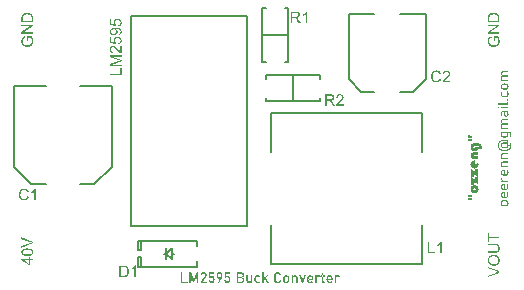
<source format=gto>
G04*
G04 #@! TF.GenerationSoftware,Altium Limited,Altium Designer,21.3.2 (30)*
G04*
G04 Layer_Color=65535*
%FSLAX25Y25*%
%MOIN*%
G70*
G04*
G04 #@! TF.SameCoordinates,85017F29-9A71-4B45-BEFD-3BEF8A3D19F2*
G04*
G04*
G04 #@! TF.FilePolarity,Positive*
G04*
G01*
G75*
%ADD10C,0.00591*%
%ADD11C,0.00787*%
G36*
X179645Y409081D02*
X179723Y409069D01*
X179817Y409058D01*
X179912Y409036D01*
X180012Y409008D01*
X180100Y408969D01*
X180112Y408964D01*
X180139Y408947D01*
X180178Y408919D01*
X180234Y408886D01*
X180289Y408836D01*
X180345Y408781D01*
X180400Y408714D01*
X180445Y408637D01*
X180450Y408625D01*
X180461Y408598D01*
X180483Y408553D01*
X180506Y408492D01*
X180522Y408420D01*
X180544Y408331D01*
X180555Y408231D01*
X180561Y408126D01*
Y408120D01*
Y408093D01*
X180555Y408059D01*
X180550Y408015D01*
X180544Y407959D01*
X180533Y407904D01*
X180511Y407843D01*
X180489Y407782D01*
X180483Y407776D01*
X180478Y407754D01*
X180461Y407726D01*
X180439Y407687D01*
X180406Y407649D01*
X180372Y407604D01*
X180322Y407554D01*
X180272Y407510D01*
X180267Y407504D01*
X180245Y407493D01*
X180217Y407471D01*
X180173Y407449D01*
X180123Y407427D01*
X180061Y407399D01*
X179995Y407377D01*
X179917Y407360D01*
X179928D01*
X179950Y407354D01*
X179995Y407343D01*
X180045Y407327D01*
X180100Y407310D01*
X180161Y407282D01*
X180222Y407249D01*
X180283Y407205D01*
X180289Y407199D01*
X180311Y407182D01*
X180339Y407160D01*
X180372Y407121D01*
X180417Y407083D01*
X180456Y407027D01*
X180494Y406972D01*
X180528Y406905D01*
X180533Y406899D01*
X180539Y406872D01*
X180555Y406838D01*
X180572Y406788D01*
X180583Y406733D01*
X180600Y406666D01*
X180605Y406594D01*
X180611Y406516D01*
Y406511D01*
Y406505D01*
Y406500D01*
Y406483D01*
Y406461D01*
X180605Y406405D01*
X180594Y406339D01*
X180578Y406261D01*
X180555Y406172D01*
X180528Y406083D01*
X180483Y406000D01*
X180478Y405989D01*
X180461Y405967D01*
X180428Y405928D01*
X180389Y405878D01*
X180339Y405823D01*
X180272Y405767D01*
X180200Y405712D01*
X180117Y405662D01*
X180106Y405656D01*
X180078Y405645D01*
X180028Y405623D01*
X179962Y405606D01*
X179878Y405584D01*
X179790Y405562D01*
X179684Y405551D01*
X179568Y405545D01*
X178624D01*
Y406006D01*
X179440D01*
X179507Y406011D01*
X179590Y406022D01*
X179684Y406039D01*
X179773Y406067D01*
X179862Y406100D01*
X179934Y406145D01*
X179939Y406150D01*
X179962Y406172D01*
X179989Y406206D01*
X180023Y406250D01*
X180050Y406306D01*
X180078Y406378D01*
X180100Y406455D01*
X180106Y406550D01*
Y406561D01*
Y406566D01*
Y406589D01*
X180100Y406622D01*
Y406666D01*
X180089Y406716D01*
X180078Y406766D01*
X180067Y406816D01*
X180045Y406866D01*
Y406872D01*
X180034Y406888D01*
X180017Y406910D01*
X179995Y406944D01*
X179967Y406972D01*
X179934Y407005D01*
X179895Y407038D01*
X179845Y407066D01*
X179840Y407071D01*
X179823Y407077D01*
X179790Y407088D01*
X179751Y407105D01*
X179701Y407116D01*
X179645Y407127D01*
X179579Y407132D01*
X179501Y407138D01*
X178624D01*
Y406006D01*
X178419D01*
Y405545D01*
X178130D01*
Y409086D01*
X178419D01*
Y408625D01*
X178624D01*
Y409086D01*
X179579D01*
X179645Y409081D01*
D02*
G37*
G36*
X207018Y408076D02*
X206524D01*
Y408809D01*
X207018D01*
Y408076D01*
D02*
G37*
G36*
X191872Y409119D02*
X191944Y409108D01*
X192033Y409092D01*
X192127Y409069D01*
X192222Y409036D01*
X192322Y408992D01*
X192327D01*
X192333Y408986D01*
X192366Y408969D01*
X192410Y408936D01*
X192471Y408897D01*
X192538Y408847D01*
X192610Y408781D01*
X192682Y408709D01*
X192749Y408625D01*
X192754Y408614D01*
X192777Y408581D01*
X192804Y408531D01*
X192843Y408464D01*
X192882Y408387D01*
X192921Y408292D01*
X192954Y408187D01*
X192982Y408070D01*
X192471D01*
Y408076D01*
X192460Y408098D01*
X192449Y408131D01*
X192438Y408170D01*
X192416Y408215D01*
X192388Y408265D01*
X192355Y408315D01*
X192316Y408364D01*
X192310Y408370D01*
X192299Y408387D01*
X192277Y408409D01*
X192244Y408442D01*
X192205Y408475D01*
X192166Y408509D01*
X192116Y408542D01*
X192061Y408570D01*
X192055Y408575D01*
X192038Y408581D01*
X192005Y408592D01*
X191972Y408609D01*
X191922Y408620D01*
X191872Y408631D01*
X191816Y408637D01*
X191761Y408642D01*
X191722D01*
X191683Y408637D01*
X191633Y408631D01*
X191572Y408614D01*
X191506Y408598D01*
X191445Y408570D01*
X191378Y408537D01*
X191372Y408531D01*
X191350Y408520D01*
X191323Y408492D01*
X191284Y408459D01*
X191245Y408420D01*
X191200Y408370D01*
X191162Y408309D01*
X191123Y408242D01*
X191117Y408231D01*
X191112Y408209D01*
X191095Y408170D01*
X191078Y408115D01*
X191062Y408054D01*
X191051Y407976D01*
X191039Y407893D01*
X191034Y407798D01*
Y406827D01*
Y406816D01*
Y406783D01*
X191039Y406738D01*
X191045Y406677D01*
X191056Y406611D01*
X191073Y406539D01*
X191095Y406461D01*
X191123Y406389D01*
X191128Y406383D01*
X191139Y406355D01*
X191162Y406322D01*
X191189Y406283D01*
X191228Y406233D01*
X191272Y406183D01*
X191323Y406139D01*
X191378Y406095D01*
X191384Y406089D01*
X191406Y406078D01*
X191445Y406061D01*
X191489Y406045D01*
X191544Y406022D01*
X191611Y406006D01*
X191683Y405995D01*
X191761Y405989D01*
X191789D01*
X191816Y405995D01*
X191855Y406000D01*
X191905Y406006D01*
X191955Y406017D01*
X192005Y406034D01*
X192061Y406056D01*
X192066Y406061D01*
X192088Y406067D01*
X192116Y406083D01*
X192149Y406106D01*
X192188Y406133D01*
X192233Y406167D01*
X192277Y406206D01*
X192316Y406250D01*
X192322Y406255D01*
X192333Y406272D01*
X192355Y406300D01*
X192377Y406339D01*
X192405Y406383D01*
X192427Y406439D01*
X192455Y406494D01*
X192471Y406561D01*
X192982D01*
Y406555D01*
X192976Y406544D01*
Y406528D01*
X192971Y406505D01*
X192954Y406450D01*
X192932Y406372D01*
X192899Y406289D01*
X192860Y406194D01*
X192810Y406100D01*
X192749Y406006D01*
X192743Y405995D01*
X192716Y405967D01*
X192682Y405923D01*
X192632Y405873D01*
X192566Y405812D01*
X192493Y405751D01*
X192410Y405689D01*
X192316Y405640D01*
X192305Y405634D01*
X192271Y405617D01*
X192222Y405601D01*
X192149Y405578D01*
X192066Y405551D01*
X191972Y405534D01*
X191872Y405517D01*
X191761Y405512D01*
X191700D01*
X191667Y405517D01*
X191628Y405523D01*
X191539Y405534D01*
X191439Y405551D01*
X191328Y405578D01*
X191217Y405617D01*
X191112Y405673D01*
X191106D01*
X191101Y405678D01*
X191067Y405700D01*
X191017Y405739D01*
X190956Y405789D01*
X190884Y405856D01*
X190812Y405934D01*
X190740Y406028D01*
X190679Y406133D01*
Y406139D01*
X190673Y406145D01*
X190662Y406161D01*
X190656Y406189D01*
X190645Y406217D01*
X190629Y406250D01*
X190601Y406333D01*
X190573Y406433D01*
X190545Y406555D01*
X190529Y406683D01*
X190523Y406827D01*
Y407798D01*
Y407804D01*
Y407815D01*
Y407837D01*
Y407865D01*
X190529Y407898D01*
X190534Y407943D01*
X190545Y408037D01*
X190562Y408143D01*
X190590Y408265D01*
X190629Y408381D01*
X190679Y408498D01*
Y408503D01*
X190684Y408509D01*
X190695Y408526D01*
X190706Y408548D01*
X190745Y408603D01*
X190790Y408670D01*
X190851Y408742D01*
X190928Y408820D01*
X191012Y408892D01*
X191112Y408958D01*
X191117D01*
X191123Y408964D01*
X191139Y408975D01*
X191162Y408986D01*
X191217Y409014D01*
X191295Y409042D01*
X191395Y409075D01*
X191500Y409097D01*
X191628Y409119D01*
X191761Y409125D01*
X191811D01*
X191872Y409119D01*
D02*
G37*
G36*
X212030Y408104D02*
X212074Y408098D01*
X212129Y408087D01*
X212235Y408059D01*
X212240D01*
X212257Y408048D01*
X212285Y408037D01*
X212318Y408020D01*
X212396Y407976D01*
X212479Y407915D01*
X212157Y407477D01*
X212152Y407482D01*
X212146Y407488D01*
X212113Y407521D01*
X212057Y407560D01*
X211991Y407593D01*
X211985D01*
X211974Y407599D01*
X211952Y407610D01*
X211924Y407615D01*
X211891Y407626D01*
X211852Y407632D01*
X211758Y407638D01*
X211719D01*
X211674Y407632D01*
X211624Y407621D01*
X211563Y407604D01*
X211502Y407582D01*
X211441Y407549D01*
X211386Y407504D01*
X211380Y407499D01*
X211364Y407482D01*
X211347Y407454D01*
X211325Y407410D01*
X211297Y407360D01*
X211280Y407299D01*
X211264Y407227D01*
X211258Y407143D01*
Y407717D01*
X211252Y407710D01*
X211230Y407671D01*
X211214Y407643D01*
X211208Y407632D01*
X211258Y407143D01*
Y405545D01*
X210764D01*
Y408076D01*
X211258D01*
Y407717D01*
X211291Y407760D01*
X211330Y407815D01*
X211386Y407876D01*
X211441Y407932D01*
X211508Y407982D01*
X211519Y407987D01*
X211541Y408004D01*
X211580Y408020D01*
X211630Y408048D01*
X211691Y408070D01*
X211763Y408087D01*
X211841Y408104D01*
X211924Y408109D01*
X211985D01*
X212030Y408104D01*
D02*
G37*
G36*
X205592D02*
X205636Y408098D01*
X205691Y408087D01*
X205797Y408059D01*
X205802D01*
X205819Y408048D01*
X205847Y408037D01*
X205880Y408020D01*
X205958Y407976D01*
X206041Y407915D01*
X205719Y407477D01*
X205714Y407482D01*
X205708Y407488D01*
X205675Y407521D01*
X205619Y407560D01*
X205553Y407593D01*
X205547D01*
X205536Y407599D01*
X205514Y407610D01*
X205486Y407615D01*
X205453Y407626D01*
X205414Y407632D01*
X205320Y407638D01*
X205281D01*
X205236Y407632D01*
X205186Y407621D01*
X205125Y407604D01*
X205064Y407582D01*
X205003Y407549D01*
X204948Y407504D01*
X204942Y407499D01*
X204925Y407482D01*
X204909Y407454D01*
X204887Y407410D01*
X204859Y407360D01*
X204842Y407299D01*
X204826Y407227D01*
X204820Y407143D01*
Y407717D01*
X204815Y407710D01*
X204792Y407671D01*
X204776Y407643D01*
X204770Y407632D01*
X204820Y407143D01*
Y405545D01*
X204326D01*
Y408076D01*
X204820D01*
Y407717D01*
X204853Y407760D01*
X204892Y407815D01*
X204948Y407876D01*
X205003Y407932D01*
X205070Y407982D01*
X205081Y407987D01*
X205103Y408004D01*
X205142Y408020D01*
X205192Y408048D01*
X205253Y408070D01*
X205325Y408087D01*
X205403Y408104D01*
X205486Y408109D01*
X205547D01*
X205592Y408104D01*
D02*
G37*
G36*
X197599D02*
X197633D01*
X197677Y408093D01*
X197766Y408076D01*
X197866Y408043D01*
X197971Y407993D01*
X198027Y407965D01*
X198077Y407926D01*
X198121Y407887D01*
X198166Y407837D01*
Y407832D01*
X198177Y407826D01*
X198188Y407809D01*
X198199Y407787D01*
X198221Y407760D01*
X198238Y407726D01*
X198260Y407687D01*
X198282Y407643D01*
X198299Y407593D01*
X198321Y407532D01*
X198343Y407471D01*
X198360Y407404D01*
X198371Y407332D01*
X198382Y407249D01*
X198393Y407077D01*
Y405545D01*
X197899D01*
Y407077D01*
Y407083D01*
Y407088D01*
Y407121D01*
X197894Y407171D01*
X197883Y407227D01*
X197866Y407293D01*
X197838Y407366D01*
X197805Y407427D01*
X197760Y407488D01*
X197755Y407493D01*
X197733Y407510D01*
X197705Y407538D01*
X197661Y407565D01*
X197605Y407587D01*
X197538Y407615D01*
X197455Y407632D01*
X197366Y407638D01*
X197328D01*
X197283Y407632D01*
X197228Y407621D01*
X197167Y407604D01*
X197106Y407582D01*
X197045Y407549D01*
X196989Y407504D01*
X196984Y407499D01*
X196967Y407482D01*
X196945Y407454D01*
X196922Y407410D01*
X196900Y407360D01*
X196878Y407299D01*
X196861Y407227D01*
X196856Y407143D01*
Y407717D01*
X196850Y407710D01*
X196828Y407671D01*
X196811Y407643D01*
X196806Y407632D01*
X196856Y407143D01*
Y405545D01*
X196362D01*
Y408076D01*
X196856D01*
Y407717D01*
X196889Y407760D01*
X196933Y407815D01*
X196984Y407876D01*
X197045Y407932D01*
X197111Y407982D01*
X197122Y407987D01*
X197144Y408004D01*
X197183Y408020D01*
X197233Y408048D01*
X197300Y408070D01*
X197366Y408087D01*
X197450Y408104D01*
X197533Y408109D01*
X197572D01*
X197599Y408104D01*
D02*
G37*
G36*
X207401Y407626D02*
X207018D01*
Y406194D01*
Y406189D01*
Y406178D01*
X207023Y406145D01*
X207034Y406100D01*
X207057Y406056D01*
X207062Y406050D01*
X207084Y406034D01*
X207118Y406011D01*
X207162Y406006D01*
X207401D01*
Y405534D01*
X207084D01*
X207062Y405540D01*
X207007Y405545D01*
X206940Y405556D01*
X206868Y405573D01*
X206796Y405606D01*
X206724Y405645D01*
X206663Y405700D01*
X206657Y405706D01*
X206641Y405734D01*
X206618Y405773D01*
X206596Y405828D01*
X206568Y405895D01*
X206546Y405984D01*
X206529Y406083D01*
X206524Y406200D01*
Y407626D01*
X206263D01*
Y408076D01*
X206524D01*
Y407626D01*
X207018D01*
Y408076D01*
X207401D01*
Y407626D01*
D02*
G37*
G36*
X185223Y408104D02*
X185278Y408098D01*
X185340Y408087D01*
X185473Y408059D01*
X185478D01*
X185501Y408054D01*
X185534Y408043D01*
X185578Y408026D01*
X185623Y408009D01*
X185678Y407987D01*
X185784Y407926D01*
X185789Y407921D01*
X185806Y407909D01*
X185834Y407893D01*
X185867Y407865D01*
X185900Y407832D01*
X185939Y407793D01*
X186017Y407704D01*
X185661Y407382D01*
X185656Y407388D01*
X185645Y407404D01*
X185617Y407427D01*
X185589Y407454D01*
X185550Y407482D01*
X185506Y407515D01*
X185406Y407571D01*
X185401Y407576D01*
X185384Y407582D01*
X185351Y407593D01*
X185317Y407604D01*
X185267Y407615D01*
X185217Y407626D01*
X185162Y407638D01*
X185056D01*
X185007Y407632D01*
X184940Y407615D01*
X184868Y407599D01*
X184796Y407571D01*
X184723Y407532D01*
X184657Y407477D01*
X184651Y407471D01*
X184635Y407449D01*
X184607Y407410D01*
X184579Y407360D01*
X184552Y407293D01*
X184524Y407216D01*
X184507Y407127D01*
X184502Y407021D01*
Y406605D01*
Y406600D01*
Y406594D01*
Y406577D01*
Y406555D01*
X184513Y406500D01*
X184524Y406433D01*
X184540Y406361D01*
X184568Y406283D01*
X184607Y406206D01*
X184657Y406139D01*
X184662Y406133D01*
X184685Y406117D01*
X184723Y406089D01*
X184774Y406061D01*
X184840Y406028D01*
X184912Y406006D01*
X185007Y405984D01*
X185107Y405978D01*
X185134D01*
X185168Y405984D01*
X185206Y405989D01*
X185251Y405995D01*
X185301Y406011D01*
X185356Y406028D01*
X185412Y406050D01*
X185417Y406056D01*
X185434Y406061D01*
X185462Y406078D01*
X185495Y406100D01*
X185534Y406133D01*
X185578Y406167D01*
X185623Y406206D01*
X185661Y406250D01*
X186017Y405906D01*
X186011Y405900D01*
X186000Y405884D01*
X185978Y405862D01*
X185950Y405834D01*
X185917Y405795D01*
X185878Y405762D01*
X185784Y405689D01*
X185778Y405684D01*
X185761Y405673D01*
X185728Y405662D01*
X185695Y405640D01*
X185645Y405617D01*
X185589Y405595D01*
X185534Y405573D01*
X185467Y405556D01*
X185462D01*
X185440Y405551D01*
X185401Y405545D01*
X185356Y405534D01*
X185301Y405528D01*
X185240Y405517D01*
X185173Y405512D01*
X185045D01*
X184979Y405517D01*
X184896Y405528D01*
X184807Y405540D01*
X184707Y405562D01*
X184607Y405595D01*
X184507Y405634D01*
X184496Y405640D01*
X184468Y405656D01*
X184424Y405689D01*
X184368Y405728D01*
X184307Y405778D01*
X184246Y405845D01*
X184191Y405923D01*
X184135Y406006D01*
Y406011D01*
X184130Y406017D01*
X184113Y406050D01*
X184096Y406106D01*
X184074Y406172D01*
X184046Y406261D01*
X184030Y406366D01*
X184013Y406477D01*
X184008Y406605D01*
Y407021D01*
Y407027D01*
Y407038D01*
Y407055D01*
Y407077D01*
X184013Y407143D01*
X184024Y407227D01*
X184041Y407316D01*
X184063Y407415D01*
X184091Y407515D01*
X184135Y407610D01*
Y407615D01*
X184141Y407621D01*
X184157Y407649D01*
X184191Y407693D01*
X184230Y407749D01*
X184280Y407809D01*
X184346Y407871D01*
X184424Y407932D01*
X184507Y407982D01*
X184513D01*
X184518Y407987D01*
X184552Y408004D01*
X184607Y408020D01*
X184674Y408048D01*
X184762Y408070D01*
X184862Y408087D01*
X184979Y408104D01*
X185101Y408109D01*
X185173D01*
X185223Y408104D01*
D02*
G37*
G36*
X165326Y405545D02*
X164838D01*
Y407979D01*
X163989Y406034D01*
X163645D01*
X162795Y407943D01*
Y408198D01*
X162773Y407993D01*
X162795Y407943D01*
Y405545D01*
X162313D01*
Y409086D01*
X162779D01*
X163817Y406749D01*
X164860Y409086D01*
X165326D01*
Y405545D01*
D02*
G37*
G36*
X200214Y405545D02*
X199836D01*
X198882Y408076D01*
X199403D01*
X200025Y406267D01*
X200641Y408076D01*
X201163D01*
X200214Y405545D01*
D02*
G37*
G36*
X175877Y408614D02*
X174567D01*
Y407821D01*
X174573Y407826D01*
X174584Y407832D01*
X174600Y407848D01*
X174628Y407860D01*
X174695Y407898D01*
X174772Y407932D01*
X174778D01*
X174795Y407937D01*
X174817Y407948D01*
X174845Y407954D01*
X174883Y407965D01*
X174922Y407971D01*
X175011Y407976D01*
X175061D01*
X175117Y407971D01*
X175189Y407959D01*
X175272Y407943D01*
X175361Y407921D01*
X175450Y407893D01*
X175533Y407848D01*
X175544Y407843D01*
X175572Y407826D01*
X175610Y407793D01*
X175660Y407754D01*
X175710Y407704D01*
X175766Y407638D01*
X175821Y407565D01*
X175866Y407477D01*
X175871Y407465D01*
X175882Y407432D01*
X175905Y407382D01*
X175927Y407310D01*
X175943Y407227D01*
X175966Y407127D01*
X175977Y407016D01*
X175982Y406894D01*
Y406594D01*
Y406589D01*
Y406577D01*
Y406561D01*
Y406539D01*
X175977Y406472D01*
X175966Y406394D01*
X175954Y406300D01*
X175932Y406200D01*
X175899Y406100D01*
X175860Y406006D01*
X175855Y405995D01*
X175838Y405967D01*
X175810Y405923D01*
X175777Y405867D01*
X175727Y405806D01*
X175666Y405745D01*
X175599Y405689D01*
X175522Y405634D01*
X175511Y405628D01*
X175483Y405617D01*
X175433Y405595D01*
X175372Y405573D01*
X175294Y405551D01*
X175200Y405528D01*
X175100Y405517D01*
X174983Y405512D01*
X174939D01*
X174889Y405517D01*
X174822Y405523D01*
X174750Y405534D01*
X174672Y405556D01*
X174589Y405578D01*
X174506Y405612D01*
X174495Y405617D01*
X174473Y405634D01*
X174434Y405656D01*
X174384Y405689D01*
X174328Y405734D01*
X174273Y405784D01*
X174217Y405845D01*
X174162Y405917D01*
X174156Y405928D01*
X174140Y405950D01*
X174118Y405995D01*
X174095Y406050D01*
X174062Y406122D01*
X174034Y406206D01*
X174012Y406294D01*
X173990Y406394D01*
Y406400D01*
X174489D01*
Y406394D01*
Y406383D01*
X174495Y406361D01*
X174506Y406328D01*
X174517Y406283D01*
X174539Y406233D01*
X174567Y406183D01*
X174600Y406133D01*
X174645Y406089D01*
X174650Y406083D01*
X174667Y406072D01*
X174695Y406056D01*
X174733Y406039D01*
X174784Y406017D01*
X174839Y406000D01*
X174911Y405989D01*
X174983Y405984D01*
X175022D01*
X175066Y405995D01*
X175117Y406006D01*
X175178Y406022D01*
X175239Y406050D01*
X175300Y406089D01*
X175350Y406145D01*
X175355Y406150D01*
X175372Y406172D01*
X175394Y406211D01*
X175416Y406261D01*
X175438Y406328D01*
X175461Y406400D01*
X175477Y406494D01*
X175483Y406594D01*
Y406894D01*
Y406899D01*
Y406905D01*
Y406938D01*
X175477Y406994D01*
X175466Y407055D01*
X175450Y407127D01*
X175427Y407199D01*
X175394Y407271D01*
X175350Y407338D01*
X175344Y407343D01*
X175327Y407366D01*
X175294Y407388D01*
X175255Y407421D01*
X175205Y407449D01*
X175139Y407477D01*
X175066Y407493D01*
X174983Y407499D01*
X174961D01*
X174939Y407493D01*
X174906Y407488D01*
X174867Y407482D01*
X174822Y407471D01*
X174778Y407449D01*
X174733Y407427D01*
X174728Y407421D01*
X174711Y407415D01*
X174689Y407399D01*
X174661Y407377D01*
X174628Y407343D01*
X174595Y407310D01*
X174556Y407271D01*
X174523Y407221D01*
X174067D01*
Y409086D01*
X175877D01*
Y408614D01*
D02*
G37*
G36*
X170593D02*
X169283D01*
Y407821D01*
X169289Y407826D01*
X169300Y407832D01*
X169317Y407848D01*
X169344Y407860D01*
X169411Y407898D01*
X169489Y407932D01*
X169494D01*
X169511Y407937D01*
X169533Y407948D01*
X169561Y407954D01*
X169600Y407965D01*
X169639Y407971D01*
X169727Y407976D01*
X169777D01*
X169833Y407971D01*
X169905Y407959D01*
X169988Y407943D01*
X170077Y407921D01*
X170166Y407893D01*
X170249Y407848D01*
X170260Y407843D01*
X170288Y407826D01*
X170327Y407793D01*
X170377Y407754D01*
X170427Y407704D01*
X170482Y407638D01*
X170538Y407565D01*
X170582Y407477D01*
X170588Y407465D01*
X170599Y407432D01*
X170621Y407382D01*
X170643Y407310D01*
X170660Y407227D01*
X170682Y407127D01*
X170693Y407016D01*
X170699Y406894D01*
Y406594D01*
Y406589D01*
Y406577D01*
Y406561D01*
Y406539D01*
X170693Y406472D01*
X170682Y406394D01*
X170671Y406300D01*
X170649Y406200D01*
X170615Y406100D01*
X170577Y406006D01*
X170571Y405995D01*
X170554Y405967D01*
X170527Y405923D01*
X170493Y405867D01*
X170443Y405806D01*
X170382Y405745D01*
X170316Y405689D01*
X170238Y405634D01*
X170227Y405628D01*
X170199Y405617D01*
X170149Y405595D01*
X170088Y405573D01*
X170010Y405551D01*
X169916Y405528D01*
X169816Y405517D01*
X169700Y405512D01*
X169655D01*
X169605Y405517D01*
X169539Y405523D01*
X169467Y405534D01*
X169389Y405556D01*
X169306Y405578D01*
X169222Y405612D01*
X169211Y405617D01*
X169189Y405634D01*
X169150Y405656D01*
X169100Y405689D01*
X169045Y405734D01*
X168989Y405784D01*
X168934Y405845D01*
X168878Y405917D01*
X168873Y405928D01*
X168856Y405950D01*
X168834Y405995D01*
X168812Y406050D01*
X168778Y406122D01*
X168751Y406206D01*
X168728Y406294D01*
X168706Y406394D01*
Y406400D01*
X169206D01*
Y406394D01*
Y406383D01*
X169211Y406361D01*
X169222Y406328D01*
X169234Y406283D01*
X169256Y406233D01*
X169283Y406183D01*
X169317Y406133D01*
X169361Y406089D01*
X169367Y406083D01*
X169383Y406072D01*
X169411Y406056D01*
X169450Y406039D01*
X169500Y406017D01*
X169555Y406000D01*
X169627Y405989D01*
X169700Y405984D01*
X169738D01*
X169783Y405995D01*
X169833Y406006D01*
X169894Y406022D01*
X169955Y406050D01*
X170016Y406089D01*
X170066Y406145D01*
X170071Y406150D01*
X170088Y406172D01*
X170110Y406211D01*
X170133Y406261D01*
X170155Y406328D01*
X170177Y406400D01*
X170194Y406494D01*
X170199Y406594D01*
Y406894D01*
Y406899D01*
Y406905D01*
Y406938D01*
X170194Y406994D01*
X170183Y407055D01*
X170166Y407127D01*
X170144Y407199D01*
X170110Y407271D01*
X170066Y407338D01*
X170060Y407343D01*
X170044Y407366D01*
X170010Y407388D01*
X169972Y407421D01*
X169922Y407449D01*
X169855Y407477D01*
X169783Y407493D01*
X169700Y407499D01*
X169677D01*
X169655Y407493D01*
X169622Y407488D01*
X169583Y407482D01*
X169539Y407471D01*
X169494Y407449D01*
X169450Y407427D01*
X169444Y407421D01*
X169428Y407415D01*
X169405Y407399D01*
X169378Y407377D01*
X169344Y407343D01*
X169311Y407310D01*
X169272Y407271D01*
X169239Y407221D01*
X168784D01*
Y409086D01*
X170593D01*
Y408614D01*
D02*
G37*
G36*
X183325Y405545D02*
X182831D01*
Y405878D01*
X182803Y405839D01*
X182770Y405789D01*
X182726Y405734D01*
X182670Y405684D01*
X182609Y405634D01*
X182603Y405628D01*
X182576Y405617D01*
X182542Y405595D01*
X182492Y405573D01*
X182431Y405551D01*
X182354Y405528D01*
X182276Y405517D01*
X182182Y405512D01*
X182143D01*
X182115Y405517D01*
X182076D01*
X182037Y405528D01*
X181943Y405545D01*
X181837Y405578D01*
X181732Y405623D01*
X181627Y405689D01*
X181577Y405734D01*
X181532Y405778D01*
Y405784D01*
X181521Y405789D01*
X181510Y405806D01*
X181499Y405828D01*
X181482Y405856D01*
X181460Y405889D01*
X181438Y405928D01*
X181421Y405972D01*
X181399Y406022D01*
X181377Y406078D01*
X181360Y406139D01*
X181338Y406211D01*
X181316Y406361D01*
X181305Y406533D01*
Y408076D01*
X181799D01*
Y406533D01*
Y406528D01*
Y406522D01*
Y406489D01*
X181804Y406439D01*
X181815Y406383D01*
X181832Y406317D01*
X181854Y406250D01*
X181887Y406183D01*
X181932Y406122D01*
X181937Y406117D01*
X181960Y406100D01*
X181987Y406078D01*
X182032Y406050D01*
X182087Y406022D01*
X182154Y406000D01*
X182232Y405984D01*
X182320Y405978D01*
X182359D01*
X182404Y405984D01*
X182459Y405995D01*
X182520Y406011D01*
X182581Y406034D01*
X182642Y406061D01*
X182698Y406106D01*
X182703Y406111D01*
X182720Y406128D01*
X182742Y406161D01*
X182764Y406200D01*
X182787Y406255D01*
X182809Y406317D01*
X182825Y406394D01*
X182831Y406477D01*
Y405878D01*
X182848Y405917D01*
X182859Y405939D01*
X182864Y405945D01*
X182831Y406477D01*
Y408076D01*
X183325D01*
Y405545D01*
D02*
G37*
G36*
X187060Y406846D02*
X188081Y408076D01*
X188670D01*
X187821Y407120D01*
X188792Y405545D01*
X188248D01*
X187509Y406768D01*
X187821Y407120D01*
X187687Y407338D01*
X187365Y407005D01*
X187509Y406768D01*
X187060Y406262D01*
Y406846D01*
X186777Y406505D01*
X186749Y405911D01*
X187060Y406262D01*
Y405545D01*
X186566D01*
Y409086D01*
X187060D01*
Y406846D01*
D02*
G37*
G36*
X172458Y409119D02*
X172530Y409108D01*
X172613Y409092D01*
X172702Y409069D01*
X172791Y409036D01*
X172880Y408992D01*
X172891Y408986D01*
X172919Y408969D01*
X172958Y408936D01*
X173008Y408897D01*
X173063Y408847D01*
X173118Y408781D01*
X173168Y408709D01*
X173218Y408620D01*
X173224Y408609D01*
X173235Y408575D01*
X173257Y408526D01*
X173279Y408453D01*
X173296Y408370D01*
X173318Y408265D01*
X173329Y408154D01*
X173335Y408026D01*
Y408015D01*
Y407993D01*
Y407954D01*
X173329Y407904D01*
X173324Y407843D01*
X173313Y407776D01*
X173302Y407698D01*
X173285Y407621D01*
Y407610D01*
X173274Y407582D01*
X173263Y407543D01*
X173252Y407488D01*
X173230Y407421D01*
X173207Y407349D01*
X173146Y407194D01*
Y407188D01*
X173135Y407171D01*
X173124Y407149D01*
X173113Y407127D01*
Y407121D01*
X173107Y407105D01*
X173096Y407083D01*
X173085Y407060D01*
X172330Y405545D01*
X171792D01*
X172586Y407109D01*
X172575Y407099D01*
X172541Y407071D01*
X172497Y407049D01*
X172491D01*
X172475Y407044D01*
X172447Y407032D01*
X172414Y407027D01*
X172375Y407016D01*
X172325Y407005D01*
X172269Y406999D01*
X172164D01*
X172119Y407005D01*
X172058Y407016D01*
X171986Y407032D01*
X171909Y407055D01*
X171836Y407083D01*
X171759Y407127D01*
X171748Y407132D01*
X171725Y407149D01*
X171692Y407182D01*
X171648Y407221D01*
X171598Y407271D01*
X171548Y407332D01*
X171503Y407404D01*
X171459Y407488D01*
Y407493D01*
X171453Y407499D01*
X171442Y407532D01*
X171426Y407582D01*
X171409Y407649D01*
X171387Y407726D01*
X171370Y407821D01*
X171359Y407926D01*
X171354Y408037D01*
Y408043D01*
Y408048D01*
Y408059D01*
Y408076D01*
Y408098D01*
X171359Y408165D01*
X171370Y408242D01*
X171381Y408331D01*
X171404Y408431D01*
X171431Y408531D01*
X171470Y408625D01*
Y408631D01*
X171476Y408637D01*
X171492Y408664D01*
X171520Y408709D01*
X171559Y408764D01*
X171603Y408825D01*
X171664Y408886D01*
X171731Y408947D01*
X171809Y408997D01*
X171820Y409003D01*
X171847Y409019D01*
X171897Y409036D01*
X171958Y409064D01*
X172036Y409086D01*
X172131Y409103D01*
X172231Y409119D01*
X172347Y409125D01*
X172397D01*
X172458Y409119D01*
D02*
G37*
G36*
X167163D02*
X167241Y409114D01*
X167324Y409097D01*
X167419Y409081D01*
X167507Y409053D01*
X167596Y409014D01*
X167607Y409008D01*
X167635Y408992D01*
X167674Y408969D01*
X167724Y408936D01*
X167779Y408892D01*
X167835Y408836D01*
X167885Y408770D01*
X167935Y408698D01*
X167940Y408686D01*
X167951Y408659D01*
X167974Y408620D01*
X167996Y408559D01*
X168018Y408487D01*
X168040Y408403D01*
X168051Y408309D01*
X168057Y408204D01*
Y408198D01*
Y408187D01*
Y408165D01*
X168051Y408126D01*
X168046Y408076D01*
X168035Y408020D01*
X168024Y407954D01*
X168001Y407882D01*
X167974Y407804D01*
X167968Y407793D01*
X167957Y407771D01*
X167940Y407732D01*
X167918Y407676D01*
X167885Y407615D01*
X167851Y407549D01*
X167807Y407482D01*
X167757Y407410D01*
X166730Y406017D01*
X168073D01*
Y405545D01*
X166076D01*
Y405972D01*
X167313Y407621D01*
X167319Y407626D01*
X167330Y407649D01*
X167352Y407676D01*
X167374Y407710D01*
X167396Y407754D01*
X167424Y407804D01*
X167474Y407915D01*
X167480Y407921D01*
X167485Y407943D01*
X167496Y407971D01*
X167507Y408009D01*
X167518Y408054D01*
X167524Y408104D01*
X167535Y408154D01*
Y408204D01*
Y408215D01*
Y408237D01*
X167530Y408276D01*
X167518Y408326D01*
X167507Y408381D01*
X167485Y408437D01*
X167452Y408487D01*
X167413Y408537D01*
X167408Y408542D01*
X167391Y408553D01*
X167363Y408575D01*
X167324Y408598D01*
X167274Y408614D01*
X167213Y408637D01*
X167141Y408648D01*
X167058Y408653D01*
X167025D01*
X166980Y408648D01*
X166936Y408637D01*
X166880Y408620D01*
X166819Y408598D01*
X166764Y408570D01*
X166708Y408526D01*
X166703Y408520D01*
X166686Y408503D01*
X166664Y408470D01*
X166636Y408431D01*
X166608Y408381D01*
X166586Y408315D01*
X166564Y408242D01*
X166547Y408159D01*
X166031D01*
Y408165D01*
Y408170D01*
X166037Y408187D01*
X166042Y408209D01*
X166053Y408265D01*
X166070Y408337D01*
X166092Y408420D01*
X166126Y408509D01*
X166164Y408598D01*
X166209Y408681D01*
X166214Y408692D01*
X166236Y408714D01*
X166264Y408753D01*
X166303Y408803D01*
X166353Y408858D01*
X166414Y408908D01*
X166481Y408964D01*
X166558Y409008D01*
X166569Y409014D01*
X166597Y409025D01*
X166642Y409047D01*
X166703Y409069D01*
X166775Y409086D01*
X166858Y409108D01*
X166952Y409119D01*
X167052Y409125D01*
X167108D01*
X167163Y409119D01*
D02*
G37*
G36*
X161724Y405545D02*
X159943D01*
Y406017D01*
X161724D01*
Y405545D01*
D02*
G37*
G36*
X159943Y406017D02*
X159693D01*
Y405545D01*
X159449D01*
Y409086D01*
X159943D01*
Y406017D01*
D02*
G37*
G36*
X209193Y408104D02*
X209271Y408087D01*
X209354Y408070D01*
X209443Y408043D01*
X209532Y408004D01*
X209621Y407948D01*
X209632Y407943D01*
X209660Y407921D01*
X209699Y407882D01*
X209749Y407832D01*
X209804Y407771D01*
X209859Y407693D01*
X209915Y407599D01*
X209965Y407493D01*
Y407488D01*
X209970Y407482D01*
X209976Y407465D01*
X209982Y407438D01*
X209993Y407410D01*
X210004Y407377D01*
X210026Y407293D01*
X210043Y407188D01*
X210065Y407060D01*
X210076Y406921D01*
X210082Y406772D01*
Y406611D01*
X208489D01*
Y406605D01*
X208494Y406583D01*
X208500Y406522D01*
X208511Y406455D01*
X208527Y406372D01*
X208561Y406294D01*
X208600Y406217D01*
X208655Y406145D01*
X208661Y406139D01*
X208688Y406117D01*
X208722Y406095D01*
X208777Y406061D01*
X208844Y406034D01*
X208927Y406006D01*
X209021Y405984D01*
X209127Y405978D01*
X209155D01*
X209182Y405984D01*
X209221D01*
X209266Y405995D01*
X209316Y406006D01*
X209366Y406017D01*
X209421Y406039D01*
X209427Y406045D01*
X209449Y406050D01*
X209476Y406067D01*
X209510Y406083D01*
X209554Y406106D01*
X209599Y406139D01*
X209693Y406211D01*
X210015Y405884D01*
X210009Y405878D01*
X209982Y405856D01*
X209943Y405823D01*
X209893Y405784D01*
X209832Y405739D01*
X209760Y405689D01*
X209682Y405645D01*
X209593Y405606D01*
X209582Y405601D01*
X209554Y405589D01*
X209510Y405578D01*
X209449Y405562D01*
X209377Y405540D01*
X209299Y405528D01*
X209216Y405517D01*
X209127Y405512D01*
X209066D01*
X209038Y405517D01*
X208999D01*
X208916Y405528D01*
X208822Y405545D01*
X208722Y405567D01*
X208622Y405595D01*
X208522Y405640D01*
X208511Y405645D01*
X208483Y405662D01*
X208439Y405695D01*
X208383Y405734D01*
X208322Y405789D01*
X208261Y405856D01*
X208200Y405934D01*
X208144Y406022D01*
Y406028D01*
X208139Y406034D01*
X208122Y406067D01*
X208106Y406122D01*
X208084Y406194D01*
X208056Y406283D01*
X208039Y406389D01*
X208022Y406511D01*
X208017Y406638D01*
Y406927D01*
Y406933D01*
Y406944D01*
Y406966D01*
Y406988D01*
X208022Y407021D01*
Y407060D01*
X208033Y407149D01*
X208045Y407249D01*
X208067Y407354D01*
X208100Y407460D01*
X208139Y407565D01*
Y407571D01*
X208144Y407576D01*
X208161Y407610D01*
X208194Y407660D01*
X208233Y407715D01*
X208283Y407782D01*
X208350Y407848D01*
X208422Y407915D01*
X208505Y407971D01*
X208511D01*
X208516Y407976D01*
X208550Y407993D01*
X208600Y408015D01*
X208666Y408043D01*
X208750Y408065D01*
X208849Y408087D01*
X208960Y408104D01*
X209083Y408109D01*
X209138D01*
X209193Y408104D01*
D02*
G37*
G36*
X202755D02*
X202833Y408087D01*
X202916Y408070D01*
X203005Y408043D01*
X203094Y408004D01*
X203183Y407948D01*
X203194Y407943D01*
X203222Y407921D01*
X203260Y407882D01*
X203310Y407832D01*
X203366Y407771D01*
X203421Y407693D01*
X203477Y407599D01*
X203527Y407493D01*
Y407488D01*
X203533Y407482D01*
X203538Y407465D01*
X203544Y407438D01*
X203555Y407410D01*
X203566Y407377D01*
X203588Y407293D01*
X203605Y407188D01*
X203627Y407060D01*
X203638Y406921D01*
X203643Y406772D01*
Y406611D01*
X202051D01*
Y406605D01*
X202056Y406583D01*
X202062Y406522D01*
X202073Y406455D01*
X202090Y406372D01*
X202123Y406294D01*
X202162Y406217D01*
X202217Y406145D01*
X202223Y406139D01*
X202250Y406117D01*
X202284Y406095D01*
X202339Y406061D01*
X202406Y406034D01*
X202489Y406006D01*
X202583Y405984D01*
X202689Y405978D01*
X202717D01*
X202744Y405984D01*
X202783D01*
X202828Y405995D01*
X202878Y406006D01*
X202927Y406017D01*
X202983Y406039D01*
X202989Y406045D01*
X203011Y406050D01*
X203039Y406067D01*
X203072Y406083D01*
X203116Y406106D01*
X203161Y406139D01*
X203255Y406211D01*
X203577Y405884D01*
X203571Y405878D01*
X203544Y405856D01*
X203505Y405823D01*
X203455Y405784D01*
X203394Y405739D01*
X203322Y405689D01*
X203244Y405645D01*
X203155Y405606D01*
X203144Y405601D01*
X203116Y405589D01*
X203072Y405578D01*
X203011Y405562D01*
X202939Y405540D01*
X202861Y405528D01*
X202778Y405517D01*
X202689Y405512D01*
X202628D01*
X202600Y405517D01*
X202561D01*
X202478Y405528D01*
X202384Y405545D01*
X202284Y405567D01*
X202184Y405595D01*
X202084Y405640D01*
X202073Y405645D01*
X202045Y405662D01*
X202001Y405695D01*
X201945Y405734D01*
X201884Y405789D01*
X201823Y405856D01*
X201762Y405934D01*
X201707Y406022D01*
Y406028D01*
X201701Y406034D01*
X201684Y406067D01*
X201668Y406122D01*
X201645Y406194D01*
X201618Y406283D01*
X201601Y406389D01*
X201584Y406511D01*
X201579Y406638D01*
Y406927D01*
Y406933D01*
Y406944D01*
Y406966D01*
Y406988D01*
X201584Y407021D01*
Y407060D01*
X201595Y407149D01*
X201607Y407249D01*
X201629Y407354D01*
X201662Y407460D01*
X201701Y407565D01*
Y407571D01*
X201707Y407576D01*
X201723Y407610D01*
X201757Y407660D01*
X201795Y407715D01*
X201845Y407782D01*
X201912Y407848D01*
X201984Y407915D01*
X202067Y407971D01*
X202073D01*
X202078Y407976D01*
X202112Y407993D01*
X202162Y408015D01*
X202228Y408043D01*
X202311Y408065D01*
X202411Y408087D01*
X202522Y408104D01*
X202644Y408109D01*
X202700D01*
X202755Y408104D01*
D02*
G37*
G36*
X194730D02*
X194808Y408093D01*
X194897Y408076D01*
X194991Y408054D01*
X195085Y408026D01*
X195174Y407982D01*
X195185Y407976D01*
X195213Y407959D01*
X195252Y407926D01*
X195307Y407887D01*
X195363Y407837D01*
X195424Y407771D01*
X195479Y407698D01*
X195529Y407610D01*
X195535Y407599D01*
X195552Y407565D01*
X195568Y407515D01*
X195596Y407443D01*
X195618Y407360D01*
X195635Y407260D01*
X195651Y407143D01*
X195657Y407021D01*
Y406600D01*
Y406594D01*
Y406583D01*
Y406566D01*
Y406544D01*
X195651Y406477D01*
X195640Y406394D01*
X195624Y406306D01*
X195601Y406206D01*
X195574Y406106D01*
X195529Y406006D01*
X195524Y405995D01*
X195507Y405967D01*
X195479Y405923D01*
X195441Y405867D01*
X195391Y405806D01*
X195330Y405745D01*
X195257Y405689D01*
X195174Y405634D01*
X195163Y405628D01*
X195135Y405617D01*
X195085Y405595D01*
X195019Y405573D01*
X194936Y405551D01*
X194841Y405528D01*
X194730Y405517D01*
X194614Y405512D01*
X194558D01*
X194497Y405517D01*
X194419Y405528D01*
X194331Y405540D01*
X194236Y405562D01*
X194136Y405595D01*
X194047Y405634D01*
X194036Y405640D01*
X194009Y405656D01*
X193970Y405689D01*
X193914Y405728D01*
X193859Y405784D01*
X193798Y405845D01*
X193742Y405923D01*
X193692Y406011D01*
Y406017D01*
X193687Y406022D01*
X193676Y406056D01*
X193654Y406111D01*
X193631Y406178D01*
X193609Y406267D01*
X193587Y406372D01*
X193576Y406483D01*
X193570Y406611D01*
Y407021D01*
Y407027D01*
Y407038D01*
Y407055D01*
Y407077D01*
X193576Y407143D01*
X193587Y407227D01*
X193598Y407316D01*
X193620Y407415D01*
X193654Y407515D01*
X193692Y407610D01*
Y407615D01*
X193698Y407621D01*
X193714Y407649D01*
X193742Y407693D01*
X193781Y407749D01*
X193831Y407809D01*
X193892Y407871D01*
X193964Y407932D01*
X194047Y407982D01*
X194059Y407987D01*
X194092Y408004D01*
X194136Y408020D01*
X194209Y408048D01*
X194286Y408070D01*
X194386Y408087D01*
X194492Y408104D01*
X194614Y408109D01*
X194669D01*
X194730Y408104D01*
D02*
G37*
G36*
X268658Y475846D02*
X267126D01*
X267121D01*
X267115D01*
X267099D01*
X267076D01*
X267021Y475841D01*
X266954Y475830D01*
X266882Y475808D01*
X266805Y475785D01*
X266727Y475747D01*
X266660Y475697D01*
X266655Y475691D01*
X266633Y475669D01*
X266605Y475636D01*
X266577Y475586D01*
X266544Y475530D01*
X266522Y475458D01*
X266499Y475369D01*
X266494Y475275D01*
Y475230D01*
X266499Y475186D01*
X266516Y475125D01*
X266533Y475058D01*
X266560Y474992D01*
X266599Y474925D01*
X266655Y474864D01*
X266660Y474859D01*
X266683Y474842D01*
X266721Y474820D01*
X266771Y474792D01*
X266838Y474764D01*
X266916Y474742D01*
X267004Y474725D01*
X267110Y474720D01*
X267107Y474719D01*
X267010Y474714D01*
X266899Y474703D01*
X266805Y474686D01*
X266721Y474670D01*
X266655Y474653D01*
X266605Y474637D01*
X266638Y474620D01*
X266671Y474603D01*
X266677Y474598D01*
X266683D01*
X267107Y474719D01*
X267126Y474720D01*
X268658D01*
Y474298D01*
X267126D01*
X267121D01*
X267115D01*
X267099D01*
X267076D01*
X267021Y474293D01*
X266954Y474281D01*
X266882Y474265D01*
X266805Y474237D01*
X266727Y474204D01*
X266660Y474154D01*
X266655Y474148D01*
X266633Y474126D01*
X266605Y474093D01*
X266577Y474048D01*
X266544Y473987D01*
X266522Y473915D01*
X266499Y473832D01*
X266494Y473737D01*
Y473693D01*
X266499Y473643D01*
X266510Y473582D01*
X266533Y473516D01*
X266555Y473443D01*
X266594Y473377D01*
X266644Y473316D01*
X266649Y473310D01*
X266671Y473293D01*
X266705Y473271D01*
X266749Y473244D01*
X266810Y473216D01*
X266882Y473194D01*
X266966Y473177D01*
X267060Y473171D01*
X266488D01*
X266533Y473144D01*
X266560Y473127D01*
X266566Y473121D01*
X266571D01*
X267060Y473171D01*
X268658D01*
Y472750D01*
X266127D01*
Y473171D01*
X266488D01*
X266433Y473205D01*
X266377Y473255D01*
X266316Y473305D01*
X266261Y473371D01*
X266211Y473438D01*
X266205Y473449D01*
X266194Y473471D01*
X266172Y473516D01*
X266150Y473571D01*
X266133Y473638D01*
X266111Y473710D01*
X266100Y473799D01*
X266094Y473887D01*
Y473932D01*
X266100Y473982D01*
X266111Y474043D01*
X266122Y474115D01*
X266144Y474187D01*
X266177Y474265D01*
X266216Y474337D01*
X266222Y474348D01*
X266238Y474370D01*
X266266Y474403D01*
X266305Y474442D01*
X266355Y474487D01*
X266410Y474537D01*
X266483Y474581D01*
X266566Y474620D01*
X266577Y474625D01*
X266605Y474637D01*
X266583Y474648D01*
X266522Y474686D01*
X266455Y474731D01*
X266383Y474786D01*
X266311Y474853D01*
X266250Y474925D01*
X266244Y474936D01*
X266227Y474964D01*
X266200Y475003D01*
X266172Y475064D01*
X266144Y475131D01*
X266116Y475214D01*
X266100Y475303D01*
X266094Y475402D01*
Y475447D01*
X266100Y475502D01*
X266111Y475563D01*
X266122Y475641D01*
X266144Y475719D01*
X266177Y475797D01*
X266216Y475874D01*
X266222Y475885D01*
X266238Y475908D01*
X266266Y475941D01*
X266305Y475985D01*
X266355Y476030D01*
X266410Y476080D01*
X266483Y476129D01*
X266566Y476168D01*
X266577Y476174D01*
X266605Y476185D01*
X266655Y476202D01*
X266721Y476218D01*
X266805Y476235D01*
X266899Y476252D01*
X267010Y476263D01*
X267126Y476268D01*
X268658D01*
Y475846D01*
D02*
G37*
G36*
X267726Y472039D02*
X267809Y472028D01*
X267898Y472011D01*
X267998Y471989D01*
X268098Y471961D01*
X268198Y471917D01*
X268209Y471911D01*
X268236Y471895D01*
X268281Y471867D01*
X268336Y471828D01*
X268397Y471778D01*
X268459Y471717D01*
X268514Y471645D01*
X268569Y471562D01*
X268575Y471551D01*
X268586Y471523D01*
X268608Y471473D01*
X268631Y471407D01*
X268653Y471323D01*
X268675Y471229D01*
X268686Y471118D01*
X268692Y471001D01*
Y470946D01*
X268686Y470885D01*
X268675Y470807D01*
X268664Y470718D01*
X268642Y470624D01*
X268608Y470524D01*
X268569Y470435D01*
X268564Y470424D01*
X268547Y470396D01*
X268514Y470358D01*
X268475Y470302D01*
X268420Y470247D01*
X268359Y470186D01*
X268281Y470130D01*
X268192Y470080D01*
X268186D01*
X268181Y470075D01*
X268148Y470063D01*
X268092Y470041D01*
X268026Y470019D01*
X267937Y469997D01*
X267831Y469975D01*
X267720Y469964D01*
X267593Y469958D01*
X267182D01*
X267176D01*
X267165D01*
X267149D01*
X267126D01*
X267060Y469964D01*
X266977Y469975D01*
X266888Y469986D01*
X266788Y470008D01*
X266688Y470041D01*
X266594Y470080D01*
X266588D01*
X266583Y470086D01*
X266555Y470102D01*
X266510Y470130D01*
X266455Y470169D01*
X266394Y470219D01*
X266333Y470280D01*
X266272Y470352D01*
X266222Y470435D01*
X266216Y470446D01*
X266200Y470480D01*
X266183Y470524D01*
X266155Y470596D01*
X266133Y470674D01*
X266116Y470774D01*
X266100Y470879D01*
X266094Y471001D01*
Y471057D01*
X266100Y471118D01*
X266111Y471196D01*
X266127Y471284D01*
X266150Y471379D01*
X266177Y471473D01*
X266222Y471562D01*
X266227Y471573D01*
X266244Y471601D01*
X266277Y471640D01*
X266316Y471695D01*
X266366Y471751D01*
X266433Y471812D01*
X266505Y471867D01*
X266594Y471917D01*
X266605Y471923D01*
X266638Y471939D01*
X266688Y471956D01*
X266760Y471984D01*
X266843Y472006D01*
X266943Y472022D01*
X267060Y472039D01*
X267182Y472045D01*
X267604D01*
X267609D01*
X267620D01*
X267637D01*
X267659D01*
X267726Y472039D01*
D02*
G37*
G36*
X268303Y469475D02*
X268320Y469464D01*
X268342Y469442D01*
X268375Y469414D01*
X268408Y469381D01*
X268447Y469342D01*
X268519Y469247D01*
X268525Y469242D01*
X268536Y469225D01*
X268547Y469192D01*
X268569Y469159D01*
X268592Y469109D01*
X268614Y469059D01*
X268636Y468998D01*
X268653Y468937D01*
Y468931D01*
X268658Y468909D01*
X268664Y468870D01*
X268669Y468826D01*
X268681Y468770D01*
X268686Y468709D01*
X268692Y468637D01*
Y468504D01*
X268686Y468476D01*
Y468437D01*
X268675Y468360D01*
X268664Y468265D01*
X268642Y468160D01*
X268608Y468060D01*
X268569Y467966D01*
X268564Y467954D01*
X268547Y467927D01*
X268519Y467882D01*
X268475Y467827D01*
X268425Y467766D01*
X268364Y467705D01*
X268286Y467649D01*
X268203Y467594D01*
X268198D01*
X268192Y467588D01*
X268159Y467577D01*
X268103Y467555D01*
X268031Y467533D01*
X267948Y467510D01*
X267842Y467488D01*
X267726Y467477D01*
X267598Y467472D01*
X267182D01*
X267176D01*
X267165D01*
X267149D01*
X267121D01*
X267093Y467477D01*
X267054D01*
X266977Y467488D01*
X266882Y467499D01*
X266782Y467521D01*
X266683Y467555D01*
X266588Y467594D01*
X266583D01*
X266577Y467599D01*
X266549Y467616D01*
X266505Y467649D01*
X266449Y467688D01*
X266394Y467738D01*
X266333Y467804D01*
X266272Y467882D01*
X266222Y467966D01*
Y467971D01*
X266216Y467977D01*
X266200Y468010D01*
X266183Y468060D01*
X266155Y468132D01*
X266133Y468221D01*
X266116Y468321D01*
X266100Y468437D01*
X266094Y468565D01*
Y468637D01*
X266100Y468687D01*
X266105Y468743D01*
X266111Y468804D01*
X266139Y468937D01*
Y468942D01*
X266144Y468964D01*
X266155Y468998D01*
X266172Y469042D01*
X266194Y469092D01*
X266216Y469142D01*
X266277Y469247D01*
X266283Y469253D01*
X266294Y469270D01*
X266311Y469298D01*
X266338Y469331D01*
X266372Y469364D01*
X266410Y469403D01*
X266499Y469481D01*
X266771Y469170D01*
X266766Y469164D01*
X266749Y469148D01*
X266721Y469125D01*
X266694Y469092D01*
X266660Y469053D01*
X266627Y469009D01*
X266594Y468953D01*
X266566Y468898D01*
X266560Y468892D01*
X266555Y468870D01*
X266544Y468842D01*
X266527Y468804D01*
X266516Y468754D01*
X266505Y468698D01*
X266499Y468637D01*
X266494Y468570D01*
Y468515D01*
X266505Y468459D01*
X266516Y468387D01*
X266538Y468304D01*
X266566Y468221D01*
X266610Y468138D01*
X266671Y468065D01*
X266677Y468060D01*
X266705Y468038D01*
X266743Y468010D01*
X266799Y467982D01*
X266871Y467949D01*
X266960Y467921D01*
X267065Y467899D01*
X267182Y467893D01*
X267598D01*
X267604D01*
X267615D01*
X267632D01*
X267654Y467899D01*
X267715Y467904D01*
X267793Y467915D01*
X267876Y467938D01*
X267965Y467966D01*
X268048Y468010D01*
X268120Y468065D01*
X268126Y468077D01*
X268148Y468099D01*
X268175Y468138D01*
X268209Y468193D01*
X268242Y468265D01*
X268270Y468354D01*
X268292Y468454D01*
X268298Y468570D01*
Y468604D01*
X268292Y468637D01*
X268286Y468681D01*
X268281Y468731D01*
X268264Y468792D01*
X268248Y468848D01*
X268225Y468909D01*
X268220Y468915D01*
X268214Y468937D01*
X268198Y468964D01*
X268170Y469003D01*
X268142Y469048D01*
X268103Y469092D01*
X268064Y469142D01*
X268015Y469186D01*
X268298Y469481D01*
X268303Y469475D01*
D02*
G37*
G36*
X268658Y466356D02*
X268198D01*
Y466817D01*
X268658D01*
Y466356D01*
D02*
G37*
G36*
Y465546D02*
X268653Y465512D01*
X268647Y465457D01*
X268636Y465396D01*
X268614Y465324D01*
X268586Y465251D01*
X268542Y465179D01*
X268486Y465118D01*
X268481Y465113D01*
X268453Y465096D01*
X268414Y465068D01*
X268359Y465041D01*
X268292Y465013D01*
X268209Y464985D01*
X268109Y464968D01*
X267998Y464963D01*
X265117D01*
Y465385D01*
X267998D01*
X268003D01*
X268020D01*
X268042Y465390D01*
X268070D01*
X268137Y465413D01*
X268170Y465424D01*
X268198Y465446D01*
Y465451D01*
X268209Y465457D01*
X268231Y465490D01*
X268253Y465540D01*
X268259Y465573D01*
X268264Y465612D01*
Y465845D01*
X268658D01*
Y465546D01*
D02*
G37*
G36*
Y463742D02*
X266127D01*
Y464169D01*
X268658D01*
Y463742D01*
D02*
G37*
G36*
X265539D02*
X265117D01*
Y464169D01*
X265539D01*
Y463742D01*
D02*
G37*
G36*
X268658Y462538D02*
X268480D01*
X268525Y462488D01*
X268575Y462410D01*
Y462404D01*
X268586Y462393D01*
X268597Y462371D01*
X268608Y462338D01*
X268625Y462304D01*
X268636Y462260D01*
X268664Y462166D01*
Y462160D01*
X268669Y462144D01*
X268675Y462116D01*
Y462077D01*
X268681Y462033D01*
X268686Y461977D01*
X268692Y461861D01*
Y461816D01*
X268686Y461788D01*
Y461750D01*
X268681Y461705D01*
X268669Y461605D01*
X268642Y461489D01*
X268608Y461378D01*
X268564Y461267D01*
X268497Y461167D01*
X268486Y461156D01*
X268459Y461128D01*
X268414Y461089D01*
X268348Y461050D01*
X268270Y461006D01*
X268164Y460967D01*
X268048Y460939D01*
X267987Y460934D01*
X267915Y460928D01*
X267909D01*
X267898D01*
X267881D01*
X267853Y460934D01*
X267787Y460939D01*
X267709Y460956D01*
X267620Y460984D01*
X267526Y461017D01*
X267437Y461072D01*
X267360Y461144D01*
X267349Y461156D01*
X267326Y461183D01*
X267299Y461239D01*
X267260Y461306D01*
X267226Y461400D01*
X267193Y461505D01*
X267171Y461638D01*
X267165Y461783D01*
Y462538D01*
X267526D01*
Y462593D01*
X267165Y462560D01*
Y462538D01*
X267054D01*
X267049D01*
X267043D01*
X267010D01*
X266960Y462532D01*
X266899Y462521D01*
X266827Y462499D01*
X266755Y462476D01*
X266688Y462438D01*
X266627Y462388D01*
X266621Y462382D01*
X266605Y462360D01*
X266577Y462327D01*
X266549Y462282D01*
X266522Y462221D01*
X266494Y462149D01*
X266477Y462066D01*
X266472Y461966D01*
Y461905D01*
X266477Y461866D01*
X266483Y461816D01*
X266494Y461761D01*
X266527Y461644D01*
Y461638D01*
X266538Y461616D01*
X266549Y461588D01*
X266566Y461550D01*
X266583Y461505D01*
X266610Y461455D01*
X266671Y461361D01*
X266460Y461050D01*
X266455Y461056D01*
X266433Y461078D01*
X266399Y461106D01*
X266361Y461150D01*
X266316Y461206D01*
X266272Y461272D01*
X266227Y461344D01*
X266189Y461428D01*
Y461433D01*
X266183Y461439D01*
X266172Y461472D01*
X266161Y461516D01*
X266139Y461583D01*
X266122Y461661D01*
X266111Y461750D01*
X266100Y461849D01*
X266094Y461955D01*
Y462010D01*
X266100Y462066D01*
X266105Y462144D01*
X266122Y462227D01*
X266139Y462316D01*
X266166Y462404D01*
X266205Y462493D01*
X266211Y462504D01*
X266227Y462532D01*
X266250Y462571D01*
X266288Y462621D01*
X266333Y462676D01*
X266388Y462732D01*
X266455Y462782D01*
X266527Y462832D01*
X266538Y462837D01*
X266566Y462848D01*
X266610Y462871D01*
X266671Y462893D01*
X266743Y462915D01*
X266827Y462937D01*
X266927Y462948D01*
X267032Y462954D01*
X268658D01*
Y462538D01*
D02*
G37*
G36*
Y459868D02*
X267126D01*
X267121D01*
X267115D01*
X267099D01*
X267076D01*
X267021Y459863D01*
X266954Y459851D01*
X266882Y459829D01*
X266805Y459807D01*
X266727Y459768D01*
X266660Y459718D01*
X266655Y459713D01*
X266633Y459690D01*
X266605Y459657D01*
X266577Y459607D01*
X266544Y459552D01*
X266522Y459480D01*
X266499Y459391D01*
X266494Y459296D01*
Y459252D01*
X266499Y459208D01*
X266516Y459146D01*
X266533Y459080D01*
X266560Y459013D01*
X266599Y458947D01*
X266655Y458886D01*
X266660Y458880D01*
X266683Y458863D01*
X266721Y458841D01*
X266771Y458813D01*
X266838Y458786D01*
X266916Y458764D01*
X267004Y458747D01*
X267110Y458741D01*
X267107Y458740D01*
X267010Y458736D01*
X266899Y458725D01*
X266805Y458708D01*
X266721Y458691D01*
X266655Y458675D01*
X266605Y458658D01*
X266638Y458641D01*
X266671Y458625D01*
X266677Y458619D01*
X266683D01*
X267107Y458740D01*
X267126Y458741D01*
X268658D01*
Y458320D01*
X267126D01*
X267121D01*
X267115D01*
X267099D01*
X267076D01*
X267021Y458314D01*
X266954Y458303D01*
X266882Y458286D01*
X266805Y458258D01*
X266727Y458225D01*
X266660Y458175D01*
X266655Y458170D01*
X266633Y458147D01*
X266605Y458114D01*
X266577Y458070D01*
X266544Y458009D01*
X266522Y457937D01*
X266499Y457853D01*
X266494Y457759D01*
Y457715D01*
X266499Y457665D01*
X266510Y457604D01*
X266533Y457537D01*
X266555Y457465D01*
X266594Y457398D01*
X266644Y457337D01*
X266649Y457332D01*
X266671Y457315D01*
X266705Y457293D01*
X266749Y457265D01*
X266810Y457237D01*
X266882Y457215D01*
X266966Y457198D01*
X267060Y457193D01*
X266488D01*
X266533Y457165D01*
X266560Y457149D01*
X266566Y457143D01*
X266571D01*
X267060Y457193D01*
X268658D01*
Y456771D01*
X266127D01*
Y457193D01*
X266488D01*
X266433Y457226D01*
X266377Y457276D01*
X266316Y457326D01*
X266261Y457393D01*
X266211Y457459D01*
X266205Y457470D01*
X266194Y457493D01*
X266172Y457537D01*
X266150Y457592D01*
X266133Y457659D01*
X266111Y457731D01*
X266100Y457820D01*
X266094Y457909D01*
Y457953D01*
X266100Y458003D01*
X266111Y458064D01*
X266122Y458136D01*
X266144Y458209D01*
X266177Y458286D01*
X266216Y458358D01*
X266222Y458369D01*
X266238Y458392D01*
X266266Y458425D01*
X266305Y458464D01*
X266355Y458508D01*
X266410Y458558D01*
X266483Y458603D01*
X266566Y458641D01*
X266577Y458647D01*
X266605Y458658D01*
X266583Y458669D01*
X266522Y458708D01*
X266455Y458752D01*
X266383Y458808D01*
X266311Y458875D01*
X266250Y458947D01*
X266244Y458958D01*
X266227Y458986D01*
X266200Y459024D01*
X266172Y459086D01*
X266144Y459152D01*
X266116Y459235D01*
X266100Y459324D01*
X266094Y459424D01*
Y459468D01*
X266100Y459524D01*
X266111Y459585D01*
X266122Y459663D01*
X266144Y459740D01*
X266177Y459818D01*
X266216Y459896D01*
X266222Y459907D01*
X266238Y459929D01*
X266266Y459962D01*
X266305Y460007D01*
X266355Y460051D01*
X266410Y460101D01*
X266483Y460151D01*
X266566Y460190D01*
X266577Y460195D01*
X266605Y460207D01*
X266655Y460223D01*
X266721Y460240D01*
X266805Y460256D01*
X266899Y460273D01*
X267010Y460284D01*
X267126Y460290D01*
X268658D01*
Y459868D01*
D02*
G37*
G36*
X268708Y456011D02*
X268786Y456000D01*
X268880Y455983D01*
X268980Y455961D01*
X269080Y455933D01*
X269174Y455889D01*
X269185Y455883D01*
X269213Y455866D01*
X269258Y455833D01*
X269313Y455794D01*
X269374Y455744D01*
X269441Y455678D01*
X269496Y455606D01*
X269552Y455517D01*
X269557Y455506D01*
X269574Y455472D01*
X269596Y455422D01*
X269618Y455350D01*
X269641Y455267D01*
X269663Y455167D01*
X269679Y455051D01*
X269685Y454928D01*
Y454879D01*
X269679Y454823D01*
X269674Y454756D01*
X269657Y454673D01*
X269641Y454590D01*
X269613Y454501D01*
X269580Y454412D01*
X269574Y454401D01*
X269557Y454374D01*
X269535Y454335D01*
X269502Y454285D01*
X269458Y454229D01*
X269408Y454174D01*
X269346Y454118D01*
X269280Y454068D01*
X269019Y454351D01*
X269025Y454357D01*
X269041Y454374D01*
X269069Y454396D01*
X269097Y454424D01*
X269130Y454462D01*
X269169Y454507D01*
X269202Y454557D01*
X269235Y454607D01*
X269241Y454612D01*
X269247Y454634D01*
X269263Y454662D01*
X269274Y454701D01*
X269291Y454751D01*
X269308Y454801D01*
X269313Y454856D01*
X269319Y454917D01*
Y454951D01*
X269313Y454973D01*
X269308Y455028D01*
X269297Y455101D01*
X269274Y455178D01*
X269241Y455262D01*
X269202Y455339D01*
X269141Y455411D01*
X269130Y455417D01*
X269108Y455439D01*
X269069Y455467D01*
X269014Y455500D01*
X268941Y455534D01*
X268858Y455561D01*
X268758Y455583D01*
X268647Y455589D01*
X268327D01*
X268336Y455583D01*
X268381Y455556D01*
X268436Y455517D01*
X268486Y455472D01*
X268542Y455417D01*
X268586Y455350D01*
X268592Y455339D01*
X268603Y455317D01*
X268619Y455278D01*
X268642Y455223D01*
X268664Y455151D01*
X268681Y455073D01*
X268692Y454979D01*
X268697Y454879D01*
Y454834D01*
X268692Y454784D01*
X268681Y454718D01*
X268669Y454645D01*
X268647Y454568D01*
X268619Y454485D01*
X268581Y454407D01*
X268575Y454396D01*
X268558Y454374D01*
X268531Y454340D01*
X268492Y454296D01*
X268442Y454246D01*
X268381Y454196D01*
X268309Y454151D01*
X268231Y454107D01*
X268220Y454102D01*
X268186Y454090D01*
X268142Y454074D01*
X268075Y454057D01*
X267992Y454040D01*
X267898Y454024D01*
X267793Y454013D01*
X267676Y454007D01*
X267121D01*
X267115D01*
X267104D01*
X267088D01*
X267065D01*
X267004Y454013D01*
X266927Y454018D01*
X266838Y454029D01*
X266743Y454052D01*
X266649Y454074D01*
X266560Y454107D01*
X266549Y454113D01*
X266522Y454124D01*
X266483Y454151D01*
X266427Y454179D01*
X266372Y454224D01*
X266316Y454274D01*
X266261Y454329D01*
X266211Y454396D01*
X266205Y454407D01*
X266194Y454429D01*
X266172Y454473D01*
X266150Y454529D01*
X266127Y454596D01*
X266105Y454673D01*
X266094Y454762D01*
X266089Y454856D01*
Y454901D01*
X266094Y454951D01*
X266105Y455012D01*
X266116Y455084D01*
X266139Y455162D01*
X266166Y455239D01*
X266205Y455317D01*
X266211Y455328D01*
X266227Y455350D01*
X266250Y455389D01*
X266288Y455434D01*
X266338Y455489D01*
X266394Y455545D01*
X266458Y455589D01*
X267021D01*
X266988Y455583D01*
X266949D01*
X266904Y455572D01*
X266855Y455561D01*
X266805Y455545D01*
X266755Y455522D01*
X266749Y455517D01*
X266732Y455511D01*
X266710Y455495D01*
X266677Y455472D01*
X266644Y455445D01*
X266610Y455411D01*
X266577Y455372D01*
X266544Y455328D01*
X266538Y455323D01*
X266533Y455306D01*
X266522Y455278D01*
X266505Y455239D01*
X266488Y455195D01*
X266477Y455145D01*
X266472Y455084D01*
X266466Y455017D01*
Y454973D01*
X266477Y454923D01*
X266488Y454862D01*
X266510Y454790D01*
X266538Y454718D01*
X266583Y454645D01*
X266638Y454584D01*
X266644Y454579D01*
X266671Y454562D01*
X266710Y454534D01*
X266766Y454507D01*
X266832Y454479D01*
X266916Y454451D01*
X267016Y454435D01*
X267126Y454429D01*
X267676D01*
X267682D01*
X267687D01*
X267704D01*
X267726D01*
X267781Y454440D01*
X267848Y454451D01*
X267926Y454468D01*
X268003Y454496D01*
X268081Y454534D01*
X268153Y454584D01*
X268159Y454590D01*
X268181Y454612D01*
X268203Y454651D01*
X268236Y454695D01*
X268264Y454756D01*
X268292Y454834D01*
X268314Y454917D01*
X268320Y455017D01*
Y455051D01*
X268314Y455084D01*
X268309Y455123D01*
X268303Y455173D01*
X268286Y455228D01*
X268270Y455278D01*
X268242Y455328D01*
X268236Y455334D01*
X268225Y455350D01*
X268209Y455372D01*
X268186Y455400D01*
X268159Y455434D01*
X268120Y455467D01*
X268075Y455495D01*
X268031Y455522D01*
X268026Y455528D01*
X268009Y455534D01*
X267981Y455545D01*
X267942Y455556D01*
X267898Y455567D01*
X267848Y455578D01*
X267793Y455589D01*
X268327D01*
X268298Y455606D01*
X268275Y455617D01*
X268264Y455622D01*
X267731Y455589D01*
X267049D01*
X266544Y455645D01*
X266466Y455594D01*
X266458Y455589D01*
X266127D01*
Y456016D01*
X268586D01*
X268592D01*
X268603D01*
X268619D01*
X268642D01*
X268708Y456011D01*
D02*
G37*
G36*
X267981Y453319D02*
X268020Y453313D01*
X268109Y453302D01*
X268214Y453286D01*
X268314Y453252D01*
X268414Y453214D01*
X268497Y453158D01*
X268503Y453153D01*
X268525Y453125D01*
X268558Y453091D01*
X268592Y453036D01*
X268631Y452969D01*
X268658Y452886D01*
X268681Y452786D01*
X268692Y452675D01*
Y452647D01*
X268686Y452625D01*
X268681Y452564D01*
X268669Y452498D01*
X268653Y452420D01*
X268619Y452342D01*
X268581Y452264D01*
X268525Y452198D01*
X268519Y452192D01*
X268492Y452176D01*
X268453Y452148D01*
X268397Y452120D01*
X268325Y452093D01*
X268312Y452088D01*
X268370Y452059D01*
X268436Y452015D01*
X268503Y451959D01*
X268558Y451893D01*
X268564Y451882D01*
X268581Y451859D01*
X268603Y451815D01*
X268625Y451754D01*
X268647Y451676D01*
X268669Y451582D01*
X268686Y451471D01*
X268692Y451349D01*
Y451310D01*
X268686Y451277D01*
Y451243D01*
X268675Y451204D01*
X268658Y451110D01*
X268625Y451005D01*
X268581Y450899D01*
X268514Y450794D01*
X268470Y450749D01*
X268425Y450705D01*
X268420D01*
X268414Y450694D01*
X268397Y450688D01*
X268375Y450672D01*
X268348Y450655D01*
X268309Y450638D01*
X268270Y450622D01*
X268220Y450599D01*
X268164Y450577D01*
X268103Y450561D01*
X268037Y450544D01*
X267965Y450527D01*
X267881Y450516D01*
X267798Y450505D01*
X267704Y450494D01*
X267604D01*
X267188D01*
X267182D01*
X267165D01*
X267138D01*
X267099Y450500D01*
X267054D01*
X266999Y450505D01*
X266943Y450516D01*
X266877Y450522D01*
X266743Y450555D01*
X266610Y450594D01*
X266477Y450655D01*
X266422Y450688D01*
X266366Y450733D01*
X266361Y450738D01*
X266355Y450744D01*
X266338Y450761D01*
X266322Y450777D01*
X266305Y450805D01*
X266277Y450838D01*
X266255Y450872D01*
X266227Y450916D01*
X266205Y450966D01*
X266177Y451021D01*
X266155Y451077D01*
X266139Y451143D01*
X266116Y451216D01*
X266105Y451293D01*
X266100Y451376D01*
X266094Y451465D01*
Y451510D01*
X266100Y451543D01*
Y451587D01*
X266111Y451632D01*
X266127Y451737D01*
X266161Y451859D01*
X266211Y451976D01*
X266238Y452037D01*
X266277Y452093D01*
X266316Y452142D01*
X266366Y452192D01*
X266372Y452198D01*
X266377Y452204D01*
X266394Y452215D01*
X266416Y452231D01*
X266444Y452248D01*
X266483Y452270D01*
X266522Y452292D01*
X266571Y452315D01*
X266627Y452337D01*
X266688Y452359D01*
X266755Y452381D01*
X266827Y452398D01*
X266910Y452414D01*
X266993Y452425D01*
X267088Y452437D01*
X267188D01*
X267915D01*
X268015Y452042D01*
X268137Y452048D01*
X268236Y452065D01*
X268312Y452088D01*
X268303Y452093D01*
X268248Y452115D01*
X268198Y452131D01*
X268164Y452142D01*
X268159D01*
X268153D01*
X267976Y452437D01*
X267953D01*
X267992Y452442D01*
X268037D01*
X268148Y452464D01*
X268198Y452475D01*
X268242Y452498D01*
X268248Y452503D01*
X268259Y452509D01*
X268275Y452525D01*
X268292Y452548D01*
X268314Y452575D01*
X268331Y452609D01*
X268342Y452647D01*
X268348Y452692D01*
Y452714D01*
X268342Y452736D01*
X268336Y452764D01*
X268325Y452797D01*
X268303Y452831D01*
X268281Y452858D01*
X268248Y452886D01*
X268242Y452892D01*
X268231Y452897D01*
X268203Y452908D01*
X268170Y452919D01*
X268126Y452930D01*
X268070Y452936D01*
X268003Y452947D01*
X267926D01*
X267115D01*
X267110D01*
X267093D01*
X267065D01*
X267027D01*
X266982Y452942D01*
X266927Y452936D01*
X266866D01*
X266799Y452925D01*
X266660Y452908D01*
X266510Y452875D01*
X266361Y452836D01*
X266222Y452781D01*
X266216D01*
X266205Y452775D01*
X266189Y452764D01*
X266161Y452747D01*
X266100Y452708D01*
X266017Y452659D01*
X265933Y452586D01*
X265844Y452503D01*
X265756Y452403D01*
X265684Y452287D01*
Y452281D01*
X265678Y452270D01*
X265667Y452253D01*
X265656Y452226D01*
X265639Y452198D01*
X265628Y452159D01*
X265611Y452115D01*
X265589Y452065D01*
X265573Y452009D01*
X265556Y451943D01*
X265528Y451809D01*
X265506Y451649D01*
X265500Y451476D01*
Y451393D01*
X265506Y451349D01*
X265511Y451299D01*
X265517Y451243D01*
X265523Y451188D01*
X265545Y451055D01*
X265573Y450916D01*
X265617Y450777D01*
X265678Y450649D01*
Y450644D01*
X265684Y450633D01*
X265695Y450616D01*
X265711Y450594D01*
X265756Y450538D01*
X265811Y450466D01*
X265889Y450383D01*
X265978Y450305D01*
X266089Y450222D01*
X266216Y450155D01*
X266222D01*
X266233Y450150D01*
X266255Y450139D01*
X266277Y450128D01*
X266316Y450117D01*
X266355Y450106D01*
X266405Y450089D01*
X266460Y450072D01*
X266522Y450056D01*
X266594Y450044D01*
X266666Y450028D01*
X266743Y450017D01*
X266921Y449995D01*
X267115Y449989D01*
X267121D01*
X267143D01*
X267176D01*
X267215D01*
X267265Y449984D01*
X267321D01*
X267443D01*
X267448D01*
X267471D01*
X267504D01*
X267548D01*
X267598D01*
X267654D01*
X267776D01*
X267781D01*
X267798D01*
X267820D01*
X267859D01*
X267898Y449989D01*
X267948Y449995D01*
X268003D01*
X268059Y450006D01*
X268186Y450022D01*
X268325Y450050D01*
X268459Y450089D01*
X268586Y450144D01*
X268592D01*
X268597Y450150D01*
X268614Y450161D01*
X268636Y450178D01*
X268697Y450217D01*
X268764Y450272D01*
X268841Y450339D01*
X268919Y450427D01*
X268997Y450527D01*
X269063Y450644D01*
Y450649D01*
X269069Y450661D01*
X269080Y450677D01*
X269086Y450705D01*
X269102Y450738D01*
X269113Y450777D01*
X269130Y450821D01*
X269141Y450872D01*
X269158Y450933D01*
X269174Y450994D01*
X269197Y451138D01*
X269219Y451299D01*
X269224Y451476D01*
Y452204D01*
X269585D01*
Y451415D01*
X269580Y451371D01*
Y451321D01*
X269574Y451254D01*
X269568Y451188D01*
X269557Y451110D01*
X269535Y450944D01*
X269502Y450772D01*
X269452Y450599D01*
X269385Y450433D01*
Y450427D01*
X269374Y450416D01*
X269363Y450394D01*
X269346Y450366D01*
X269324Y450333D01*
X269302Y450294D01*
X269235Y450200D01*
X269152Y450100D01*
X269047Y450000D01*
X268925Y449900D01*
X268786Y449811D01*
X268780D01*
X268769Y449800D01*
X268747Y449795D01*
X268714Y449778D01*
X268675Y449761D01*
X268625Y449745D01*
X268569Y449728D01*
X268508Y449712D01*
X268442Y449689D01*
X268364Y449673D01*
X268281Y449656D01*
X268192Y449639D01*
X268098Y449623D01*
X267992Y449617D01*
X267776Y449606D01*
X267770D01*
X267748D01*
X267715D01*
X267676D01*
X267626D01*
X267570D01*
X267448D01*
X267443D01*
X267421D01*
X267387D01*
X267343D01*
X267293D01*
X267237D01*
X267115Y449612D01*
X267110D01*
X267088D01*
X267049D01*
X267004Y449617D01*
X266949D01*
X266882Y449623D01*
X266810Y449634D01*
X266732Y449639D01*
X266560Y449667D01*
X266377Y449700D01*
X266194Y449756D01*
X266022Y449823D01*
X266017D01*
X266000Y449834D01*
X265978Y449845D01*
X265950Y449861D01*
X265911Y449884D01*
X265872Y449911D01*
X265778Y449978D01*
X265667Y450061D01*
X265561Y450167D01*
X265456Y450294D01*
X265367Y450439D01*
Y450444D01*
X265356Y450455D01*
X265345Y450483D01*
X265334Y450516D01*
X265317Y450555D01*
X265300Y450605D01*
X265278Y450661D01*
X265256Y450727D01*
X265240Y450794D01*
X265217Y450877D01*
X265201Y450960D01*
X265184Y451055D01*
X265173Y451149D01*
X265162Y451254D01*
X265151Y451476D01*
Y451538D01*
X265156Y451576D01*
Y451632D01*
X265162Y451687D01*
X265167Y451759D01*
X265178Y451832D01*
X265201Y451993D01*
X265240Y452159D01*
X265295Y452331D01*
X265367Y452492D01*
Y452498D01*
X265378Y452509D01*
X265389Y452531D01*
X265406Y452559D01*
X265428Y452598D01*
X265456Y452636D01*
X265528Y452725D01*
X265622Y452825D01*
X265733Y452930D01*
X265867Y453030D01*
X266022Y453114D01*
X266028D01*
X266044Y453125D01*
X266066Y453136D01*
X266100Y453147D01*
X266144Y453164D01*
X266194Y453180D01*
X266255Y453197D01*
X266322Y453219D01*
X266399Y453241D01*
X266483Y453258D01*
X266571Y453275D01*
X266666Y453291D01*
X266771Y453308D01*
X266882Y453313D01*
X266993Y453325D01*
X267115D01*
X267876D01*
X267881D01*
X267892D01*
X267915D01*
X267942D01*
X267981Y453319D01*
D02*
G37*
G36*
X268658Y448452D02*
X267126D01*
X267121D01*
X267115D01*
X267099D01*
X267076D01*
X267021Y448446D01*
X266954Y448429D01*
X266882Y448413D01*
X266805Y448385D01*
X266727Y448346D01*
X266660Y448291D01*
X266655Y448285D01*
X266633Y448263D01*
X266605Y448224D01*
X266577Y448180D01*
X266544Y448113D01*
X266522Y448035D01*
X266499Y447947D01*
X266494Y447847D01*
Y447802D01*
X266499Y447752D01*
X266510Y447691D01*
X266533Y447619D01*
X266555Y447547D01*
X266594Y447475D01*
X266644Y447414D01*
X266649Y447408D01*
X266671Y447392D01*
X266705Y447364D01*
X266749Y447342D01*
X266805Y447314D01*
X266877Y447286D01*
X266960Y447269D01*
X267054Y447264D01*
X266483D01*
X266527Y447236D01*
X266555Y447220D01*
X266560Y447214D01*
X266566D01*
X267054Y447264D01*
X268658D01*
Y446842D01*
X266127D01*
Y447264D01*
X266483D01*
X266433Y447303D01*
X266372Y447353D01*
X266316Y447408D01*
X266261Y447475D01*
X266211Y447547D01*
X266205Y447558D01*
X266194Y447586D01*
X266172Y447625D01*
X266150Y447680D01*
X266133Y447752D01*
X266111Y447830D01*
X266100Y447919D01*
X266094Y448013D01*
Y448052D01*
X266100Y448080D01*
Y448113D01*
X266111Y448158D01*
X266127Y448246D01*
X266161Y448346D01*
X266211Y448452D01*
X266238Y448507D01*
X266277Y448557D01*
X266316Y448601D01*
X266366Y448646D01*
X266372D01*
X266377Y448657D01*
X266394Y448668D01*
X266416Y448679D01*
X266444Y448701D01*
X266477Y448718D01*
X266516Y448740D01*
X266560Y448763D01*
X266610Y448779D01*
X266671Y448801D01*
X266732Y448823D01*
X266799Y448840D01*
X266871Y448851D01*
X266954Y448862D01*
X267126Y448874D01*
X268658D01*
Y448452D01*
D02*
G37*
G36*
Y445660D02*
X267126D01*
X267121D01*
X267115D01*
X267099D01*
X267076D01*
X267021Y445654D01*
X266954Y445638D01*
X266882Y445621D01*
X266805Y445593D01*
X266727Y445555D01*
X266660Y445499D01*
X266655Y445494D01*
X266633Y445471D01*
X266605Y445433D01*
X266577Y445388D01*
X266544Y445322D01*
X266522Y445244D01*
X266499Y445155D01*
X266494Y445055D01*
Y445011D01*
X266499Y444961D01*
X266510Y444900D01*
X266533Y444828D01*
X266555Y444755D01*
X266594Y444683D01*
X266644Y444622D01*
X266649Y444617D01*
X266671Y444600D01*
X266705Y444572D01*
X266749Y444550D01*
X266805Y444522D01*
X266877Y444494D01*
X266960Y444478D01*
X267054Y444472D01*
X266483D01*
X266527Y444445D01*
X266555Y444428D01*
X266560Y444422D01*
X266566D01*
X267054Y444472D01*
X268658D01*
Y444051D01*
X266127D01*
Y444472D01*
X266483D01*
X266433Y444511D01*
X266372Y444561D01*
X266316Y444617D01*
X266261Y444683D01*
X266211Y444755D01*
X266205Y444767D01*
X266194Y444794D01*
X266172Y444833D01*
X266150Y444889D01*
X266133Y444961D01*
X266111Y445038D01*
X266100Y445127D01*
X266094Y445222D01*
Y445260D01*
X266100Y445288D01*
Y445322D01*
X266111Y445366D01*
X266127Y445455D01*
X266161Y445555D01*
X266211Y445660D01*
X266238Y445716D01*
X266277Y445765D01*
X266316Y445810D01*
X266366Y445854D01*
X266372D01*
X266377Y445865D01*
X266394Y445877D01*
X266416Y445888D01*
X266444Y445910D01*
X266477Y445926D01*
X266516Y445949D01*
X266560Y445971D01*
X266610Y445988D01*
X266671Y446010D01*
X266732Y446032D01*
X266799Y446048D01*
X266871Y446060D01*
X266954Y446071D01*
X267126Y446082D01*
X268658D01*
Y445660D01*
D02*
G37*
G36*
X267570Y441703D02*
X267249D01*
X267210Y441705D01*
Y441603D01*
X267570D01*
Y441703D01*
X267576D01*
X267587D01*
X267604D01*
X267626Y441708D01*
X267693Y441714D01*
X267770Y441725D01*
X267853Y441747D01*
X267942Y441781D01*
X268031Y441825D01*
X268109Y441886D01*
X268114Y441897D01*
X268137Y441919D01*
X268170Y441964D01*
X268203Y442025D01*
X268236Y442097D01*
X268270Y442186D01*
X268292Y442291D01*
X268298Y442413D01*
Y442441D01*
X268292Y442474D01*
X268286Y442513D01*
X268281Y442563D01*
X268270Y442619D01*
X268253Y442674D01*
X268231Y442735D01*
X268225Y442741D01*
X268220Y442763D01*
X268203Y442791D01*
X268181Y442830D01*
X268153Y442874D01*
X268126Y442924D01*
X268042Y443018D01*
X268320Y443301D01*
X268325Y443296D01*
X268348Y443268D01*
X268381Y443229D01*
X268420Y443179D01*
X268464Y443118D01*
X268514Y443046D01*
X268558Y442968D01*
X268597Y442885D01*
X268603Y442874D01*
X268614Y442846D01*
X268625Y442796D01*
X268642Y442741D01*
X268664Y442669D01*
X268675Y442585D01*
X268686Y442502D01*
X268692Y442413D01*
Y442352D01*
X268686Y442324D01*
Y442286D01*
X268675Y442202D01*
X268658Y442108D01*
X268636Y442008D01*
X268608Y441908D01*
X268564Y441808D01*
X268558Y441797D01*
X268536Y441770D01*
X268508Y441725D01*
X268464Y441670D01*
X268408Y441608D01*
X268342Y441547D01*
X268264Y441486D01*
X268175Y441431D01*
X268170D01*
X268164Y441425D01*
X268131Y441409D01*
X268075Y441392D01*
X268003Y441370D01*
X267915Y441342D01*
X267809Y441326D01*
X267693Y441309D01*
X267565Y441303D01*
X267276D01*
X267271D01*
X267260D01*
X267237D01*
X267215D01*
X267182Y441309D01*
X267143D01*
X267054Y441320D01*
X266954Y441331D01*
X266849Y441353D01*
X266743Y441387D01*
X266638Y441425D01*
X266633D01*
X266627Y441431D01*
X266594Y441448D01*
X266544Y441481D01*
X266488Y441520D01*
X266422Y441570D01*
X266355Y441636D01*
X266288Y441708D01*
X266233Y441792D01*
Y441797D01*
X266227Y441803D01*
X266211Y441836D01*
X266189Y441886D01*
X266161Y441953D01*
X266139Y442036D01*
X266116Y442136D01*
X266100Y442247D01*
X266094Y442369D01*
Y442424D01*
X266100Y442480D01*
X266111Y442558D01*
X266133Y442641D01*
X266155Y442730D01*
X266194Y442818D01*
X266244Y442907D01*
X266250Y442918D01*
X266272Y442946D01*
X266305Y442985D01*
X266350Y443035D01*
X266410Y443090D01*
X266483Y443146D01*
X266571Y443201D01*
X266671Y443251D01*
X266677D01*
X266683Y443257D01*
X266699Y443262D01*
X266721Y443268D01*
X266749Y443279D01*
X266782Y443290D01*
X266860Y443312D01*
X266954Y443329D01*
X267071Y443351D01*
X267199Y443362D01*
X267343Y443368D01*
X267570D01*
Y441703D01*
D02*
G37*
G36*
X266655Y440687D02*
X266649Y440682D01*
X266644Y440676D01*
X266627Y440660D01*
X266610Y440637D01*
X266571Y440582D01*
X266538Y440504D01*
Y440498D01*
X266533Y440487D01*
X266522Y440460D01*
X266516Y440432D01*
X266505Y440393D01*
X266499Y440349D01*
X266494Y440249D01*
Y440204D01*
X266499Y440154D01*
X266510Y440093D01*
X266533Y440027D01*
X266555Y439955D01*
X266594Y439883D01*
X266644Y439821D01*
X266649Y439816D01*
X266671Y439799D01*
X266705Y439772D01*
X266749Y439744D01*
X266810Y439716D01*
X266882Y439688D01*
X266966Y439672D01*
X267060Y439666D01*
X266494D01*
X266533Y439638D01*
X266560Y439622D01*
X266571Y439616D01*
X267060Y439666D01*
X268658D01*
Y439244D01*
X266127D01*
Y439666D01*
X266494D01*
X266444Y439705D01*
X266388Y439755D01*
X266327Y439810D01*
X266272Y439877D01*
X266222Y439949D01*
X266216Y439960D01*
X266200Y439988D01*
X266183Y440027D01*
X266155Y440082D01*
X266133Y440149D01*
X266116Y440227D01*
X266100Y440315D01*
X266094Y440404D01*
Y440465D01*
X266100Y440510D01*
X266105Y440554D01*
X266116Y440610D01*
X266144Y440715D01*
Y440721D01*
X266155Y440737D01*
X266166Y440765D01*
X266183Y440798D01*
X266227Y440876D01*
X266288Y440959D01*
X266655Y440687D01*
D02*
G37*
G36*
X267570Y436897D02*
X267249D01*
X267210Y436898D01*
Y436797D01*
X267570D01*
Y436897D01*
X267576D01*
X267587D01*
X267604D01*
X267626Y436902D01*
X267693Y436908D01*
X267770Y436919D01*
X267853Y436941D01*
X267942Y436974D01*
X268031Y437019D01*
X268109Y437080D01*
X268114Y437091D01*
X268137Y437113D01*
X268170Y437157D01*
X268203Y437219D01*
X268236Y437291D01*
X268270Y437379D01*
X268292Y437485D01*
X268298Y437607D01*
Y437635D01*
X268292Y437668D01*
X268286Y437707D01*
X268281Y437757D01*
X268270Y437812D01*
X268253Y437868D01*
X268231Y437929D01*
X268225Y437934D01*
X268220Y437957D01*
X268203Y437984D01*
X268181Y438023D01*
X268153Y438068D01*
X268126Y438118D01*
X268042Y438212D01*
X268320Y438495D01*
X268325Y438489D01*
X268348Y438462D01*
X268381Y438423D01*
X268420Y438373D01*
X268464Y438312D01*
X268514Y438240D01*
X268558Y438162D01*
X268597Y438079D01*
X268603Y438068D01*
X268614Y438040D01*
X268625Y437990D01*
X268642Y437934D01*
X268664Y437862D01*
X268675Y437779D01*
X268686Y437696D01*
X268692Y437607D01*
Y437546D01*
X268686Y437518D01*
Y437479D01*
X268675Y437396D01*
X268658Y437302D01*
X268636Y437202D01*
X268608Y437102D01*
X268564Y437002D01*
X268558Y436991D01*
X268536Y436963D01*
X268508Y436919D01*
X268464Y436863D01*
X268408Y436802D01*
X268342Y436741D01*
X268264Y436680D01*
X268175Y436625D01*
X268170D01*
X268164Y436619D01*
X268131Y436602D01*
X268075Y436586D01*
X268003Y436564D01*
X267915Y436536D01*
X267809Y436519D01*
X267693Y436503D01*
X267565Y436497D01*
X267276D01*
X267271D01*
X267260D01*
X267237D01*
X267215D01*
X267182Y436503D01*
X267143D01*
X267054Y436514D01*
X266954Y436525D01*
X266849Y436547D01*
X266743Y436580D01*
X266638Y436619D01*
X266633D01*
X266627Y436625D01*
X266594Y436641D01*
X266544Y436675D01*
X266488Y436713D01*
X266422Y436763D01*
X266355Y436830D01*
X266288Y436902D01*
X266233Y436985D01*
Y436991D01*
X266227Y436997D01*
X266211Y437030D01*
X266189Y437080D01*
X266161Y437146D01*
X266139Y437230D01*
X266116Y437329D01*
X266100Y437440D01*
X266094Y437563D01*
Y437618D01*
X266100Y437674D01*
X266111Y437751D01*
X266133Y437835D01*
X266155Y437923D01*
X266194Y438012D01*
X266244Y438101D01*
X266250Y438112D01*
X266272Y438140D01*
X266305Y438179D01*
X266350Y438229D01*
X266410Y438284D01*
X266483Y438340D01*
X266571Y438395D01*
X266671Y438445D01*
X266677D01*
X266683Y438451D01*
X266699Y438456D01*
X266721Y438462D01*
X266749Y438473D01*
X266782Y438484D01*
X266860Y438506D01*
X266954Y438523D01*
X267071Y438545D01*
X267199Y438556D01*
X267343Y438562D01*
X267570D01*
Y436897D01*
D02*
G37*
G36*
Y434222D02*
X267249D01*
X267210Y434223D01*
Y434122D01*
X267570D01*
Y434222D01*
X267576D01*
X267587D01*
X267604D01*
X267626Y434227D01*
X267693Y434233D01*
X267770Y434244D01*
X267853Y434266D01*
X267942Y434299D01*
X268031Y434344D01*
X268109Y434405D01*
X268114Y434416D01*
X268137Y434438D01*
X268170Y434482D01*
X268203Y434543D01*
X268236Y434616D01*
X268270Y434704D01*
X268292Y434810D01*
X268298Y434932D01*
Y434960D01*
X268292Y434993D01*
X268286Y435032D01*
X268281Y435082D01*
X268270Y435137D01*
X268253Y435193D01*
X268231Y435254D01*
X268225Y435259D01*
X268220Y435282D01*
X268203Y435309D01*
X268181Y435348D01*
X268153Y435393D01*
X268126Y435442D01*
X268042Y435537D01*
X268320Y435820D01*
X268325Y435814D01*
X268348Y435787D01*
X268381Y435748D01*
X268420Y435698D01*
X268464Y435637D01*
X268514Y435565D01*
X268558Y435487D01*
X268597Y435404D01*
X268603Y435393D01*
X268614Y435365D01*
X268625Y435315D01*
X268642Y435259D01*
X268664Y435187D01*
X268675Y435104D01*
X268686Y435021D01*
X268692Y434932D01*
Y434871D01*
X268686Y434843D01*
Y434804D01*
X268675Y434721D01*
X268658Y434627D01*
X268636Y434527D01*
X268608Y434427D01*
X268564Y434327D01*
X268558Y434316D01*
X268536Y434288D01*
X268508Y434244D01*
X268464Y434188D01*
X268408Y434127D01*
X268342Y434066D01*
X268264Y434005D01*
X268175Y433950D01*
X268170D01*
X268164Y433944D01*
X268131Y433927D01*
X268075Y433911D01*
X268003Y433888D01*
X267915Y433861D01*
X267809Y433844D01*
X267693Y433827D01*
X267565Y433822D01*
X267276D01*
X267271D01*
X267260D01*
X267237D01*
X267215D01*
X267182Y433827D01*
X267143D01*
X267054Y433839D01*
X266954Y433850D01*
X266849Y433872D01*
X266743Y433905D01*
X266638Y433944D01*
X266633D01*
X266627Y433950D01*
X266594Y433966D01*
X266544Y433999D01*
X266488Y434038D01*
X266422Y434088D01*
X266355Y434155D01*
X266288Y434227D01*
X266233Y434310D01*
Y434316D01*
X266227Y434321D01*
X266211Y434355D01*
X266189Y434405D01*
X266161Y434471D01*
X266139Y434554D01*
X266116Y434654D01*
X266100Y434765D01*
X266094Y434888D01*
Y434943D01*
X266100Y434999D01*
X266111Y435076D01*
X266133Y435159D01*
X266155Y435248D01*
X266194Y435337D01*
X266244Y435426D01*
X266250Y435437D01*
X266272Y435465D01*
X266305Y435503D01*
X266350Y435554D01*
X266410Y435609D01*
X266483Y435665D01*
X266571Y435720D01*
X266671Y435770D01*
X266677D01*
X266683Y435776D01*
X266699Y435781D01*
X266721Y435787D01*
X266749Y435798D01*
X266782Y435809D01*
X266860Y435831D01*
X266954Y435848D01*
X267071Y435870D01*
X267199Y435881D01*
X267343Y435886D01*
X267570D01*
Y434222D01*
D02*
G37*
G36*
X267726Y433184D02*
X267809Y433173D01*
X267898Y433156D01*
X267998Y433134D01*
X268098Y433106D01*
X268198Y433062D01*
X268209Y433056D01*
X268236Y433039D01*
X268281Y433012D01*
X268336Y432973D01*
X268397Y432923D01*
X268459Y432862D01*
X268514Y432790D01*
X268569Y432706D01*
X268575Y432695D01*
X268586Y432667D01*
X268608Y432618D01*
X268631Y432551D01*
X268653Y432468D01*
X268675Y432373D01*
X268686Y432262D01*
X268692Y432146D01*
Y432090D01*
X268686Y432029D01*
X268675Y431952D01*
X268664Y431863D01*
X268642Y431768D01*
X268608Y431669D01*
X268569Y431580D01*
X268564Y431569D01*
X268547Y431541D01*
X268514Y431502D01*
X268475Y431447D01*
X268420Y431391D01*
X268359Y431330D01*
X268281Y431274D01*
X268192Y431224D01*
X268186D01*
X268181Y431219D01*
X268148Y431208D01*
X268092Y431186D01*
X268026Y431163D01*
X267937Y431141D01*
X267831Y431119D01*
X267720Y431108D01*
X267593Y431102D01*
X267182D01*
X267176D01*
X267165D01*
X267149D01*
X267126D01*
X267060Y431108D01*
X266977Y431119D01*
X266888Y431130D01*
X266788Y431152D01*
X266688Y431186D01*
X266594Y431224D01*
X266588D01*
X266583Y431230D01*
X266555Y431247D01*
X266510Y431274D01*
X266455Y431313D01*
X266394Y431363D01*
X266333Y431424D01*
X266272Y431496D01*
X266222Y431580D01*
X266216Y431591D01*
X266200Y431624D01*
X266183Y431669D01*
X266155Y431741D01*
X266133Y431818D01*
X266116Y431918D01*
X266100Y432024D01*
X266094Y432146D01*
Y432201D01*
X266100Y432262D01*
X266111Y432340D01*
X266127Y432429D01*
X266150Y432523D01*
X266177Y432618D01*
X266222Y432706D01*
X266227Y432717D01*
X266244Y432745D01*
X266277Y432784D01*
X266316Y432839D01*
X266366Y432895D01*
X266433Y432956D01*
X266505Y433012D01*
X266594Y433062D01*
X266605Y433067D01*
X266638Y433084D01*
X266688Y433100D01*
X266760Y433128D01*
X266843Y433150D01*
X266943Y433167D01*
X267060Y433184D01*
X267182Y433189D01*
X267604D01*
X267609D01*
X267620D01*
X267637D01*
X267659D01*
X267726Y433184D01*
D02*
G37*
G36*
X256529Y454516D02*
Y454028D01*
X255114Y453833D01*
Y454721D01*
X256529Y454516D01*
D02*
G37*
G36*
Y453450D02*
Y452962D01*
X255114Y452768D01*
Y453656D01*
X256529Y453450D01*
D02*
G37*
G36*
X258405Y452124D02*
X258466Y452118D01*
X258533Y452107D01*
X258610Y452096D01*
X258688Y452080D01*
X258777Y452057D01*
X258866Y452035D01*
X258960Y452002D01*
X259054Y451963D01*
X259143Y451919D01*
X259238Y451863D01*
X259326Y451808D01*
X259410Y451735D01*
X259415Y451730D01*
X259426Y451719D01*
X259449Y451697D01*
X259476Y451663D01*
X259509Y451624D01*
X259548Y451580D01*
X259587Y451525D01*
X259626Y451464D01*
X259665Y451391D01*
X259704Y451319D01*
X259743Y451236D01*
X259776Y451142D01*
X259804Y451047D01*
X259826Y450942D01*
X259837Y450836D01*
X259842Y450720D01*
Y450687D01*
X259837Y450642D01*
X259831Y450587D01*
X259820Y450515D01*
X259798Y450437D01*
X259776Y450343D01*
X259743Y450237D01*
X258866D01*
X258871Y450248D01*
X258882Y450270D01*
X258899Y450304D01*
X258916Y450354D01*
X258938Y450409D01*
X258955Y450476D01*
X258966Y450542D01*
X258971Y450614D01*
Y450626D01*
X258966Y450659D01*
X258960Y450703D01*
X258949Y450764D01*
X258927Y450825D01*
X258899Y450892D01*
X258855Y450958D01*
X258799Y451014D01*
X258794Y451020D01*
X258766Y451036D01*
X258727Y451058D01*
X258671Y451086D01*
X258605Y451114D01*
X258522Y451136D01*
X258422Y451153D01*
X258311Y451158D01*
X257340D01*
X257334D01*
X257323D01*
X257301D01*
X257273Y451153D01*
X257212Y451142D01*
X257134Y451120D01*
X257056Y451081D01*
X257023Y451053D01*
X256995Y451020D01*
X256968Y450981D01*
X256945Y450942D01*
X256934Y450886D01*
X256929Y450831D01*
Y450809D01*
X256934Y450781D01*
X256940Y450748D01*
X256957Y450709D01*
X256973Y450670D01*
X257001Y450626D01*
X257040Y450587D01*
X257045Y450581D01*
X257056Y450570D01*
X257079Y450553D01*
X257112Y450537D01*
X257145Y450520D01*
X257190Y450503D01*
X257234Y450492D01*
X257284Y450487D01*
X257290D01*
X257306D01*
X257334Y450492D01*
X257373Y450498D01*
X257412Y450509D01*
X257451Y450531D01*
X257495Y450553D01*
X257534Y450587D01*
X257539Y450592D01*
X257550Y450603D01*
X257561Y450626D01*
X257578Y450653D01*
X257600Y450692D01*
X257611Y450731D01*
X257623Y450781D01*
X257628Y450831D01*
Y450870D01*
X257623Y450892D01*
X257611Y450953D01*
X257584Y451025D01*
X258472D01*
X258477Y451014D01*
X258483Y450992D01*
X258494Y450947D01*
X258505Y450898D01*
X258522Y450836D01*
X258533Y450764D01*
X258538Y450692D01*
X258544Y450620D01*
Y450576D01*
X258538Y450542D01*
X258533Y450503D01*
X258527Y450454D01*
X258516Y450403D01*
X258499Y450348D01*
X258461Y450220D01*
X258427Y450154D01*
X258394Y450087D01*
X258355Y450021D01*
X258311Y449954D01*
X258255Y449887D01*
X258194Y449826D01*
X258189Y449821D01*
X258177Y449815D01*
X258155Y449799D01*
X258133Y449776D01*
X258094Y449754D01*
X258055Y449726D01*
X258005Y449693D01*
X257950Y449665D01*
X257894Y449638D01*
X257828Y449604D01*
X257678Y449554D01*
X257600Y449532D01*
X257511Y449521D01*
X257423Y449510D01*
X257328Y449504D01*
X257323D01*
X257306D01*
X257273D01*
X257234Y449510D01*
X257190Y449515D01*
X257134Y449527D01*
X257073Y449538D01*
X257001Y449554D01*
X256934Y449571D01*
X256857Y449599D01*
X256779Y449632D01*
X256701Y449671D01*
X256624Y449715D01*
X256546Y449765D01*
X256468Y449826D01*
X256396Y449893D01*
X256390Y449898D01*
X256379Y449910D01*
X256363Y449932D01*
X256335Y449965D01*
X256307Y449998D01*
X256274Y450048D01*
X256241Y450098D01*
X256202Y450159D01*
X256168Y450226D01*
X256135Y450298D01*
X256102Y450376D01*
X256074Y450465D01*
X256046Y450553D01*
X256030Y450648D01*
X256019Y450748D01*
X256013Y450853D01*
Y450903D01*
X256019Y450964D01*
X256030Y451036D01*
X256041Y451125D01*
X256063Y451225D01*
X256096Y451325D01*
X256135Y451430D01*
Y451436D01*
X256141Y451441D01*
X256157Y451475D01*
X256185Y451525D01*
X256224Y451591D01*
X256268Y451658D01*
X256324Y451730D01*
X256390Y451802D01*
X256463Y451863D01*
X256468Y451869D01*
X256479Y451874D01*
X256496Y451885D01*
X256524Y451908D01*
X256562Y451924D01*
X256601Y451946D01*
X256651Y451974D01*
X256712Y451996D01*
X256779Y452024D01*
X256851Y452046D01*
X256934Y452069D01*
X257018Y452091D01*
X257118Y452107D01*
X257217Y452118D01*
X257328Y452124D01*
X257445Y452130D01*
X258294D01*
X258300D01*
X258322D01*
X258361D01*
X258405Y452124D01*
D02*
G37*
G36*
X258644Y448111D02*
X257190D01*
X257178D01*
X257156D01*
X257118Y448100D01*
X257079Y448089D01*
X257040Y448067D01*
X257001Y448034D01*
X256979Y447989D01*
X256968Y447928D01*
Y447923D01*
X256973Y447900D01*
X256979Y447873D01*
X256995Y447845D01*
X257023Y447812D01*
X257062Y447784D01*
X257118Y447762D01*
X257190Y447756D01*
X258644D01*
Y446785D01*
X257212D01*
X257206D01*
X257190D01*
X257162D01*
X257129Y446791D01*
X257084Y446796D01*
X257034Y446802D01*
X256979Y446813D01*
X256918Y446829D01*
X256785Y446868D01*
X256712Y446896D01*
X256640Y446924D01*
X256568Y446962D01*
X256496Y447007D01*
X256429Y447057D01*
X256363Y447118D01*
X256357Y447123D01*
X256346Y447135D01*
X256329Y447151D01*
X256307Y447179D01*
X256279Y447212D01*
X256252Y447251D01*
X256218Y447296D01*
X256185Y447345D01*
X256157Y447401D01*
X256124Y447462D01*
X256068Y447601D01*
X256046Y447679D01*
X256030Y447762D01*
X256019Y447845D01*
X256013Y447934D01*
Y447989D01*
X256019Y448023D01*
X256024Y448072D01*
X256035Y448128D01*
X256046Y448183D01*
X256063Y448250D01*
X256085Y448317D01*
X256113Y448389D01*
X256146Y448467D01*
X256185Y448539D01*
X256229Y448611D01*
X256285Y448683D01*
X256346Y448750D01*
X256418Y448816D01*
X256424Y448822D01*
X256435Y448827D01*
X256452Y448838D01*
X256474Y448861D01*
X256507Y448877D01*
X256546Y448900D01*
X256590Y448927D01*
X256646Y448949D01*
X256701Y448977D01*
X256768Y448999D01*
X256840Y449022D01*
X256918Y449044D01*
X257001Y449060D01*
X257090Y449072D01*
X257190Y449077D01*
X257290Y449083D01*
X258644D01*
Y448111D01*
D02*
G37*
G36*
X257434Y446385D02*
X257467D01*
X257511Y446380D01*
Y444915D01*
X257506D01*
X257495Y444909D01*
X257473Y444904D01*
X257445Y444898D01*
X257384Y444887D01*
X257312Y444881D01*
X257306D01*
X257290D01*
X257262D01*
X257234Y444887D01*
X257195Y444892D01*
X257151Y444898D01*
X257056Y444926D01*
Y445420D01*
X257051D01*
X257045D01*
X257012Y445408D01*
X256962Y445386D01*
X256907Y445359D01*
X256857Y445314D01*
X256807Y445259D01*
X256773Y445187D01*
X256768Y445142D01*
X256762Y445092D01*
Y445064D01*
X256768Y445031D01*
X256779Y444987D01*
X256801Y444942D01*
X256829Y444892D01*
X256868Y444842D01*
X256918Y444798D01*
X256923Y444793D01*
X256945Y444781D01*
X256979Y444765D01*
X257023Y444742D01*
X257084Y444720D01*
X257151Y444704D01*
X257228Y444693D01*
X257312Y444687D01*
X257323D01*
X257356D01*
X257400Y444693D01*
X257456Y444698D01*
X257523Y444715D01*
X257595Y444731D01*
X257661Y444759D01*
X257722Y444793D01*
X257728Y444798D01*
X257745Y444815D01*
X257772Y444837D01*
X257795Y444870D01*
X257822Y444915D01*
X257850Y444959D01*
X257867Y445020D01*
X257872Y445081D01*
Y445103D01*
X257867Y445137D01*
X257856Y445170D01*
X257839Y445214D01*
X257811Y445264D01*
X257778Y445314D01*
X257733Y445364D01*
X258394Y445914D01*
X258400Y445908D01*
X258405Y445897D01*
X258422Y445875D01*
X258438Y445847D01*
X258461Y445808D01*
X258488Y445769D01*
X258516Y445719D01*
X258544Y445664D01*
X258599Y445536D01*
X258649Y445392D01*
X258683Y445231D01*
X258688Y445148D01*
X258694Y445059D01*
Y445003D01*
X258688Y444965D01*
X258683Y444915D01*
X258671Y444853D01*
X258660Y444793D01*
X258644Y444720D01*
X258627Y444648D01*
X258599Y444570D01*
X258572Y444487D01*
X258533Y444410D01*
X258488Y444326D01*
X258438Y444249D01*
X258377Y444171D01*
X258311Y444093D01*
X258305Y444088D01*
X258294Y444076D01*
X258272Y444060D01*
X258244Y444032D01*
X258205Y444004D01*
X258161Y443971D01*
X258105Y443938D01*
X258050Y443899D01*
X257983Y443866D01*
X257911Y443827D01*
X257833Y443793D01*
X257745Y443766D01*
X257656Y443738D01*
X257561Y443721D01*
X257462Y443710D01*
X257356Y443705D01*
X257351D01*
X257328D01*
X257301D01*
X257262Y443710D01*
X257212Y443716D01*
X257156Y443727D01*
X257095Y443738D01*
X257023Y443755D01*
X256951Y443777D01*
X256873Y443799D01*
X256796Y443832D01*
X256712Y443871D01*
X256635Y443916D01*
X256551Y443971D01*
X256474Y444032D01*
X256401Y444099D01*
X256396Y444104D01*
X256385Y444115D01*
X256363Y444138D01*
X256341Y444171D01*
X256313Y444210D01*
X256279Y444254D01*
X256241Y444310D01*
X256202Y444365D01*
X256168Y444432D01*
X256130Y444509D01*
X256096Y444587D01*
X256068Y444670D01*
X256046Y444765D01*
X256024Y444859D01*
X256013Y444959D01*
X256008Y445064D01*
Y445120D01*
X256013Y445159D01*
X256019Y445209D01*
X256030Y445264D01*
X256041Y445325D01*
X256057Y445392D01*
X256074Y445464D01*
X256102Y445542D01*
X256130Y445619D01*
X256168Y445697D01*
X256213Y445780D01*
X256263Y445858D01*
X256324Y445936D01*
X256390Y446008D01*
X256396Y446013D01*
X256407Y446025D01*
X256429Y446041D01*
X256457Y446069D01*
X256496Y446097D01*
X256540Y446130D01*
X256590Y446163D01*
X256651Y446202D01*
X256718Y446236D01*
X256790Y446269D01*
X256868Y446302D01*
X256951Y446330D01*
X257040Y446358D01*
X257134Y446374D01*
X257228Y446385D01*
X257334Y446391D01*
X257345D01*
X257356D01*
X257378D01*
X257400D01*
X257434Y446385D01*
D02*
G37*
G36*
X258644Y441013D02*
X257079Y441801D01*
Y440985D01*
X256068D01*
Y443377D01*
X257628Y442589D01*
Y443499D01*
X258644D01*
Y441013D01*
D02*
G37*
G36*
Y438393D02*
X257079Y439181D01*
Y438366D01*
X256068D01*
Y440758D01*
X257628Y439969D01*
Y440880D01*
X258644D01*
Y438393D01*
D02*
G37*
G36*
X257451Y438199D02*
X257495Y438194D01*
X257550Y438182D01*
X257617Y438171D01*
X257684Y438155D01*
X257756Y438132D01*
X257833Y438105D01*
X257911Y438077D01*
X257989Y438038D01*
X258072Y437988D01*
X258150Y437938D01*
X258227Y437877D01*
X258305Y437805D01*
X258311Y437800D01*
X258322Y437788D01*
X258338Y437766D01*
X258366Y437733D01*
X258394Y437694D01*
X258427Y437650D01*
X258461Y437594D01*
X258499Y437533D01*
X258533Y437466D01*
X258572Y437394D01*
X258605Y437317D01*
X258633Y437233D01*
X258660Y437145D01*
X258677Y437045D01*
X258688Y436950D01*
X258694Y436845D01*
Y436789D01*
X258688Y436751D01*
X258683Y436701D01*
X258671Y436645D01*
X258660Y436584D01*
X258644Y436517D01*
X258627Y436440D01*
X258599Y436362D01*
X258566Y436284D01*
X258527Y436201D01*
X258483Y436123D01*
X258433Y436040D01*
X258372Y435962D01*
X258305Y435885D01*
X258300Y435879D01*
X258289Y435868D01*
X258266Y435846D01*
X258233Y435824D01*
X258194Y435796D01*
X258150Y435763D01*
X258100Y435724D01*
X258039Y435690D01*
X257972Y435652D01*
X257900Y435613D01*
X257822Y435579D01*
X257739Y435552D01*
X257650Y435530D01*
X257556Y435507D01*
X257456Y435496D01*
X257356Y435491D01*
X257351D01*
X257328D01*
X257301D01*
X257262Y435496D01*
X257212Y435502D01*
X257156Y435513D01*
X257095Y435524D01*
X257023Y435541D01*
X256951Y435563D01*
X256873Y435585D01*
X256796Y435618D01*
X256712Y435657D01*
X256635Y435702D01*
X256551Y435757D01*
X256474Y435818D01*
X256401Y435885D01*
X256396Y435890D01*
X256385Y435901D01*
X256368Y435924D01*
X256341Y435957D01*
X256313Y435996D01*
X256279Y436040D01*
X256241Y436096D01*
X256207Y436157D01*
X256168Y436223D01*
X256135Y436301D01*
X256102Y436379D01*
X256074Y436468D01*
X256046Y436562D01*
X256030Y436656D01*
X256019Y436762D01*
X256013Y436867D01*
Y436923D01*
X256019Y436961D01*
X256024Y437006D01*
X256035Y437061D01*
X256046Y437122D01*
X256063Y437189D01*
X256085Y437261D01*
X256107Y437339D01*
X256141Y437417D01*
X256179Y437500D01*
X256224Y437577D01*
X256279Y437655D01*
X256335Y437733D01*
X256407Y437811D01*
X256413Y437816D01*
X256424Y437827D01*
X256446Y437849D01*
X256479Y437872D01*
X256512Y437899D01*
X256562Y437933D01*
X256612Y437971D01*
X256674Y438010D01*
X256740Y438044D01*
X256812Y438083D01*
X256890Y438116D01*
X256973Y438144D01*
X257062Y438166D01*
X257156Y438188D01*
X257256Y438199D01*
X257356Y438205D01*
X257362D01*
X257378D01*
X257412D01*
X257451Y438199D01*
D02*
G37*
G36*
X256529Y434819D02*
Y434331D01*
X255114Y434136D01*
Y435024D01*
X256529Y434819D01*
D02*
G37*
G36*
Y433753D02*
Y433265D01*
X255114Y433071D01*
Y433959D01*
X256529Y433753D01*
D02*
G37*
G36*
X262296Y420995D02*
X265681D01*
Y420484D01*
X262296D01*
Y419219D01*
X261841D01*
Y422260D01*
X262296D01*
Y420995D01*
D02*
G37*
G36*
X264205Y418652D02*
X264261D01*
X264327Y418647D01*
X264394Y418641D01*
X264544Y418625D01*
X264699Y418603D01*
X264849Y418569D01*
X264921Y418547D01*
X264988Y418525D01*
X264993D01*
X265004Y418519D01*
X265021Y418508D01*
X265043Y418497D01*
X265104Y418464D01*
X265182Y418414D01*
X265271Y418347D01*
X265359Y418269D01*
X265454Y418170D01*
X265537Y418048D01*
Y418042D01*
X265548Y418031D01*
X265554Y418014D01*
X265570Y417986D01*
X265587Y417953D01*
X265604Y417909D01*
X265620Y417864D01*
X265643Y417809D01*
X265665Y417748D01*
X265681Y417681D01*
X265698Y417609D01*
X265715Y417526D01*
X265726Y417443D01*
X265737Y417354D01*
X265748Y417154D01*
Y417104D01*
X265742Y417065D01*
Y417021D01*
X265737Y416965D01*
X265731Y416904D01*
X265726Y416843D01*
X265704Y416704D01*
X265670Y416555D01*
X265626Y416410D01*
X265565Y416271D01*
Y416266D01*
X265554Y416255D01*
X265543Y416238D01*
X265532Y416216D01*
X265487Y416155D01*
X265426Y416083D01*
X265348Y416000D01*
X265260Y415922D01*
X265149Y415844D01*
X265026Y415783D01*
X265021D01*
X265010Y415778D01*
X264988Y415772D01*
X264960Y415761D01*
X264927Y415750D01*
X264882Y415739D01*
X264832Y415722D01*
X264771Y415711D01*
X264705Y415700D01*
X264633Y415683D01*
X264555Y415672D01*
X264472Y415661D01*
X264377Y415650D01*
X264277Y415644D01*
X264172Y415639D01*
X264061D01*
X261841D01*
Y416149D01*
X264061D01*
X264066D01*
X264083D01*
X264111D01*
X264144D01*
X264183Y416155D01*
X264233D01*
X264338Y416160D01*
X264460Y416172D01*
X264582Y416188D01*
X264699Y416211D01*
X264749Y416222D01*
X264799Y416238D01*
X264810Y416244D01*
X264838Y416255D01*
X264877Y416283D01*
X264932Y416316D01*
X264988Y416355D01*
X265049Y416410D01*
X265110Y416477D01*
X265160Y416555D01*
X265165Y416566D01*
X265182Y416593D01*
X265199Y416643D01*
X265221Y416710D01*
X265248Y416788D01*
X265265Y416888D01*
X265282Y416993D01*
X265287Y417110D01*
Y417165D01*
X265282Y417198D01*
Y417248D01*
X265276Y417298D01*
X265254Y417420D01*
X265226Y417554D01*
X265182Y417681D01*
X265121Y417803D01*
X265082Y417859D01*
X265038Y417909D01*
X265032Y417914D01*
X265026Y417920D01*
X265010Y417931D01*
X264988Y417948D01*
X264954Y417964D01*
X264921Y417986D01*
X264871Y418009D01*
X264821Y418031D01*
X264760Y418053D01*
X264688Y418070D01*
X264605Y418092D01*
X264516Y418109D01*
X264416Y418125D01*
X264311Y418136D01*
X264189Y418147D01*
X264061D01*
X261841D01*
Y418658D01*
X264061D01*
X264066D01*
X264089D01*
X264116D01*
X264155D01*
X264205Y418652D01*
D02*
G37*
G36*
X263872Y414973D02*
X263922D01*
X263983Y414967D01*
X264050Y414956D01*
X264122Y414951D01*
X264283Y414923D01*
X264460Y414879D01*
X264638Y414817D01*
X264727Y414784D01*
X264816Y414740D01*
X264821D01*
X264838Y414729D01*
X264860Y414717D01*
X264893Y414695D01*
X264932Y414673D01*
X264971Y414645D01*
X265076Y414568D01*
X265188Y414473D01*
X265304Y414362D01*
X265415Y414229D01*
X265515Y414074D01*
Y414068D01*
X265526Y414057D01*
X265537Y414029D01*
X265554Y413996D01*
X265570Y413957D01*
X265587Y413913D01*
X265609Y413857D01*
X265632Y413796D01*
X265654Y413730D01*
X265676Y413658D01*
X265709Y413496D01*
X265737Y413324D01*
X265748Y413141D01*
Y413086D01*
X265742Y413053D01*
Y413003D01*
X265731Y412947D01*
X265726Y412886D01*
X265715Y412814D01*
X265681Y412664D01*
X265637Y412503D01*
X265570Y412337D01*
X265532Y412253D01*
X265487Y412170D01*
X265482Y412164D01*
X265476Y412153D01*
X265459Y412131D01*
X265437Y412098D01*
X265415Y412065D01*
X265382Y412026D01*
X265299Y411931D01*
X265199Y411826D01*
X265076Y411715D01*
X264938Y411615D01*
X264777Y411521D01*
X264771D01*
X264755Y411510D01*
X264732Y411498D01*
X264699Y411487D01*
X264655Y411471D01*
X264605Y411454D01*
X264549Y411432D01*
X264488Y411415D01*
X264416Y411393D01*
X264344Y411371D01*
X264177Y411338D01*
X264005Y411315D01*
X263817Y411304D01*
X263811D01*
X263806D01*
X263772D01*
X263722Y411310D01*
X263656D01*
X263578Y411321D01*
X263484Y411332D01*
X263378Y411349D01*
X263267Y411371D01*
X263151Y411393D01*
X263029Y411426D01*
X262906Y411471D01*
X262779Y411521D01*
X262657Y411576D01*
X262535Y411648D01*
X262424Y411726D01*
X262318Y411815D01*
X262313Y411820D01*
X262296Y411837D01*
X262268Y411870D01*
X262235Y411909D01*
X262191Y411959D01*
X262146Y412020D01*
X262096Y412092D01*
X262046Y412176D01*
X261996Y412264D01*
X261946Y412364D01*
X261902Y412475D01*
X261858Y412592D01*
X261824Y412719D01*
X261796Y412853D01*
X261780Y412992D01*
X261774Y413141D01*
Y413191D01*
X261780Y413230D01*
Y413280D01*
X261785Y413330D01*
X261796Y413397D01*
X261807Y413463D01*
X261835Y413608D01*
X261880Y413774D01*
X261946Y413935D01*
X261985Y414018D01*
X262030Y414102D01*
X262035Y414107D01*
X262041Y414118D01*
X262057Y414140D01*
X262074Y414174D01*
X262102Y414207D01*
X262135Y414251D01*
X262213Y414346D01*
X262313Y414446D01*
X262435Y414557D01*
X262579Y414662D01*
X262740Y414751D01*
X262745D01*
X262762Y414762D01*
X262784Y414773D01*
X262818Y414784D01*
X262862Y414806D01*
X262912Y414823D01*
X262973Y414845D01*
X263040Y414867D01*
X263112Y414884D01*
X263190Y414906D01*
X263278Y414928D01*
X263367Y414945D01*
X263561Y414967D01*
X263772Y414978D01*
X263778D01*
X263800D01*
X263828D01*
X263872Y414973D01*
D02*
G37*
G36*
X265681Y409501D02*
Y408968D01*
X261841Y407480D01*
Y408035D01*
X264633Y409034D01*
X264638D01*
X264649Y409040D01*
X264666Y409045D01*
X264688Y409057D01*
X264721Y409062D01*
X264755Y409073D01*
X264838Y409101D01*
X264932Y409134D01*
X265038Y409167D01*
X265260Y409234D01*
X265254D01*
X265243Y409240D01*
X265226Y409245D01*
X265204Y409251D01*
X265143Y409267D01*
X265060Y409295D01*
X264966Y409323D01*
X264860Y409356D01*
X264749Y409395D01*
X264633Y409440D01*
X261841Y410483D01*
Y410999D01*
X265681Y409501D01*
D02*
G37*
G36*
X263856Y495602D02*
X263900D01*
X264005Y495596D01*
X264127Y495579D01*
X264255Y495563D01*
X264388Y495535D01*
X264522Y495502D01*
X264527D01*
X264538Y495496D01*
X264555Y495491D01*
X264577Y495485D01*
X264638Y495463D01*
X264716Y495430D01*
X264805Y495396D01*
X264893Y495352D01*
X264988Y495296D01*
X265076Y495241D01*
X265088Y495235D01*
X265115Y495213D01*
X265154Y495180D01*
X265204Y495135D01*
X265260Y495086D01*
X265315Y495024D01*
X265376Y494964D01*
X265426Y494891D01*
X265432Y494880D01*
X265448Y494858D01*
X265471Y494819D01*
X265498Y494764D01*
X265532Y494697D01*
X265559Y494619D01*
X265593Y494531D01*
X265620Y494431D01*
Y494420D01*
X265626Y494403D01*
X265632Y494386D01*
X265637Y494331D01*
X265648Y494253D01*
X265659Y494164D01*
X265670Y494059D01*
X265676Y493942D01*
X265681Y493815D01*
Y492433D01*
X261841D01*
Y493909D01*
X261846Y494009D01*
X261852Y494120D01*
X261863Y494231D01*
X261880Y494342D01*
X261896Y494436D01*
Y494442D01*
X261902Y494453D01*
Y494469D01*
X261913Y494492D01*
X261930Y494553D01*
X261957Y494630D01*
X261996Y494719D01*
X262046Y494814D01*
X262102Y494908D01*
X262174Y494997D01*
X262179Y495002D01*
X262185Y495008D01*
X262202Y495024D01*
X262218Y495047D01*
X262274Y495102D01*
X262351Y495169D01*
X262446Y495241D01*
X262557Y495319D01*
X262684Y495391D01*
X262829Y495452D01*
X262834D01*
X262845Y495457D01*
X262868Y495469D01*
X262901Y495474D01*
X262940Y495491D01*
X262984Y495502D01*
X263034Y495513D01*
X263095Y495530D01*
X263156Y495546D01*
X263228Y495557D01*
X263384Y495585D01*
X263556Y495602D01*
X263744Y495607D01*
X263750D01*
X263761D01*
X263789D01*
X263817D01*
X263856Y495602D01*
D02*
G37*
G36*
X265681Y491051D02*
X262668Y489042D01*
X265681D01*
Y488553D01*
X261841D01*
Y489075D01*
X264860Y491090D01*
X261841D01*
Y491578D01*
X265681D01*
Y491051D01*
D02*
G37*
G36*
X265154Y487804D02*
X265160Y487793D01*
X265176Y487771D01*
X265199Y487743D01*
X265221Y487710D01*
X265248Y487671D01*
X265282Y487621D01*
X265315Y487571D01*
X265387Y487454D01*
X265465Y487321D01*
X265537Y487182D01*
X265598Y487033D01*
Y487027D01*
X265604Y487016D01*
X265609Y486994D01*
X265620Y486966D01*
X265632Y486927D01*
X265648Y486883D01*
X265659Y486833D01*
X265670Y486783D01*
X265698Y486661D01*
X265726Y486522D01*
X265742Y486372D01*
X265748Y486217D01*
Y486161D01*
X265742Y486122D01*
Y486072D01*
X265737Y486011D01*
X265726Y485945D01*
X265720Y485873D01*
X265687Y485712D01*
X265648Y485540D01*
X265587Y485362D01*
X265554Y485273D01*
X265509Y485184D01*
X265504Y485179D01*
X265498Y485162D01*
X265482Y485140D01*
X265465Y485107D01*
X265437Y485068D01*
X265409Y485029D01*
X265332Y484924D01*
X265232Y484812D01*
X265110Y484696D01*
X264971Y484585D01*
X264810Y484485D01*
X264805D01*
X264788Y484474D01*
X264766Y484463D01*
X264727Y484446D01*
X264688Y484430D01*
X264633Y484413D01*
X264577Y484391D01*
X264510Y484369D01*
X264438Y484346D01*
X264355Y484324D01*
X264272Y484307D01*
X264183Y484291D01*
X263989Y484263D01*
X263783Y484252D01*
X263778D01*
X263756D01*
X263728D01*
X263689Y484258D01*
X263639D01*
X263578Y484263D01*
X263517Y484274D01*
X263445Y484280D01*
X263367Y484296D01*
X263284Y484307D01*
X263106Y484352D01*
X262923Y484407D01*
X262740Y484485D01*
X262734Y484491D01*
X262718Y484496D01*
X262696Y484507D01*
X262662Y484529D01*
X262618Y484552D01*
X262573Y484579D01*
X262468Y484657D01*
X262346Y484752D01*
X262229Y484868D01*
X262113Y485001D01*
X262063Y485079D01*
X262013Y485157D01*
X262007Y485162D01*
X262002Y485179D01*
X261991Y485201D01*
X261974Y485234D01*
X261957Y485279D01*
X261935Y485329D01*
X261913Y485384D01*
X261891Y485451D01*
X261869Y485523D01*
X261852Y485601D01*
X261830Y485684D01*
X261813Y485773D01*
X261785Y485967D01*
X261774Y486067D01*
Y486244D01*
X261780Y486278D01*
Y486322D01*
X261791Y486428D01*
X261807Y486544D01*
X261835Y486666D01*
X261869Y486799D01*
X261913Y486927D01*
Y486933D01*
X261918Y486944D01*
X261924Y486960D01*
X261935Y486983D01*
X261968Y487044D01*
X262007Y487121D01*
X262063Y487205D01*
X262129Y487293D01*
X262202Y487377D01*
X262290Y487454D01*
X262301Y487465D01*
X262335Y487488D01*
X262385Y487521D01*
X262457Y487565D01*
X262546Y487610D01*
X262657Y487660D01*
X262779Y487710D01*
X262917Y487748D01*
X263040Y487288D01*
X263034D01*
X263029Y487282D01*
X263012Y487277D01*
X262990Y487271D01*
X262940Y487254D01*
X262873Y487232D01*
X262795Y487199D01*
X262723Y487160D01*
X262646Y487121D01*
X262579Y487071D01*
X262573Y487066D01*
X262551Y487049D01*
X262524Y487016D01*
X262485Y486977D01*
X262440Y486927D01*
X262396Y486861D01*
X262351Y486788D01*
X262313Y486705D01*
X262307Y486694D01*
X262296Y486666D01*
X262279Y486616D01*
X262257Y486550D01*
X262240Y486472D01*
X262224Y486383D01*
X262213Y486283D01*
X262207Y486178D01*
Y486117D01*
X262213Y486089D01*
Y486056D01*
X262218Y485972D01*
X262235Y485878D01*
X262251Y485773D01*
X262279Y485673D01*
X262318Y485573D01*
X262324Y485562D01*
X262335Y485529D01*
X262363Y485484D01*
X262390Y485429D01*
X262435Y485362D01*
X262479Y485290D01*
X262535Y485223D01*
X262596Y485162D01*
X262601Y485157D01*
X262623Y485134D01*
X262662Y485107D01*
X262707Y485073D01*
X262762Y485035D01*
X262829Y484996D01*
X262901Y484957D01*
X262979Y484918D01*
X262984D01*
X262995Y484912D01*
X263012Y484907D01*
X263040Y484896D01*
X263073Y484885D01*
X263112Y484874D01*
X263156Y484857D01*
X263206Y484846D01*
X263323Y484818D01*
X263456Y484796D01*
X263595Y484779D01*
X263750Y484774D01*
X263756D01*
X263772D01*
X263800D01*
X263833Y484779D01*
X263878D01*
X263933Y484785D01*
X263989Y484790D01*
X264050Y484796D01*
X264189Y484818D01*
X264333Y484846D01*
X264477Y484890D01*
X264616Y484946D01*
X264621D01*
X264633Y484957D01*
X264649Y484962D01*
X264671Y484979D01*
X264732Y485018D01*
X264810Y485079D01*
X264893Y485151D01*
X264977Y485240D01*
X265054Y485345D01*
X265126Y485462D01*
Y485467D01*
X265132Y485478D01*
X265143Y485495D01*
X265154Y485523D01*
X265165Y485551D01*
X265176Y485590D01*
X265210Y485678D01*
X265237Y485789D01*
X265265Y485911D01*
X265287Y486045D01*
X265293Y486183D01*
Y486239D01*
X265287Y486272D01*
Y486306D01*
X265276Y486389D01*
X265265Y486489D01*
X265243Y486594D01*
X265210Y486711D01*
X265171Y486827D01*
Y486833D01*
X265165Y486844D01*
X265160Y486855D01*
X265149Y486877D01*
X265121Y486938D01*
X265088Y487005D01*
X265049Y487082D01*
X265004Y487166D01*
X264954Y487243D01*
X264899Y487310D01*
X264177D01*
Y486178D01*
X263722D01*
Y487810D01*
X265149D01*
X265154Y487804D01*
D02*
G37*
G36*
X110170Y419365D02*
Y418832D01*
X106329Y417345D01*
Y417900D01*
X109121Y418899D01*
X109126D01*
X109137Y418904D01*
X109154Y418910D01*
X109176Y418921D01*
X109210Y418926D01*
X109243Y418938D01*
X109326Y418965D01*
X109420Y418999D01*
X109526Y419032D01*
X109748Y419099D01*
X109742D01*
X109731Y419104D01*
X109714Y419110D01*
X109692Y419115D01*
X109631Y419132D01*
X109548Y419160D01*
X109454Y419187D01*
X109348Y419221D01*
X109237Y419260D01*
X109121Y419304D01*
X106329Y420347D01*
Y420863D01*
X110170Y419365D01*
D02*
G37*
G36*
X108449Y417067D02*
X108516D01*
X108588Y417062D01*
X108666Y417056D01*
X108843Y417039D01*
X109026Y417012D01*
X109204Y416978D01*
X109287Y416956D01*
X109370Y416928D01*
X109376D01*
X109387Y416923D01*
X109409Y416912D01*
X109437Y416901D01*
X109476Y416890D01*
X109515Y416867D01*
X109609Y416823D01*
X109709Y416768D01*
X109820Y416695D01*
X109920Y416612D01*
X110014Y416512D01*
Y416507D01*
X110025Y416501D01*
X110036Y416484D01*
X110047Y416462D01*
X110064Y416434D01*
X110086Y416407D01*
X110125Y416324D01*
X110164Y416224D01*
X110203Y416107D01*
X110225Y415968D01*
X110236Y415819D01*
Y415763D01*
X110231Y415724D01*
X110225Y415680D01*
X110214Y415624D01*
X110203Y415563D01*
X110186Y415497D01*
X110164Y415430D01*
X110142Y415358D01*
X110109Y415286D01*
X110070Y415213D01*
X110025Y415141D01*
X109970Y415069D01*
X109909Y415003D01*
X109842Y414942D01*
X109837Y414936D01*
X109820Y414925D01*
X109792Y414908D01*
X109748Y414881D01*
X109698Y414853D01*
X109631Y414825D01*
X109554Y414786D01*
X109465Y414753D01*
X109365Y414720D01*
X109248Y414686D01*
X109121Y414653D01*
X108976Y414625D01*
X108821Y414598D01*
X108654Y414581D01*
X108471Y414570D01*
X108277Y414564D01*
X108272D01*
X108249D01*
X108211D01*
X108166D01*
X108105Y414570D01*
X108038D01*
X107966Y414575D01*
X107883Y414581D01*
X107711Y414598D01*
X107528Y414625D01*
X107345Y414658D01*
X107261Y414681D01*
X107178Y414703D01*
X107173D01*
X107161Y414709D01*
X107139Y414720D01*
X107112Y414731D01*
X107073Y414742D01*
X107034Y414764D01*
X106939Y414808D01*
X106840Y414864D01*
X106734Y414936D01*
X106629Y415019D01*
X106540Y415119D01*
Y415125D01*
X106529Y415130D01*
X106518Y415147D01*
X106507Y415169D01*
X106484Y415197D01*
X106468Y415230D01*
X106423Y415313D01*
X106385Y415413D01*
X106346Y415530D01*
X106324Y415669D01*
X106312Y415819D01*
Y415868D01*
X106318Y415930D01*
X106329Y416002D01*
X106346Y416085D01*
X106368Y416174D01*
X106396Y416268D01*
X106440Y416357D01*
Y416362D01*
X106446Y416368D01*
X106462Y416396D01*
X106490Y416440D01*
X106529Y416496D01*
X106584Y416557D01*
X106645Y416623D01*
X106718Y416684D01*
X106801Y416745D01*
X106812Y416751D01*
X106840Y416773D01*
X106890Y416795D01*
X106962Y416834D01*
X107045Y416867D01*
X107139Y416912D01*
X107250Y416951D01*
X107372Y416984D01*
X107378D01*
X107389Y416990D01*
X107406Y416995D01*
X107433Y417001D01*
X107467Y417006D01*
X107506Y417012D01*
X107556Y417023D01*
X107611Y417028D01*
X107672Y417039D01*
X107739Y417045D01*
X107816Y417051D01*
X107894Y417062D01*
X107983Y417067D01*
X108072D01*
X108172Y417073D01*
X108277D01*
X108283D01*
X108305D01*
X108344D01*
X108388D01*
X108449Y417067D01*
D02*
G37*
G36*
X109248Y413560D02*
X110170D01*
Y413088D01*
X109248D01*
Y411417D01*
X108815D01*
X106329Y413177D01*
Y413560D01*
X108815D01*
Y414081D01*
X109248D01*
Y413560D01*
D02*
G37*
G36*
X108344Y495602D02*
X108388D01*
X108493Y495596D01*
X108616Y495579D01*
X108743Y495563D01*
X108877Y495535D01*
X109010Y495502D01*
X109015D01*
X109026Y495496D01*
X109043Y495491D01*
X109065Y495485D01*
X109126Y495463D01*
X109204Y495430D01*
X109293Y495396D01*
X109381Y495352D01*
X109476Y495296D01*
X109565Y495241D01*
X109576Y495235D01*
X109604Y495213D01*
X109642Y495180D01*
X109692Y495135D01*
X109748Y495086D01*
X109803Y495024D01*
X109864Y494964D01*
X109914Y494891D01*
X109920Y494880D01*
X109936Y494858D01*
X109959Y494819D01*
X109986Y494764D01*
X110020Y494697D01*
X110047Y494619D01*
X110081Y494531D01*
X110109Y494431D01*
Y494420D01*
X110114Y494403D01*
X110120Y494386D01*
X110125Y494331D01*
X110136Y494253D01*
X110147Y494164D01*
X110159Y494059D01*
X110164Y493942D01*
X110170Y493815D01*
Y492433D01*
X106329D01*
Y493909D01*
X106335Y494009D01*
X106340Y494120D01*
X106351Y494231D01*
X106368Y494342D01*
X106385Y494436D01*
Y494442D01*
X106390Y494453D01*
Y494469D01*
X106401Y494492D01*
X106418Y494553D01*
X106446Y494630D01*
X106484Y494719D01*
X106534Y494814D01*
X106590Y494908D01*
X106662Y494997D01*
X106668Y495002D01*
X106673Y495008D01*
X106690Y495024D01*
X106706Y495047D01*
X106762Y495102D01*
X106840Y495169D01*
X106934Y495241D01*
X107045Y495319D01*
X107173Y495391D01*
X107317Y495452D01*
X107323D01*
X107334Y495457D01*
X107356Y495469D01*
X107389Y495474D01*
X107428Y495491D01*
X107472Y495502D01*
X107522Y495513D01*
X107583Y495530D01*
X107644Y495546D01*
X107717Y495557D01*
X107872Y495585D01*
X108044Y495602D01*
X108233Y495607D01*
X108238D01*
X108249D01*
X108277D01*
X108305D01*
X108344Y495602D01*
D02*
G37*
G36*
X110170Y491051D02*
X107156Y489042D01*
X110170D01*
Y488553D01*
X106329D01*
Y489075D01*
X109348Y491090D01*
X106329D01*
Y491578D01*
X110170D01*
Y491051D01*
D02*
G37*
G36*
X109642Y487804D02*
X109648Y487793D01*
X109665Y487771D01*
X109687Y487743D01*
X109709Y487710D01*
X109737Y487671D01*
X109770Y487621D01*
X109803Y487571D01*
X109876Y487454D01*
X109953Y487321D01*
X110025Y487182D01*
X110086Y487033D01*
Y487027D01*
X110092Y487016D01*
X110098Y486994D01*
X110109Y486966D01*
X110120Y486927D01*
X110136Y486883D01*
X110147Y486833D01*
X110159Y486783D01*
X110186Y486661D01*
X110214Y486522D01*
X110231Y486372D01*
X110236Y486217D01*
Y486161D01*
X110231Y486122D01*
Y486072D01*
X110225Y486011D01*
X110214Y485945D01*
X110208Y485873D01*
X110175Y485712D01*
X110136Y485540D01*
X110075Y485362D01*
X110042Y485273D01*
X109998Y485184D01*
X109992Y485179D01*
X109986Y485162D01*
X109970Y485140D01*
X109953Y485107D01*
X109925Y485068D01*
X109898Y485029D01*
X109820Y484924D01*
X109720Y484812D01*
X109598Y484696D01*
X109459Y484585D01*
X109298Y484485D01*
X109293D01*
X109276Y484474D01*
X109254Y484463D01*
X109215Y484446D01*
X109176Y484430D01*
X109121Y484413D01*
X109065Y484391D01*
X108999Y484369D01*
X108926Y484346D01*
X108843Y484324D01*
X108760Y484307D01*
X108671Y484291D01*
X108477Y484263D01*
X108272Y484252D01*
X108266D01*
X108244D01*
X108216D01*
X108177Y484258D01*
X108127D01*
X108066Y484263D01*
X108005Y484274D01*
X107933Y484280D01*
X107855Y484296D01*
X107772Y484307D01*
X107594Y484352D01*
X107411Y484407D01*
X107228Y484485D01*
X107223Y484491D01*
X107206Y484496D01*
X107184Y484507D01*
X107150Y484529D01*
X107106Y484552D01*
X107062Y484579D01*
X106956Y484657D01*
X106834Y484752D01*
X106718Y484868D01*
X106601Y485001D01*
X106551Y485079D01*
X106501Y485157D01*
X106495Y485162D01*
X106490Y485179D01*
X106479Y485201D01*
X106462Y485234D01*
X106446Y485279D01*
X106423Y485329D01*
X106401Y485384D01*
X106379Y485451D01*
X106357Y485523D01*
X106340Y485601D01*
X106318Y485684D01*
X106301Y485773D01*
X106273Y485967D01*
X106262Y486067D01*
Y486244D01*
X106268Y486278D01*
Y486322D01*
X106279Y486428D01*
X106296Y486544D01*
X106324Y486666D01*
X106357Y486799D01*
X106401Y486927D01*
Y486933D01*
X106407Y486944D01*
X106412Y486960D01*
X106423Y486983D01*
X106457Y487044D01*
X106495Y487121D01*
X106551Y487205D01*
X106618Y487293D01*
X106690Y487377D01*
X106779Y487454D01*
X106790Y487465D01*
X106823Y487488D01*
X106873Y487521D01*
X106945Y487565D01*
X107034Y487610D01*
X107145Y487660D01*
X107267Y487710D01*
X107406Y487748D01*
X107528Y487288D01*
X107522D01*
X107517Y487282D01*
X107500Y487277D01*
X107478Y487271D01*
X107428Y487254D01*
X107361Y487232D01*
X107284Y487199D01*
X107211Y487160D01*
X107134Y487121D01*
X107067Y487071D01*
X107062Y487066D01*
X107039Y487049D01*
X107012Y487016D01*
X106973Y486977D01*
X106928Y486927D01*
X106884Y486861D01*
X106840Y486788D01*
X106801Y486705D01*
X106795Y486694D01*
X106784Y486666D01*
X106767Y486616D01*
X106745Y486550D01*
X106729Y486472D01*
X106712Y486383D01*
X106701Y486283D01*
X106695Y486178D01*
Y486117D01*
X106701Y486089D01*
Y486056D01*
X106706Y485972D01*
X106723Y485878D01*
X106740Y485773D01*
X106767Y485673D01*
X106806Y485573D01*
X106812Y485562D01*
X106823Y485529D01*
X106851Y485484D01*
X106878Y485429D01*
X106923Y485362D01*
X106967Y485290D01*
X107023Y485223D01*
X107084Y485162D01*
X107089Y485157D01*
X107112Y485134D01*
X107150Y485107D01*
X107195Y485073D01*
X107250Y485035D01*
X107317Y484996D01*
X107389Y484957D01*
X107467Y484918D01*
X107472D01*
X107483Y484912D01*
X107500Y484907D01*
X107528Y484896D01*
X107561Y484885D01*
X107600Y484874D01*
X107644Y484857D01*
X107694Y484846D01*
X107811Y484818D01*
X107944Y484796D01*
X108083Y484779D01*
X108238Y484774D01*
X108244D01*
X108260D01*
X108288D01*
X108321Y484779D01*
X108366D01*
X108421Y484785D01*
X108477Y484790D01*
X108538Y484796D01*
X108677Y484818D01*
X108821Y484846D01*
X108965Y484890D01*
X109104Y484946D01*
X109110D01*
X109121Y484957D01*
X109137Y484962D01*
X109160Y484979D01*
X109221Y485018D01*
X109298Y485079D01*
X109381Y485151D01*
X109465Y485240D01*
X109543Y485345D01*
X109615Y485462D01*
Y485467D01*
X109620Y485478D01*
X109631Y485495D01*
X109642Y485523D01*
X109653Y485551D01*
X109665Y485590D01*
X109698Y485678D01*
X109726Y485789D01*
X109753Y485911D01*
X109776Y486045D01*
X109781Y486183D01*
Y486239D01*
X109776Y486272D01*
Y486306D01*
X109765Y486389D01*
X109753Y486489D01*
X109731Y486594D01*
X109698Y486711D01*
X109659Y486827D01*
Y486833D01*
X109653Y486844D01*
X109648Y486855D01*
X109637Y486877D01*
X109609Y486938D01*
X109576Y487005D01*
X109537Y487082D01*
X109493Y487166D01*
X109443Y487243D01*
X109387Y487310D01*
X108666D01*
Y486178D01*
X108211D01*
Y487810D01*
X109637D01*
X109642Y487804D01*
D02*
G37*
G36*
X144460Y407520D02*
X143988D01*
Y410523D01*
X143983Y410517D01*
X143955Y410495D01*
X143922Y410462D01*
X143866Y410423D01*
X143805Y410373D01*
X143728Y410317D01*
X143639Y410256D01*
X143539Y410195D01*
X143533D01*
X143528Y410190D01*
X143494Y410168D01*
X143439Y410140D01*
X143372Y410107D01*
X143295Y410068D01*
X143211Y410029D01*
X143128Y409990D01*
X143045Y409957D01*
Y410412D01*
X143050D01*
X143061Y410423D01*
X143084Y410428D01*
X143112Y410445D01*
X143145Y410462D01*
X143184Y410484D01*
X143278Y410539D01*
X143389Y410601D01*
X143500Y410678D01*
X143616Y410767D01*
X143733Y410861D01*
X143739Y410867D01*
X143744Y410872D01*
X143761Y410889D01*
X143783Y410906D01*
X143833Y410961D01*
X143900Y411028D01*
X143966Y411105D01*
X144038Y411194D01*
X144099Y411283D01*
X144155Y411377D01*
X144460D01*
Y407520D01*
D02*
G37*
G36*
X140581Y411355D02*
X140692Y411350D01*
X140803Y411339D01*
X140914Y411322D01*
X141008Y411305D01*
X141014D01*
X141025Y411300D01*
X141041D01*
X141063Y411289D01*
X141125Y411272D01*
X141202Y411244D01*
X141291Y411205D01*
X141385Y411156D01*
X141480Y411100D01*
X141569Y411028D01*
X141574Y411022D01*
X141580Y411017D01*
X141596Y411000D01*
X141619Y410983D01*
X141674Y410928D01*
X141741Y410850D01*
X141813Y410756D01*
X141891Y410645D01*
X141963Y410517D01*
X142024Y410373D01*
Y410367D01*
X142029Y410356D01*
X142040Y410334D01*
X142046Y410301D01*
X142062Y410262D01*
X142074Y410218D01*
X142085Y410168D01*
X142101Y410107D01*
X142118Y410045D01*
X142129Y409973D01*
X142157Y409818D01*
X142174Y409646D01*
X142179Y409457D01*
Y409452D01*
Y409441D01*
Y409413D01*
Y409385D01*
X142174Y409346D01*
Y409302D01*
X142168Y409196D01*
X142151Y409074D01*
X142135Y408947D01*
X142107Y408813D01*
X142074Y408680D01*
Y408675D01*
X142068Y408664D01*
X142062Y408647D01*
X142057Y408625D01*
X142035Y408564D01*
X142001Y408486D01*
X141968Y408397D01*
X141924Y408308D01*
X141868Y408214D01*
X141813Y408125D01*
X141807Y408114D01*
X141785Y408086D01*
X141752Y408047D01*
X141707Y407998D01*
X141657Y407942D01*
X141596Y407887D01*
X141535Y407826D01*
X141463Y407775D01*
X141452Y407770D01*
X141430Y407753D01*
X141391Y407731D01*
X141335Y407703D01*
X141269Y407670D01*
X141191Y407642D01*
X141102Y407609D01*
X141003Y407581D01*
X140991D01*
X140975Y407576D01*
X140958Y407570D01*
X140903Y407565D01*
X140825Y407553D01*
X140736Y407542D01*
X140631Y407531D01*
X140514Y407526D01*
X140386Y407520D01*
X139005D01*
Y411361D01*
X140481D01*
X140581Y411355D01*
D02*
G37*
G36*
X212592Y468459D02*
X212636Y468453D01*
X212692Y468447D01*
X212753Y468436D01*
X212814Y468425D01*
X212958Y468386D01*
X213102Y468331D01*
X213175Y468298D01*
X213247Y468259D01*
X213313Y468209D01*
X213374Y468153D01*
X213380Y468148D01*
X213391Y468142D01*
X213402Y468120D01*
X213424Y468098D01*
X213452Y468070D01*
X213480Y468031D01*
X213508Y467992D01*
X213541Y467942D01*
X213596Y467837D01*
X213652Y467704D01*
X213674Y467637D01*
X213685Y467559D01*
X213696Y467482D01*
X213702Y467399D01*
Y467387D01*
Y467360D01*
X213696Y467315D01*
X213691Y467254D01*
X213680Y467188D01*
X213657Y467110D01*
X213635Y467027D01*
X213602Y466943D01*
X213596Y466932D01*
X213585Y466904D01*
X213563Y466860D01*
X213530Y466799D01*
X213485Y466733D01*
X213430Y466649D01*
X213363Y466566D01*
X213286Y466472D01*
X213275Y466461D01*
X213247Y466427D01*
X213219Y466399D01*
X213191Y466372D01*
X213158Y466338D01*
X213113Y466294D01*
X213069Y466250D01*
X213014Y466200D01*
X212958Y466144D01*
X212892Y466083D01*
X212819Y466022D01*
X212742Y465950D01*
X212653Y465878D01*
X212564Y465800D01*
X212559Y465795D01*
X212547Y465783D01*
X212525Y465767D01*
X212497Y465745D01*
X212464Y465711D01*
X212425Y465678D01*
X212336Y465606D01*
X212242Y465523D01*
X212153Y465439D01*
X212076Y465367D01*
X212042Y465339D01*
X212015Y465312D01*
X212009Y465306D01*
X211993Y465289D01*
X211970Y465267D01*
X211943Y465234D01*
X211915Y465195D01*
X211881Y465156D01*
X211815Y465062D01*
X213707D01*
Y464607D01*
X211160D01*
Y464612D01*
Y464635D01*
Y464668D01*
X211165Y464712D01*
X211171Y464762D01*
X211182Y464818D01*
X211193Y464873D01*
X211215Y464934D01*
Y464940D01*
X211221Y464945D01*
X211232Y464979D01*
X211254Y465029D01*
X211288Y465095D01*
X211332Y465173D01*
X211387Y465262D01*
X211449Y465350D01*
X211526Y465445D01*
Y465450D01*
X211537Y465456D01*
X211565Y465489D01*
X211615Y465539D01*
X211687Y465611D01*
X211770Y465695D01*
X211876Y465795D01*
X212003Y465906D01*
X212142Y466022D01*
X212148Y466028D01*
X212170Y466044D01*
X212203Y466072D01*
X212242Y466105D01*
X212292Y466150D01*
X212353Y466200D01*
X212414Y466255D01*
X212486Y466316D01*
X212625Y466449D01*
X212764Y466583D01*
X212830Y466649D01*
X212892Y466716D01*
X212947Y466777D01*
X212991Y466838D01*
Y466844D01*
X213003Y466849D01*
X213014Y466866D01*
X213025Y466888D01*
X213064Y466949D01*
X213108Y467021D01*
X213147Y467110D01*
X213186Y467204D01*
X213208Y467310D01*
X213219Y467410D01*
Y467415D01*
Y467421D01*
X213213Y467454D01*
X213208Y467510D01*
X213191Y467570D01*
X213169Y467648D01*
X213130Y467726D01*
X213080Y467804D01*
X213014Y467881D01*
X213003Y467892D01*
X212975Y467915D01*
X212936Y467942D01*
X212875Y467981D01*
X212797Y468014D01*
X212708Y468048D01*
X212603Y468070D01*
X212486Y468076D01*
X212453D01*
X212431Y468070D01*
X212364Y468064D01*
X212287Y468048D01*
X212203Y468026D01*
X212109Y467987D01*
X212020Y467937D01*
X211937Y467870D01*
X211926Y467859D01*
X211904Y467831D01*
X211870Y467787D01*
X211837Y467720D01*
X211798Y467643D01*
X211765Y467543D01*
X211743Y467432D01*
X211732Y467304D01*
X211249Y467354D01*
Y467360D01*
X211254Y467376D01*
Y467404D01*
X211260Y467443D01*
X211271Y467487D01*
X211282Y467537D01*
X211299Y467598D01*
X211315Y467659D01*
X211360Y467793D01*
X211426Y467926D01*
X211465Y467992D01*
X211515Y468059D01*
X211565Y468120D01*
X211621Y468176D01*
X211626Y468181D01*
X211637Y468187D01*
X211654Y468203D01*
X211682Y468220D01*
X211715Y468242D01*
X211754Y468264D01*
X211798Y468292D01*
X211854Y468320D01*
X211915Y468348D01*
X211981Y468375D01*
X212053Y468398D01*
X212131Y468420D01*
X212214Y468436D01*
X212303Y468453D01*
X212398Y468459D01*
X212497Y468464D01*
X212553D01*
X212592Y468459D01*
D02*
G37*
G36*
X209378Y468442D02*
X209428D01*
X209545Y468436D01*
X209667Y468420D01*
X209800Y468403D01*
X209922Y468375D01*
X209983Y468359D01*
X210033Y468342D01*
X210039D01*
X210044Y468336D01*
X210078Y468320D01*
X210128Y468298D01*
X210189Y468259D01*
X210255Y468209D01*
X210327Y468142D01*
X210394Y468064D01*
X210461Y467976D01*
Y467970D01*
X210466Y467965D01*
X210488Y467931D01*
X210511Y467876D01*
X210544Y467804D01*
X210572Y467720D01*
X210599Y467621D01*
X210616Y467515D01*
X210622Y467399D01*
Y467393D01*
Y467382D01*
Y467360D01*
X210616Y467332D01*
Y467293D01*
X210611Y467254D01*
X210588Y467160D01*
X210555Y467049D01*
X210511Y466932D01*
X210444Y466816D01*
X210400Y466760D01*
X210355Y466705D01*
X210350Y466699D01*
X210344Y466694D01*
X210327Y466677D01*
X210305Y466660D01*
X210278Y466638D01*
X210244Y466616D01*
X210200Y466588D01*
X210155Y466555D01*
X210100Y466527D01*
X210039Y466499D01*
X209972Y466466D01*
X209900Y466438D01*
X209817Y466416D01*
X209734Y466388D01*
X209639Y466372D01*
X209539Y466355D01*
X209550Y466350D01*
X209573Y466338D01*
X209606Y466316D01*
X209650Y466294D01*
X209750Y466233D01*
X209800Y466194D01*
X209845Y466161D01*
X209856Y466150D01*
X209883Y466122D01*
X209928Y466078D01*
X209983Y466022D01*
X210044Y465944D01*
X210117Y465861D01*
X210189Y465761D01*
X210266Y465650D01*
X210927Y464607D01*
X210294D01*
X209789Y465406D01*
Y465412D01*
X209778Y465423D01*
X209767Y465439D01*
X209750Y465461D01*
X209711Y465523D01*
X209662Y465600D01*
X209600Y465684D01*
X209539Y465772D01*
X209478Y465856D01*
X209423Y465933D01*
X209417Y465939D01*
X209401Y465961D01*
X209373Y465994D01*
X209334Y466033D01*
X209251Y466116D01*
X209206Y466155D01*
X209162Y466189D01*
X209156Y466194D01*
X209145Y466200D01*
X209123Y466211D01*
X209090Y466227D01*
X209056Y466244D01*
X209018Y466261D01*
X208929Y466289D01*
X208923D01*
X208912Y466294D01*
X208890D01*
X208862Y466300D01*
X208823Y466305D01*
X208779D01*
X208718Y466311D01*
X208063D01*
Y464607D01*
X207552D01*
Y468447D01*
X209334D01*
X209378Y468442D01*
D02*
G37*
G36*
X201544Y492166D02*
X201072D01*
Y495168D01*
X201067Y495163D01*
X201039Y495141D01*
X201006Y495107D01*
X200950Y495069D01*
X200889Y495019D01*
X200811Y494963D01*
X200723Y494902D01*
X200623Y494841D01*
X200617D01*
X200612Y494835D01*
X200578Y494813D01*
X200523Y494785D01*
X200456Y494752D01*
X200378Y494713D01*
X200295Y494674D01*
X200212Y494636D01*
X200129Y494602D01*
Y495057D01*
X200134D01*
X200145Y495069D01*
X200168Y495074D01*
X200195Y495091D01*
X200229Y495107D01*
X200268Y495130D01*
X200362Y495185D01*
X200473Y495246D01*
X200584Y495324D01*
X200700Y495413D01*
X200817Y495507D01*
X200822Y495512D01*
X200828Y495518D01*
X200845Y495535D01*
X200867Y495551D01*
X200917Y495607D01*
X200983Y495674D01*
X201050Y495751D01*
X201122Y495840D01*
X201183Y495929D01*
X201239Y496023D01*
X201544D01*
Y492166D01*
D02*
G37*
G36*
X197920Y496001D02*
X197970D01*
X198086Y495995D01*
X198208Y495979D01*
X198342Y495962D01*
X198464Y495934D01*
X198525Y495918D01*
X198575Y495901D01*
X198580D01*
X198586Y495895D01*
X198619Y495879D01*
X198669Y495857D01*
X198730Y495818D01*
X198797Y495768D01*
X198869Y495701D01*
X198935Y495623D01*
X199002Y495535D01*
Y495529D01*
X199008Y495524D01*
X199030Y495490D01*
X199052Y495435D01*
X199085Y495363D01*
X199113Y495279D01*
X199141Y495180D01*
X199157Y495074D01*
X199163Y494957D01*
Y494952D01*
Y494941D01*
Y494919D01*
X199157Y494891D01*
Y494852D01*
X199152Y494813D01*
X199130Y494719D01*
X199096Y494608D01*
X199052Y494491D01*
X198985Y494375D01*
X198941Y494319D01*
X198897Y494264D01*
X198891Y494258D01*
X198886Y494253D01*
X198869Y494236D01*
X198847Y494219D01*
X198819Y494197D01*
X198786Y494175D01*
X198741Y494147D01*
X198697Y494114D01*
X198641Y494086D01*
X198580Y494058D01*
X198514Y494025D01*
X198442Y493997D01*
X198358Y493975D01*
X198275Y493947D01*
X198181Y493931D01*
X198081Y493914D01*
X198092Y493909D01*
X198114Y493897D01*
X198147Y493875D01*
X198192Y493853D01*
X198292Y493792D01*
X198342Y493753D01*
X198386Y493720D01*
X198397Y493709D01*
X198425Y493681D01*
X198469Y493637D01*
X198525Y493581D01*
X198586Y493503D01*
X198658Y493420D01*
X198730Y493320D01*
X198808Y493209D01*
X199468Y492166D01*
X198836D01*
X198330Y492965D01*
Y492971D01*
X198319Y492982D01*
X198308Y492998D01*
X198292Y493021D01*
X198253Y493082D01*
X198203Y493159D01*
X198142Y493243D01*
X198081Y493331D01*
X198020Y493415D01*
X197964Y493492D01*
X197959Y493498D01*
X197942Y493520D01*
X197914Y493553D01*
X197875Y493592D01*
X197792Y493676D01*
X197748Y493714D01*
X197703Y493748D01*
X197698Y493753D01*
X197687Y493759D01*
X197664Y493770D01*
X197631Y493786D01*
X197598Y493803D01*
X197559Y493820D01*
X197470Y493848D01*
X197465D01*
X197454Y493853D01*
X197431D01*
X197404Y493859D01*
X197365Y493864D01*
X197320D01*
X197259Y493870D01*
X196604D01*
Y492166D01*
X196094D01*
Y496006D01*
X197875D01*
X197920Y496001D01*
D02*
G37*
G36*
X246389Y415394D02*
X245918D01*
Y418397D01*
X245912Y418391D01*
X245884Y418369D01*
X245851Y418336D01*
X245796Y418297D01*
X245735Y418247D01*
X245657Y418191D01*
X245568Y418130D01*
X245468Y418069D01*
X245463D01*
X245457Y418064D01*
X245424Y418042D01*
X245368Y418014D01*
X245302Y417980D01*
X245224Y417942D01*
X245141Y417903D01*
X245057Y417864D01*
X244974Y417831D01*
Y418286D01*
X244980D01*
X244991Y418297D01*
X245013Y418302D01*
X245041Y418319D01*
X245074Y418336D01*
X245113Y418358D01*
X245207Y418413D01*
X245318Y418474D01*
X245429Y418552D01*
X245546Y418641D01*
X245662Y418735D01*
X245668Y418741D01*
X245673Y418746D01*
X245690Y418763D01*
X245712Y418780D01*
X245762Y418835D01*
X245829Y418902D01*
X245896Y418980D01*
X245968Y419068D01*
X246029Y419157D01*
X246084Y419251D01*
X246389D01*
Y415394D01*
D02*
G37*
G36*
X242310Y415849D02*
X244203D01*
Y415394D01*
X241800D01*
Y419235D01*
X242310D01*
Y415849D01*
D02*
G37*
G36*
X244812Y476391D02*
X244861Y476385D01*
X244922Y476380D01*
X244984Y476374D01*
X245056Y476358D01*
X245205Y476324D01*
X245372Y476274D01*
X245455Y476241D01*
X245533Y476202D01*
X245611Y476152D01*
X245688Y476102D01*
X245694Y476097D01*
X245705Y476091D01*
X245727Y476074D01*
X245755Y476047D01*
X245783Y476019D01*
X245822Y475980D01*
X245860Y475936D01*
X245905Y475891D01*
X245949Y475836D01*
X245994Y475769D01*
X246044Y475703D01*
X246088Y475631D01*
X246127Y475547D01*
X246171Y475464D01*
X246204Y475375D01*
X246238Y475275D01*
X245738Y475159D01*
Y475164D01*
X245733Y475175D01*
X245722Y475198D01*
X245711Y475225D01*
X245700Y475259D01*
X245683Y475303D01*
X245638Y475392D01*
X245583Y475492D01*
X245516Y475592D01*
X245433Y475686D01*
X245344Y475769D01*
X245333Y475780D01*
X245300Y475803D01*
X245244Y475830D01*
X245172Y475869D01*
X245078Y475902D01*
X244972Y475936D01*
X244845Y475958D01*
X244706Y475963D01*
X244662D01*
X244634Y475958D01*
X244595D01*
X244551Y475952D01*
X244445Y475936D01*
X244329Y475913D01*
X244207Y475875D01*
X244079Y475819D01*
X243962Y475747D01*
X243957D01*
X243951Y475736D01*
X243912Y475708D01*
X243862Y475664D01*
X243801Y475597D01*
X243729Y475514D01*
X243663Y475420D01*
X243602Y475303D01*
X243546Y475175D01*
Y475170D01*
X243541Y475159D01*
X243535Y475142D01*
X243529Y475114D01*
X243518Y475081D01*
X243507Y475042D01*
X243491Y474948D01*
X243468Y474837D01*
X243446Y474715D01*
X243435Y474581D01*
X243429Y474437D01*
Y474432D01*
Y474415D01*
Y474387D01*
Y474354D01*
X243435Y474315D01*
Y474265D01*
X243441Y474210D01*
X243446Y474149D01*
X243463Y474015D01*
X243491Y473871D01*
X243524Y473727D01*
X243568Y473583D01*
Y473577D01*
X243574Y473566D01*
X243585Y473549D01*
X243596Y473522D01*
X243629Y473455D01*
X243679Y473377D01*
X243740Y473288D01*
X243818Y473194D01*
X243907Y473111D01*
X244012Y473033D01*
X244018D01*
X244029Y473028D01*
X244046Y473016D01*
X244068Y473005D01*
X244095Y472994D01*
X244129Y472977D01*
X244207Y472944D01*
X244306Y472911D01*
X244417Y472883D01*
X244539Y472861D01*
X244667Y472856D01*
X244706D01*
X244739Y472861D01*
X244778D01*
X244817Y472867D01*
X244917Y472889D01*
X245034Y472917D01*
X245150Y472961D01*
X245272Y473022D01*
X245333Y473055D01*
X245389Y473100D01*
X245394Y473105D01*
X245400Y473111D01*
X245416Y473127D01*
X245439Y473144D01*
X245461Y473172D01*
X245489Y473205D01*
X245522Y473238D01*
X245550Y473283D01*
X245583Y473333D01*
X245622Y473388D01*
X245655Y473444D01*
X245688Y473510D01*
X245716Y473583D01*
X245744Y473660D01*
X245772Y473743D01*
X245794Y473832D01*
X246304Y473705D01*
Y473699D01*
X246299Y473677D01*
X246288Y473643D01*
X246271Y473599D01*
X246254Y473549D01*
X246232Y473488D01*
X246204Y473422D01*
X246171Y473349D01*
X246094Y473194D01*
X245994Y473039D01*
X245933Y472961D01*
X245871Y472883D01*
X245805Y472817D01*
X245727Y472750D01*
X245722Y472744D01*
X245711Y472733D01*
X245683Y472722D01*
X245655Y472700D01*
X245611Y472672D01*
X245566Y472645D01*
X245505Y472617D01*
X245444Y472589D01*
X245372Y472556D01*
X245294Y472528D01*
X245211Y472500D01*
X245122Y472472D01*
X245028Y472450D01*
X244928Y472439D01*
X244823Y472428D01*
X244712Y472423D01*
X244651D01*
X244606Y472428D01*
X244556D01*
X244495Y472434D01*
X244428Y472445D01*
X244351Y472456D01*
X244190Y472484D01*
X244023Y472528D01*
X243857Y472589D01*
X243779Y472628D01*
X243702Y472672D01*
X243696Y472678D01*
X243685Y472683D01*
X243663Y472700D01*
X243640Y472722D01*
X243607Y472744D01*
X243568Y472778D01*
X243524Y472817D01*
X243479Y472861D01*
X243435Y472911D01*
X243385Y472961D01*
X243285Y473089D01*
X243191Y473238D01*
X243108Y473405D01*
Y473411D01*
X243096Y473427D01*
X243091Y473455D01*
X243074Y473488D01*
X243063Y473532D01*
X243047Y473588D01*
X243024Y473649D01*
X243008Y473716D01*
X242991Y473788D01*
X242969Y473871D01*
X242941Y474043D01*
X242919Y474237D01*
X242908Y474437D01*
Y474443D01*
Y474465D01*
Y474498D01*
X242913Y474537D01*
Y474593D01*
X242919Y474648D01*
X242924Y474720D01*
X242936Y474792D01*
X242963Y474953D01*
X243002Y475131D01*
X243058Y475309D01*
X243135Y475481D01*
X243141Y475486D01*
X243146Y475503D01*
X243158Y475525D01*
X243180Y475553D01*
X243202Y475592D01*
X243230Y475636D01*
X243302Y475736D01*
X243396Y475847D01*
X243507Y475958D01*
X243635Y476069D01*
X243785Y476163D01*
X243790Y476169D01*
X243807Y476174D01*
X243829Y476186D01*
X243857Y476202D01*
X243901Y476219D01*
X243946Y476235D01*
X244001Y476258D01*
X244062Y476280D01*
X244129Y476302D01*
X244201Y476324D01*
X244356Y476358D01*
X244534Y476385D01*
X244717Y476396D01*
X244773D01*
X244812Y476391D01*
D02*
G37*
G36*
X248103Y476341D02*
X248147Y476335D01*
X248202Y476330D01*
X248264Y476319D01*
X248325Y476307D01*
X248469Y476269D01*
X248613Y476213D01*
X248685Y476180D01*
X248758Y476141D01*
X248824Y476091D01*
X248885Y476036D01*
X248891Y476030D01*
X248902Y476024D01*
X248913Y476002D01*
X248935Y475980D01*
X248963Y475952D01*
X248991Y475913D01*
X249018Y475875D01*
X249052Y475825D01*
X249107Y475719D01*
X249163Y475586D01*
X249185Y475519D01*
X249196Y475442D01*
X249207Y475364D01*
X249213Y475281D01*
Y475270D01*
Y475242D01*
X249207Y475198D01*
X249201Y475137D01*
X249190Y475070D01*
X249168Y474992D01*
X249146Y474909D01*
X249113Y474826D01*
X249107Y474815D01*
X249096Y474787D01*
X249074Y474743D01*
X249041Y474681D01*
X248996Y474615D01*
X248941Y474532D01*
X248874Y474448D01*
X248796Y474354D01*
X248785Y474343D01*
X248758Y474310D01*
X248730Y474282D01*
X248702Y474254D01*
X248669Y474221D01*
X248624Y474176D01*
X248580Y474132D01*
X248524Y474082D01*
X248469Y474026D01*
X248402Y473965D01*
X248330Y473904D01*
X248253Y473832D01*
X248164Y473760D01*
X248075Y473682D01*
X248069Y473677D01*
X248058Y473666D01*
X248036Y473649D01*
X248008Y473627D01*
X247975Y473594D01*
X247936Y473560D01*
X247847Y473488D01*
X247753Y473405D01*
X247664Y473322D01*
X247586Y473249D01*
X247553Y473222D01*
X247525Y473194D01*
X247520Y473188D01*
X247503Y473172D01*
X247481Y473150D01*
X247453Y473116D01*
X247426Y473077D01*
X247392Y473039D01*
X247326Y472944D01*
X249218D01*
Y472489D01*
X246671D01*
Y472495D01*
Y472517D01*
Y472550D01*
X246676Y472595D01*
X246682Y472645D01*
X246693Y472700D01*
X246704Y472756D01*
X246726Y472817D01*
Y472822D01*
X246732Y472828D01*
X246743Y472861D01*
X246765Y472911D01*
X246798Y472977D01*
X246843Y473055D01*
X246898Y473144D01*
X246959Y473233D01*
X247037Y473327D01*
Y473333D01*
X247048Y473338D01*
X247076Y473372D01*
X247126Y473422D01*
X247198Y473494D01*
X247281Y473577D01*
X247387Y473677D01*
X247514Y473788D01*
X247653Y473904D01*
X247659Y473910D01*
X247681Y473927D01*
X247714Y473954D01*
X247753Y473988D01*
X247803Y474032D01*
X247864Y474082D01*
X247925Y474137D01*
X247997Y474198D01*
X248136Y474332D01*
X248275Y474465D01*
X248341Y474532D01*
X248402Y474598D01*
X248458Y474659D01*
X248502Y474720D01*
Y474726D01*
X248513Y474731D01*
X248524Y474748D01*
X248535Y474770D01*
X248574Y474831D01*
X248619Y474903D01*
X248658Y474992D01*
X248696Y475086D01*
X248719Y475192D01*
X248730Y475292D01*
Y475297D01*
Y475303D01*
X248724Y475336D01*
X248719Y475392D01*
X248702Y475453D01*
X248680Y475531D01*
X248641Y475608D01*
X248591Y475686D01*
X248524Y475764D01*
X248513Y475775D01*
X248486Y475797D01*
X248447Y475825D01*
X248386Y475864D01*
X248308Y475897D01*
X248219Y475930D01*
X248114Y475952D01*
X247997Y475958D01*
X247964D01*
X247942Y475952D01*
X247875Y475947D01*
X247797Y475930D01*
X247714Y475908D01*
X247620Y475869D01*
X247531Y475819D01*
X247448Y475752D01*
X247437Y475741D01*
X247414Y475714D01*
X247381Y475669D01*
X247348Y475603D01*
X247309Y475525D01*
X247276Y475425D01*
X247253Y475314D01*
X247242Y475186D01*
X246760Y475236D01*
Y475242D01*
X246765Y475259D01*
Y475286D01*
X246771Y475325D01*
X246782Y475370D01*
X246793Y475420D01*
X246810Y475481D01*
X246826Y475542D01*
X246870Y475675D01*
X246937Y475808D01*
X246976Y475875D01*
X247026Y475941D01*
X247076Y476002D01*
X247131Y476058D01*
X247137Y476063D01*
X247148Y476069D01*
X247165Y476086D01*
X247192Y476102D01*
X247226Y476124D01*
X247265Y476147D01*
X247309Y476174D01*
X247364Y476202D01*
X247426Y476230D01*
X247492Y476258D01*
X247564Y476280D01*
X247642Y476302D01*
X247725Y476319D01*
X247814Y476335D01*
X247908Y476341D01*
X248008Y476346D01*
X248064D01*
X248103Y476341D01*
D02*
G37*
G36*
X107369Y437021D02*
X107419Y437015D01*
X107480Y437010D01*
X107541Y437004D01*
X107613Y436987D01*
X107763Y436954D01*
X107929Y436904D01*
X108012Y436871D01*
X108090Y436832D01*
X108168Y436782D01*
X108246Y436732D01*
X108251Y436727D01*
X108262Y436721D01*
X108284Y436704D01*
X108312Y436677D01*
X108340Y436649D01*
X108379Y436610D01*
X108418Y436566D01*
X108462Y436521D01*
X108506Y436466D01*
X108551Y436399D01*
X108601Y436333D01*
X108645Y436260D01*
X108684Y436177D01*
X108728Y436094D01*
X108762Y436005D01*
X108795Y435905D01*
X108296Y435789D01*
Y435794D01*
X108290Y435805D01*
X108279Y435827D01*
X108268Y435855D01*
X108257Y435888D01*
X108240Y435933D01*
X108196Y436022D01*
X108140Y436122D01*
X108073Y436222D01*
X107990Y436316D01*
X107901Y436399D01*
X107890Y436410D01*
X107857Y436432D01*
X107801Y436460D01*
X107729Y436499D01*
X107635Y436532D01*
X107530Y436566D01*
X107402Y436588D01*
X107263Y436593D01*
X107219D01*
X107191Y436588D01*
X107152D01*
X107108Y436582D01*
X107002Y436566D01*
X106886Y436543D01*
X106764Y436505D01*
X106636Y436449D01*
X106519Y436377D01*
X106514D01*
X106508Y436366D01*
X106470Y436338D01*
X106420Y436294D01*
X106359Y436227D01*
X106286Y436144D01*
X106220Y436050D01*
X106159Y435933D01*
X106103Y435805D01*
Y435800D01*
X106098Y435789D01*
X106092Y435772D01*
X106087Y435744D01*
X106076Y435711D01*
X106064Y435672D01*
X106048Y435578D01*
X106026Y435467D01*
X106003Y435345D01*
X105992Y435211D01*
X105987Y435067D01*
Y435062D01*
Y435045D01*
Y435017D01*
Y434984D01*
X105992Y434945D01*
Y434895D01*
X105998Y434840D01*
X106003Y434778D01*
X106020Y434645D01*
X106048Y434501D01*
X106081Y434357D01*
X106125Y434212D01*
Y434207D01*
X106131Y434196D01*
X106142Y434179D01*
X106153Y434151D01*
X106186Y434085D01*
X106236Y434007D01*
X106298Y433918D01*
X106375Y433824D01*
X106464Y433741D01*
X106569Y433663D01*
X106575D01*
X106586Y433657D01*
X106603Y433646D01*
X106625Y433635D01*
X106653Y433624D01*
X106686Y433607D01*
X106764Y433574D01*
X106864Y433541D01*
X106975Y433513D01*
X107097Y433491D01*
X107224Y433485D01*
X107263D01*
X107297Y433491D01*
X107335D01*
X107374Y433497D01*
X107474Y433519D01*
X107591Y433546D01*
X107707Y433591D01*
X107829Y433652D01*
X107890Y433685D01*
X107946Y433730D01*
X107951Y433735D01*
X107957Y433741D01*
X107974Y433757D01*
X107996Y433774D01*
X108018Y433802D01*
X108046Y433835D01*
X108079Y433868D01*
X108107Y433913D01*
X108140Y433963D01*
X108179Y434018D01*
X108212Y434074D01*
X108246Y434140D01*
X108273Y434212D01*
X108301Y434290D01*
X108329Y434373D01*
X108351Y434462D01*
X108862Y434335D01*
Y434329D01*
X108856Y434307D01*
X108845Y434273D01*
X108828Y434229D01*
X108812Y434179D01*
X108789Y434118D01*
X108762Y434052D01*
X108728Y433979D01*
X108651Y433824D01*
X108551Y433669D01*
X108490Y433591D01*
X108429Y433513D01*
X108362Y433447D01*
X108284Y433380D01*
X108279Y433374D01*
X108268Y433363D01*
X108240Y433352D01*
X108212Y433330D01*
X108168Y433302D01*
X108123Y433275D01*
X108062Y433247D01*
X108001Y433219D01*
X107929Y433186D01*
X107852Y433158D01*
X107768Y433130D01*
X107679Y433102D01*
X107585Y433080D01*
X107485Y433069D01*
X107380Y433058D01*
X107269Y433052D01*
X107208D01*
X107163Y433058D01*
X107113D01*
X107052Y433064D01*
X106986Y433075D01*
X106908Y433086D01*
X106747Y433113D01*
X106580Y433158D01*
X106414Y433219D01*
X106336Y433258D01*
X106259Y433302D01*
X106253Y433308D01*
X106242Y433313D01*
X106220Y433330D01*
X106198Y433352D01*
X106164Y433374D01*
X106125Y433408D01*
X106081Y433447D01*
X106037Y433491D01*
X105992Y433541D01*
X105942Y433591D01*
X105842Y433718D01*
X105748Y433868D01*
X105665Y434035D01*
Y434040D01*
X105654Y434057D01*
X105648Y434085D01*
X105631Y434118D01*
X105620Y434163D01*
X105604Y434218D01*
X105581Y434279D01*
X105565Y434346D01*
X105548Y434418D01*
X105526Y434501D01*
X105498Y434673D01*
X105476Y434867D01*
X105465Y435067D01*
Y435073D01*
Y435095D01*
Y435128D01*
X105471Y435167D01*
Y435222D01*
X105476Y435278D01*
X105482Y435350D01*
X105493Y435422D01*
X105520Y435583D01*
X105559Y435761D01*
X105615Y435939D01*
X105693Y436110D01*
X105698Y436116D01*
X105704Y436133D01*
X105715Y436155D01*
X105737Y436183D01*
X105759Y436222D01*
X105787Y436266D01*
X105859Y436366D01*
X105953Y436477D01*
X106064Y436588D01*
X106192Y436699D01*
X106342Y436793D01*
X106347Y436799D01*
X106364Y436804D01*
X106386Y436815D01*
X106414Y436832D01*
X106458Y436849D01*
X106503Y436865D01*
X106558Y436888D01*
X106619Y436910D01*
X106686Y436932D01*
X106758Y436954D01*
X106913Y436987D01*
X107091Y437015D01*
X107274Y437026D01*
X107330D01*
X107369Y437021D01*
D02*
G37*
G36*
X111071Y433119D02*
X110599D01*
Y436122D01*
X110593Y436116D01*
X110565Y436094D01*
X110532Y436061D01*
X110477Y436022D01*
X110416Y435972D01*
X110338Y435916D01*
X110249Y435855D01*
X110149Y435794D01*
X110144D01*
X110138Y435789D01*
X110105Y435766D01*
X110049Y435739D01*
X109983Y435705D01*
X109905Y435667D01*
X109822Y435628D01*
X109739Y435589D01*
X109655Y435556D01*
Y436011D01*
X109661D01*
X109672Y436022D01*
X109694Y436027D01*
X109722Y436044D01*
X109755Y436061D01*
X109794Y436083D01*
X109888Y436138D01*
X109999Y436199D01*
X110110Y436277D01*
X110227Y436366D01*
X110343Y436460D01*
X110349Y436466D01*
X110354Y436471D01*
X110371Y436488D01*
X110393Y436505D01*
X110443Y436560D01*
X110510Y436627D01*
X110576Y436704D01*
X110649Y436793D01*
X110710Y436882D01*
X110765Y436976D01*
X111071D01*
Y433119D01*
D02*
G37*
G36*
X138481Y493643D02*
X138525Y493637D01*
X138575Y493632D01*
X138636Y493620D01*
X138697Y493609D01*
X138841Y493576D01*
X138991Y493520D01*
X139069Y493487D01*
X139141Y493443D01*
X139219Y493398D01*
X139291Y493343D01*
X139296Y493337D01*
X139313Y493326D01*
X139335Y493304D01*
X139363Y493276D01*
X139396Y493237D01*
X139441Y493193D01*
X139480Y493138D01*
X139524Y493077D01*
X139568Y493010D01*
X139607Y492932D01*
X139646Y492849D01*
X139685Y492760D01*
X139713Y492666D01*
X139735Y492560D01*
X139752Y492449D01*
X139757Y492333D01*
Y492283D01*
X139752Y492244D01*
X139746Y492200D01*
X139741Y492150D01*
X139735Y492089D01*
X139718Y492028D01*
X139685Y491889D01*
X139635Y491750D01*
X139602Y491678D01*
X139563Y491606D01*
X139518Y491539D01*
X139469Y491472D01*
X139463Y491467D01*
X139457Y491456D01*
X139435Y491445D01*
X139413Y491423D01*
X139385Y491395D01*
X139352Y491367D01*
X139308Y491334D01*
X139258Y491306D01*
X139208Y491273D01*
X139147Y491239D01*
X139014Y491178D01*
X138858Y491128D01*
X138775Y491112D01*
X138686Y491101D01*
X138647Y491595D01*
X138653D01*
X138664D01*
X138681Y491600D01*
X138708Y491606D01*
X138769Y491622D01*
X138853Y491645D01*
X138936Y491678D01*
X139030Y491722D01*
X139113Y491778D01*
X139191Y491844D01*
X139197Y491855D01*
X139219Y491878D01*
X139247Y491922D01*
X139280Y491983D01*
X139313Y492050D01*
X139341Y492133D01*
X139363Y492227D01*
X139369Y492333D01*
Y492366D01*
X139363Y492388D01*
X139358Y492455D01*
X139335Y492533D01*
X139308Y492627D01*
X139263Y492721D01*
X139197Y492821D01*
X139158Y492866D01*
X139113Y492910D01*
X139108Y492915D01*
X139102Y492921D01*
X139086Y492932D01*
X139069Y492949D01*
X139008Y492988D01*
X138930Y493032D01*
X138836Y493071D01*
X138719Y493110D01*
X138581Y493138D01*
X138508Y493149D01*
X138431D01*
X138425D01*
X138414D01*
X138392D01*
X138364Y493143D01*
X138331D01*
X138292Y493138D01*
X138203Y493121D01*
X138098Y493093D01*
X137992Y493054D01*
X137892Y492999D01*
X137798Y492921D01*
X137793D01*
X137787Y492910D01*
X137759Y492882D01*
X137720Y492832D01*
X137676Y492766D01*
X137637Y492677D01*
X137598Y492577D01*
X137571Y492460D01*
X137559Y492394D01*
Y492288D01*
X137565Y492244D01*
X137571Y492189D01*
X137587Y492122D01*
X137604Y492055D01*
X137631Y491983D01*
X137665Y491911D01*
X137670Y491905D01*
X137681Y491883D01*
X137709Y491850D01*
X137737Y491806D01*
X137776Y491761D01*
X137826Y491717D01*
X137876Y491667D01*
X137937Y491628D01*
X137876Y491184D01*
X135900Y491556D01*
Y493465D01*
X136349D01*
Y491928D01*
X137387Y491722D01*
X137382Y491728D01*
X137376Y491739D01*
X137365Y491756D01*
X137348Y491783D01*
X137332Y491817D01*
X137310Y491855D01*
X137265Y491944D01*
X137221Y492055D01*
X137182Y492177D01*
X137154Y492311D01*
X137143Y492377D01*
Y492499D01*
X137149Y492533D01*
X137154Y492577D01*
X137160Y492627D01*
X137171Y492682D01*
X137188Y492743D01*
X137226Y492877D01*
X137254Y492949D01*
X137293Y493021D01*
X137332Y493093D01*
X137376Y493165D01*
X137432Y493232D01*
X137493Y493298D01*
X137498Y493304D01*
X137509Y493315D01*
X137526Y493332D01*
X137554Y493354D01*
X137593Y493382D01*
X137631Y493409D01*
X137681Y493443D01*
X137737Y493476D01*
X137798Y493504D01*
X137865Y493537D01*
X137942Y493565D01*
X138020Y493593D01*
X138103Y493615D01*
X138198Y493632D01*
X138292Y493643D01*
X138392Y493648D01*
X138397D01*
X138414D01*
X138442D01*
X138481Y493643D01*
D02*
G37*
G36*
X137876Y490634D02*
X137948D01*
X138031Y490629D01*
X138114Y490618D01*
X138303Y490601D01*
X138503Y490573D01*
X138692Y490535D01*
X138786Y490507D01*
X138869Y490479D01*
X138875D01*
X138886Y490474D01*
X138908Y490462D01*
X138941Y490451D01*
X138975Y490435D01*
X139019Y490413D01*
X139113Y490357D01*
X139219Y490290D01*
X139330Y490213D01*
X139435Y490113D01*
X139530Y490002D01*
Y489996D01*
X139541Y489985D01*
X139552Y489968D01*
X139563Y489946D01*
X139580Y489913D01*
X139602Y489880D01*
X139624Y489835D01*
X139641Y489791D01*
X139685Y489685D01*
X139724Y489558D01*
X139746Y489419D01*
X139757Y489264D01*
Y489219D01*
X139752Y489191D01*
Y489153D01*
X139746Y489108D01*
X139724Y489003D01*
X139696Y488886D01*
X139652Y488764D01*
X139591Y488642D01*
X139552Y488581D01*
X139507Y488525D01*
X139502Y488520D01*
X139496Y488514D01*
X139480Y488498D01*
X139463Y488481D01*
X139435Y488459D01*
X139402Y488431D01*
X139324Y488376D01*
X139224Y488320D01*
X139102Y488265D01*
X138963Y488220D01*
X138803Y488187D01*
X138764Y488642D01*
X138769D01*
X138780Y488648D01*
X138792D01*
X138814Y488653D01*
X138875Y488670D01*
X138941Y488692D01*
X139019Y488720D01*
X139097Y488759D01*
X139169Y488803D01*
X139230Y488859D01*
X139235Y488864D01*
X139252Y488886D01*
X139274Y488925D01*
X139296Y488970D01*
X139324Y489031D01*
X139347Y489103D01*
X139363Y489186D01*
X139369Y489275D01*
Y489314D01*
X139363Y489352D01*
X139358Y489402D01*
X139347Y489463D01*
X139330Y489525D01*
X139308Y489591D01*
X139274Y489652D01*
X139269Y489658D01*
X139258Y489680D01*
X139235Y489713D01*
X139202Y489747D01*
X139163Y489791D01*
X139119Y489835D01*
X139069Y489880D01*
X139008Y489924D01*
X139002Y489930D01*
X138975Y489941D01*
X138936Y489963D01*
X138886Y489985D01*
X138819Y490013D01*
X138742Y490041D01*
X138653Y490068D01*
X138553Y490096D01*
X138547D01*
X138542Y490102D01*
X138525D01*
X138503Y490107D01*
X138447Y490118D01*
X138375Y490135D01*
X138286Y490146D01*
X138192Y490157D01*
X138087Y490163D01*
X137976Y490168D01*
X137970D01*
X137953D01*
X137926D01*
X137881D01*
X137892Y490163D01*
X137920Y490140D01*
X137959Y490107D01*
X138014Y490068D01*
X138070Y490013D01*
X138131Y489946D01*
X138192Y489869D01*
X138248Y489780D01*
X138253Y489769D01*
X138270Y489735D01*
X138292Y489685D01*
X138314Y489624D01*
X138342Y489541D01*
X138364Y489452D01*
X138381Y489352D01*
X138386Y489247D01*
Y489203D01*
X138381Y489169D01*
X138375Y489125D01*
X138370Y489080D01*
X138359Y489025D01*
X138342Y488970D01*
X138303Y488842D01*
X138275Y488775D01*
X138242Y488709D01*
X138203Y488636D01*
X138153Y488570D01*
X138103Y488503D01*
X138042Y488442D01*
X138037Y488437D01*
X138026Y488426D01*
X138009Y488414D01*
X137981Y488392D01*
X137942Y488365D01*
X137903Y488337D01*
X137854Y488309D01*
X137798Y488281D01*
X137737Y488248D01*
X137670Y488220D01*
X137593Y488193D01*
X137515Y488165D01*
X137426Y488142D01*
X137332Y488131D01*
X137238Y488120D01*
X137132Y488115D01*
X137127D01*
X137104D01*
X137076D01*
X137038Y488120D01*
X136988Y488126D01*
X136927Y488131D01*
X136866Y488142D01*
X136793Y488159D01*
X136649Y488198D01*
X136572Y488226D01*
X136488Y488259D01*
X136410Y488298D01*
X136338Y488348D01*
X136261Y488398D01*
X136194Y488459D01*
X136188Y488464D01*
X136177Y488476D01*
X136161Y488492D01*
X136139Y488520D01*
X136111Y488553D01*
X136077Y488598D01*
X136050Y488642D01*
X136011Y488697D01*
X135978Y488753D01*
X135950Y488820D01*
X135889Y488970D01*
X135867Y489047D01*
X135850Y489136D01*
X135839Y489225D01*
X135833Y489319D01*
Y489358D01*
X135839Y489386D01*
Y489413D01*
X135844Y489452D01*
X135861Y489547D01*
X135883Y489652D01*
X135922Y489769D01*
X135972Y489885D01*
X136039Y490002D01*
Y490007D01*
X136050Y490013D01*
X136061Y490029D01*
X136077Y490052D01*
X136122Y490107D01*
X136183Y490179D01*
X136266Y490251D01*
X136366Y490335D01*
X136483Y490407D01*
X136616Y490474D01*
X136621D01*
X136633Y490479D01*
X136655Y490490D01*
X136682Y490501D01*
X136721Y490512D01*
X136771Y490529D01*
X136827Y490540D01*
X136888Y490557D01*
X136960Y490573D01*
X137043Y490590D01*
X137132Y490601D01*
X137226Y490612D01*
X137332Y490623D01*
X137443Y490634D01*
X137565Y490640D01*
X137693D01*
X137698D01*
X137726D01*
X137765D01*
X137815D01*
X137876Y490634D01*
D02*
G37*
G36*
X138481Y487671D02*
X138525Y487665D01*
X138575Y487660D01*
X138636Y487649D01*
X138697Y487638D01*
X138841Y487604D01*
X138991Y487549D01*
X139069Y487515D01*
X139141Y487471D01*
X139219Y487427D01*
X139291Y487371D01*
X139296Y487365D01*
X139313Y487354D01*
X139335Y487332D01*
X139363Y487304D01*
X139396Y487266D01*
X139441Y487221D01*
X139480Y487166D01*
X139524Y487105D01*
X139568Y487038D01*
X139607Y486960D01*
X139646Y486877D01*
X139685Y486788D01*
X139713Y486694D01*
X139735Y486588D01*
X139752Y486478D01*
X139757Y486361D01*
Y486311D01*
X139752Y486272D01*
X139746Y486228D01*
X139741Y486178D01*
X139735Y486117D01*
X139718Y486056D01*
X139685Y485917D01*
X139635Y485778D01*
X139602Y485706D01*
X139563Y485634D01*
X139518Y485567D01*
X139469Y485501D01*
X139463Y485495D01*
X139457Y485484D01*
X139435Y485473D01*
X139413Y485451D01*
X139385Y485423D01*
X139352Y485395D01*
X139308Y485362D01*
X139258Y485334D01*
X139208Y485301D01*
X139147Y485268D01*
X139014Y485207D01*
X138858Y485157D01*
X138775Y485140D01*
X138686Y485129D01*
X138647Y485623D01*
X138653D01*
X138664D01*
X138681Y485628D01*
X138708Y485634D01*
X138769Y485651D01*
X138853Y485673D01*
X138936Y485706D01*
X139030Y485750D01*
X139113Y485806D01*
X139191Y485873D01*
X139197Y485884D01*
X139219Y485906D01*
X139247Y485950D01*
X139280Y486011D01*
X139313Y486078D01*
X139341Y486161D01*
X139363Y486256D01*
X139369Y486361D01*
Y486394D01*
X139363Y486416D01*
X139358Y486483D01*
X139335Y486561D01*
X139308Y486655D01*
X139263Y486750D01*
X139197Y486849D01*
X139158Y486894D01*
X139113Y486938D01*
X139108Y486944D01*
X139102Y486949D01*
X139086Y486960D01*
X139069Y486977D01*
X139008Y487016D01*
X138930Y487060D01*
X138836Y487099D01*
X138719Y487138D01*
X138581Y487166D01*
X138508Y487177D01*
X138431D01*
X138425D01*
X138414D01*
X138392D01*
X138364Y487171D01*
X138331D01*
X138292Y487166D01*
X138203Y487149D01*
X138098Y487121D01*
X137992Y487082D01*
X137892Y487027D01*
X137798Y486949D01*
X137793D01*
X137787Y486938D01*
X137759Y486910D01*
X137720Y486861D01*
X137676Y486794D01*
X137637Y486705D01*
X137598Y486605D01*
X137571Y486489D01*
X137559Y486422D01*
Y486317D01*
X137565Y486272D01*
X137571Y486217D01*
X137587Y486150D01*
X137604Y486084D01*
X137631Y486011D01*
X137665Y485939D01*
X137670Y485934D01*
X137681Y485911D01*
X137709Y485878D01*
X137737Y485834D01*
X137776Y485789D01*
X137826Y485745D01*
X137876Y485695D01*
X137937Y485656D01*
X137876Y485212D01*
X135900Y485584D01*
Y487493D01*
X136349D01*
Y485956D01*
X137387Y485750D01*
X137382Y485756D01*
X137376Y485767D01*
X137365Y485784D01*
X137348Y485812D01*
X137332Y485845D01*
X137310Y485884D01*
X137265Y485972D01*
X137221Y486084D01*
X137182Y486206D01*
X137154Y486339D01*
X137143Y486405D01*
Y486527D01*
X137149Y486561D01*
X137154Y486605D01*
X137160Y486655D01*
X137171Y486711D01*
X137188Y486772D01*
X137226Y486905D01*
X137254Y486977D01*
X137293Y487049D01*
X137332Y487121D01*
X137376Y487193D01*
X137432Y487260D01*
X137493Y487327D01*
X137498Y487332D01*
X137509Y487343D01*
X137526Y487360D01*
X137554Y487382D01*
X137593Y487410D01*
X137631Y487438D01*
X137681Y487471D01*
X137737Y487504D01*
X137798Y487532D01*
X137865Y487565D01*
X137942Y487593D01*
X138020Y487621D01*
X138103Y487643D01*
X138198Y487660D01*
X138292Y487671D01*
X138392Y487676D01*
X138397D01*
X138414D01*
X138442D01*
X138481Y487671D01*
D02*
G37*
G36*
X139691Y482076D02*
X139685D01*
X139663D01*
X139629D01*
X139585Y482082D01*
X139535Y482088D01*
X139480Y482099D01*
X139424Y482110D01*
X139363Y482132D01*
X139358D01*
X139352Y482137D01*
X139319Y482149D01*
X139269Y482171D01*
X139202Y482204D01*
X139125Y482248D01*
X139036Y482304D01*
X138947Y482365D01*
X138853Y482443D01*
X138847D01*
X138841Y482454D01*
X138808Y482481D01*
X138758Y482531D01*
X138686Y482604D01*
X138603Y482687D01*
X138503Y482792D01*
X138392Y482920D01*
X138275Y483059D01*
X138270Y483064D01*
X138253Y483086D01*
X138225Y483120D01*
X138192Y483159D01*
X138148Y483209D01*
X138098Y483270D01*
X138042Y483331D01*
X137981Y483403D01*
X137848Y483542D01*
X137715Y483680D01*
X137648Y483747D01*
X137582Y483808D01*
X137521Y483863D01*
X137460Y483908D01*
X137454D01*
X137448Y483919D01*
X137432Y483930D01*
X137409Y483941D01*
X137348Y483980D01*
X137276Y484024D01*
X137188Y484063D01*
X137093Y484102D01*
X136988Y484124D01*
X136888Y484135D01*
X136882D01*
X136877D01*
X136843Y484130D01*
X136788Y484124D01*
X136727Y484108D01*
X136649Y484086D01*
X136572Y484047D01*
X136494Y483997D01*
X136416Y483930D01*
X136405Y483919D01*
X136383Y483891D01*
X136355Y483852D01*
X136316Y483791D01*
X136283Y483714D01*
X136250Y483625D01*
X136227Y483519D01*
X136222Y483403D01*
Y483369D01*
X136227Y483347D01*
X136233Y483281D01*
X136250Y483203D01*
X136272Y483120D01*
X136311Y483025D01*
X136361Y482937D01*
X136427Y482853D01*
X136438Y482842D01*
X136466Y482820D01*
X136510Y482787D01*
X136577Y482754D01*
X136655Y482715D01*
X136755Y482681D01*
X136866Y482659D01*
X136993Y482648D01*
X136943Y482165D01*
X136938D01*
X136921Y482171D01*
X136893D01*
X136855Y482176D01*
X136810Y482187D01*
X136760Y482198D01*
X136699Y482215D01*
X136638Y482232D01*
X136505Y482276D01*
X136372Y482343D01*
X136305Y482382D01*
X136239Y482432D01*
X136177Y482481D01*
X136122Y482537D01*
X136116Y482543D01*
X136111Y482554D01*
X136094Y482570D01*
X136077Y482598D01*
X136055Y482631D01*
X136033Y482670D01*
X136005Y482715D01*
X135978Y482770D01*
X135950Y482831D01*
X135922Y482898D01*
X135900Y482970D01*
X135878Y483048D01*
X135861Y483131D01*
X135844Y483220D01*
X135839Y483314D01*
X135833Y483414D01*
Y483469D01*
X135839Y483508D01*
X135844Y483553D01*
X135850Y483608D01*
X135861Y483669D01*
X135872Y483730D01*
X135911Y483875D01*
X135967Y484019D01*
X136000Y484091D01*
X136039Y484163D01*
X136089Y484230D01*
X136144Y484291D01*
X136150Y484296D01*
X136155Y484307D01*
X136177Y484319D01*
X136200Y484341D01*
X136227Y484369D01*
X136266Y484396D01*
X136305Y484424D01*
X136355Y484457D01*
X136460Y484513D01*
X136594Y484568D01*
X136660Y484590D01*
X136738Y484602D01*
X136816Y484613D01*
X136899Y484618D01*
X136910D01*
X136938D01*
X136982Y484613D01*
X137043Y484607D01*
X137110Y484596D01*
X137188Y484574D01*
X137271Y484552D01*
X137354Y484518D01*
X137365Y484513D01*
X137393Y484502D01*
X137437Y484480D01*
X137498Y484446D01*
X137565Y484402D01*
X137648Y484346D01*
X137731Y484280D01*
X137826Y484202D01*
X137837Y484191D01*
X137870Y484163D01*
X137898Y484135D01*
X137926Y484108D01*
X137959Y484074D01*
X138003Y484030D01*
X138048Y483986D01*
X138098Y483930D01*
X138153Y483875D01*
X138214Y483808D01*
X138275Y483736D01*
X138347Y483658D01*
X138420Y483569D01*
X138497Y483481D01*
X138503Y483475D01*
X138514Y483464D01*
X138531Y483442D01*
X138553Y483414D01*
X138586Y483381D01*
X138619Y483342D01*
X138692Y483253D01*
X138775Y483159D01*
X138858Y483070D01*
X138930Y482992D01*
X138958Y482959D01*
X138986Y482931D01*
X138991Y482926D01*
X139008Y482909D01*
X139030Y482887D01*
X139063Y482859D01*
X139102Y482831D01*
X139141Y482798D01*
X139235Y482731D01*
Y484624D01*
X139691D01*
Y482076D01*
D02*
G37*
G36*
Y481022D02*
X136477D01*
X139691Y479901D01*
Y479446D01*
X136422Y478336D01*
X139691D01*
Y477847D01*
X135850D01*
Y478608D01*
X138575Y479518D01*
X138581D01*
X138592Y479523D01*
X138608Y479529D01*
X138636Y479540D01*
X138703Y479562D01*
X138786Y479590D01*
X138880Y479618D01*
X138975Y479651D01*
X139063Y479679D01*
X139141Y479701D01*
X139130Y479706D01*
X139102Y479712D01*
X139052Y479729D01*
X138986Y479751D01*
X138897Y479779D01*
X138792Y479817D01*
X138669Y479856D01*
X138525Y479906D01*
X135850Y480828D01*
Y481510D01*
X139691D01*
Y481022D01*
D02*
G37*
G36*
Y474856D02*
X135850D01*
Y475366D01*
X139235D01*
Y477259D01*
X139691D01*
Y474856D01*
D02*
G37*
%LPC*%
G36*
X179434Y408625D02*
X178624D01*
Y407587D01*
X178419D01*
Y407138D01*
X178624D01*
Y407587D01*
X179545D01*
X179595Y407593D01*
X179656Y407604D01*
X179723Y407621D01*
X179795Y407643D01*
X179862Y407671D01*
X179917Y407715D01*
X179923Y407721D01*
X179939Y407737D01*
X179962Y407771D01*
X179989Y407809D01*
X180017Y407865D01*
X180039Y407932D01*
X180056Y408009D01*
X180061Y408098D01*
Y408104D01*
Y408109D01*
Y408143D01*
X180056Y408187D01*
X180039Y408248D01*
X180023Y408309D01*
X179995Y408376D01*
X179956Y408437D01*
X179901Y408492D01*
X179895Y408498D01*
X179873Y408514D01*
X179834Y408537D01*
X179784Y408559D01*
X179717Y408581D01*
X179640Y408603D01*
X179545Y408620D01*
X179434Y408625D01*
D02*
G37*
G36*
X164838Y408198D02*
Y407979D01*
X164866Y408043D01*
X164838Y408198D01*
D02*
G37*
G36*
X172347Y408648D02*
X172308D01*
X172264Y408642D01*
X172214Y408631D01*
X172153Y408609D01*
X172092Y408581D01*
X172031Y408542D01*
X171981Y408492D01*
X171975Y408487D01*
X171958Y408464D01*
X171942Y408431D01*
X171920Y408381D01*
X171892Y408320D01*
X171875Y408248D01*
X171859Y408159D01*
X171853Y408059D01*
Y408054D01*
Y408048D01*
Y408043D01*
Y408004D01*
X171859Y407954D01*
X171870Y407893D01*
X171886Y407821D01*
X171909Y407743D01*
X171936Y407676D01*
X171981Y407610D01*
X171986Y407604D01*
X172003Y407587D01*
X172036Y407560D01*
X172075Y407532D01*
X172125Y407504D01*
X172192Y407477D01*
X172264Y407460D01*
X172347Y407454D01*
X172386D01*
X172430Y407465D01*
X172480Y407477D01*
X172536Y407493D01*
X172597Y407521D01*
X172658Y407560D01*
X172708Y407610D01*
X172713Y407615D01*
X172730Y407638D01*
X172747Y407676D01*
X172774Y407726D01*
X172797Y407793D01*
X172813Y407865D01*
X172830Y407959D01*
X172835Y408059D01*
Y408065D01*
Y408070D01*
Y408104D01*
X172830Y408159D01*
X172819Y408220D01*
X172802Y408287D01*
X172780Y408359D01*
X172752Y408431D01*
X172708Y408492D01*
X172702Y408498D01*
X172686Y408514D01*
X172658Y408542D01*
X172613Y408570D01*
X172564Y408598D01*
X172502Y408625D01*
X172430Y408642D01*
X172347Y408648D01*
D02*
G37*
G36*
X172686Y407304D02*
X172586Y407109D01*
X172608Y407127D01*
X172636Y407155D01*
X172652Y407177D01*
X172669Y407199D01*
X172680Y407210D01*
Y407216D01*
X172686Y407304D01*
D02*
G37*
G36*
X209083Y407660D02*
X209038D01*
X208983Y407649D01*
X208922Y407638D01*
X208849Y407615D01*
X208777Y407582D01*
X208705Y407538D01*
X208644Y407477D01*
X208639Y407465D01*
X208622Y407443D01*
X208594Y407399D01*
X208566Y407343D01*
X208539Y407271D01*
X208511Y407177D01*
X208494Y407077D01*
X208491Y407010D01*
X209610D01*
Y407016D01*
Y407021D01*
X209604Y407038D01*
Y407060D01*
X209593Y407116D01*
X209582Y407182D01*
X209560Y407260D01*
X209532Y407343D01*
X209493Y407415D01*
X209449Y407488D01*
X209443Y407493D01*
X209421Y407515D01*
X209393Y407543D01*
X209349Y407576D01*
X209299Y407604D01*
X209238Y407632D01*
X209166Y407654D01*
X209083Y407660D01*
D02*
G37*
G36*
X208491Y407010D02*
X208378D01*
Y406611D01*
X208489D01*
Y406622D01*
Y406627D01*
Y406633D01*
Y406955D01*
X208491Y407010D01*
D02*
G37*
G36*
X202644Y407660D02*
X202600D01*
X202545Y407649D01*
X202484Y407638D01*
X202411Y407615D01*
X202339Y407582D01*
X202267Y407538D01*
X202206Y407477D01*
X202201Y407465D01*
X202184Y407443D01*
X202156Y407399D01*
X202128Y407343D01*
X202101Y407271D01*
X202073Y407177D01*
X202056Y407077D01*
X202053Y407010D01*
X203172D01*
Y407016D01*
Y407021D01*
X203166Y407038D01*
Y407060D01*
X203155Y407116D01*
X203144Y407182D01*
X203122Y407260D01*
X203094Y407343D01*
X203055Y407415D01*
X203011Y407488D01*
X203005Y407493D01*
X202983Y407515D01*
X202955Y407543D01*
X202911Y407576D01*
X202861Y407604D01*
X202800Y407632D01*
X202728Y407654D01*
X202644Y407660D01*
D02*
G37*
G36*
X202053Y407010D02*
X201940D01*
Y406611D01*
X202051D01*
Y406622D01*
Y406627D01*
Y406633D01*
Y406955D01*
X202053Y407010D01*
D02*
G37*
G36*
X194614Y407638D02*
X194569D01*
X194525Y407632D01*
X194464Y407615D01*
X194403Y407599D01*
X194331Y407571D01*
X194270Y407532D01*
X194209Y407477D01*
X194203Y407471D01*
X194186Y407449D01*
X194164Y407410D01*
X194136Y407360D01*
X194109Y407293D01*
X194086Y407216D01*
X194070Y407127D01*
X194064Y407021D01*
Y406600D01*
Y406594D01*
Y406589D01*
Y406572D01*
Y406550D01*
X194070Y406500D01*
X194081Y406433D01*
X194097Y406355D01*
X194125Y406283D01*
X194158Y406206D01*
X194209Y406139D01*
X194214Y406133D01*
X194236Y406117D01*
X194270Y406089D01*
X194314Y406061D01*
X194369Y406028D01*
X194442Y406006D01*
X194519Y405984D01*
X194614Y405978D01*
X194658D01*
X194702Y405989D01*
X194764Y406000D01*
X194825Y406017D01*
X194891Y406045D01*
X194958Y406083D01*
X195013Y406139D01*
X195019Y406145D01*
X195035Y406172D01*
X195058Y406206D01*
X195085Y406261D01*
X195113Y406322D01*
X195135Y406405D01*
X195152Y406494D01*
X195158Y406600D01*
Y407021D01*
Y407027D01*
Y407032D01*
Y407049D01*
Y407071D01*
X195152Y407121D01*
X195141Y407188D01*
X195124Y407260D01*
X195097Y407338D01*
X195063Y407410D01*
X195013Y407477D01*
X195008Y407482D01*
X194985Y407504D01*
X194958Y407526D01*
X194913Y407560D01*
X194852Y407587D01*
X194786Y407615D01*
X194708Y407632D01*
X194614Y407638D01*
D02*
G37*
G36*
X267604Y471617D02*
X267182D01*
X267176D01*
X267165D01*
X267149D01*
X267126D01*
X267071Y471612D01*
X266993Y471595D01*
X266916Y471579D01*
X266832Y471551D01*
X266749Y471512D01*
X266677Y471456D01*
X266671Y471451D01*
X266649Y471429D01*
X266621Y471390D01*
X266583Y471340D01*
X266549Y471273D01*
X266522Y471196D01*
X266499Y471107D01*
X266494Y471001D01*
Y470951D01*
X266505Y470901D01*
X266516Y470835D01*
X266538Y470757D01*
X266571Y470685D01*
X266616Y470607D01*
X266677Y470541D01*
X266683Y470535D01*
X266710Y470518D01*
X266749Y470491D01*
X266805Y470463D01*
X266877Y470430D01*
X266966Y470407D01*
X267065Y470385D01*
X267182Y470380D01*
X267604D01*
X267609D01*
X267620D01*
X267637D01*
X267659D01*
X267715Y470391D01*
X267793Y470402D01*
X267870Y470419D01*
X267959Y470446D01*
X268042Y470485D01*
X268114Y470541D01*
X268120Y470546D01*
X268142Y470574D01*
X268170Y470607D01*
X268203Y470663D01*
X268242Y470724D01*
X268270Y470807D01*
X268292Y470896D01*
X268298Y471001D01*
Y471029D01*
X268292Y471051D01*
X268286Y471101D01*
X268275Y471168D01*
X268253Y471240D01*
X268220Y471318D01*
X268175Y471390D01*
X268114Y471456D01*
X268103Y471462D01*
X268081Y471484D01*
X268037Y471506D01*
X267981Y471540D01*
X267909Y471567D01*
X267820Y471595D01*
X267720Y471612D01*
X267604Y471617D01*
D02*
G37*
G36*
X268420Y462593D02*
X268075Y462538D01*
X267526D01*
Y461750D01*
X267532Y461711D01*
X267537Y461661D01*
X267548Y461605D01*
X267570Y461550D01*
X267593Y461500D01*
X267626Y461450D01*
X267632Y461444D01*
X267643Y461433D01*
X267665Y461411D01*
X267698Y461394D01*
X267742Y461372D01*
X267787Y461350D01*
X267848Y461339D01*
X267915Y461333D01*
X267926D01*
X267948D01*
X267981Y461339D01*
X268026Y461350D01*
X268075Y461367D01*
X268131Y461394D01*
X268181Y461428D01*
X268225Y461478D01*
X268231Y461483D01*
X268242Y461505D01*
X268259Y461539D01*
X268275Y461588D01*
X268298Y461650D01*
X268314Y461722D01*
X268325Y461810D01*
X268331Y461910D01*
Y461960D01*
X268325Y462016D01*
Y462088D01*
X268314Y462160D01*
X268303Y462238D01*
X268292Y462310D01*
X268270Y462377D01*
X268264Y462382D01*
X268259Y462404D01*
X268242Y462427D01*
X268220Y462460D01*
X268192Y462488D01*
X268159Y462515D01*
X268120Y462532D01*
X268075Y462538D01*
X268480D01*
X268475Y462543D01*
X268453Y462565D01*
X268436Y462582D01*
X268425Y462587D01*
X268420Y462593D01*
D02*
G37*
G36*
X267626Y452037D02*
X267160D01*
X267154D01*
X267143D01*
X267126D01*
X267104D01*
X267038Y452031D01*
X266966Y452020D01*
X266877Y452004D01*
X266793Y451976D01*
X266710Y451943D01*
X266638Y451893D01*
X266633Y451887D01*
X266610Y451865D01*
X266583Y451832D01*
X266549Y451787D01*
X266522Y451726D01*
X266494Y451654D01*
X266472Y451565D01*
X266466Y451460D01*
Y451438D01*
X266472Y451410D01*
X266477Y451371D01*
X266488Y451327D01*
X266505Y451282D01*
X266522Y451232D01*
X266555Y451177D01*
X266588Y451127D01*
X266633Y451071D01*
X266694Y451027D01*
X266760Y450983D01*
X266838Y450944D01*
X266932Y450916D01*
X267038Y450899D01*
X267160Y450894D01*
X267626D01*
X267632D01*
X267643D01*
X267659D01*
X267682D01*
X267748Y450899D01*
X267820Y450910D01*
X267909Y450927D01*
X267992Y450955D01*
X268075Y450988D01*
X268148Y451032D01*
X268153Y451038D01*
X268175Y451060D01*
X268203Y451093D01*
X268231Y451138D01*
X268264Y451199D01*
X268292Y451271D01*
X268314Y451360D01*
X268320Y451460D01*
Y451487D01*
X268314Y451510D01*
X268309Y451560D01*
X268298Y451626D01*
X268275Y451693D01*
X268248Y451765D01*
X268203Y451837D01*
X268148Y451893D01*
X268142Y451898D01*
X268114Y451915D01*
X268075Y451937D01*
X268020Y451965D01*
X267942Y451993D01*
X267853Y452015D01*
X267748Y452031D01*
X267626Y452037D01*
D02*
G37*
G36*
X267210Y442968D02*
X267199D01*
X267193D01*
X267182D01*
X267165D01*
X267143Y442963D01*
X267082Y442957D01*
X267004Y442946D01*
X266921Y442924D01*
X266832Y442896D01*
X266749Y442852D01*
X266671Y442802D01*
X266666Y442796D01*
X266644Y442774D01*
X266610Y442741D01*
X266577Y442691D01*
X266544Y442630D01*
X266510Y442552D01*
X266488Y442469D01*
X266483Y442369D01*
Y442341D01*
X266488Y442319D01*
X266494Y442258D01*
X266505Y442191D01*
X266533Y442108D01*
X266566Y442025D01*
X266616Y441947D01*
X266683Y441875D01*
X266694Y441869D01*
X266721Y441847D01*
X266766Y441819D01*
X266827Y441792D01*
X266910Y441758D01*
X267004Y441731D01*
X267121Y441708D01*
X267210Y441705D01*
Y442968D01*
D02*
G37*
G36*
Y438162D02*
X267199D01*
X267193D01*
X267182D01*
X267165D01*
X267143Y438156D01*
X267082Y438151D01*
X267004Y438140D01*
X266921Y438118D01*
X266832Y438090D01*
X266749Y438045D01*
X266671Y437995D01*
X266666Y437990D01*
X266644Y437968D01*
X266610Y437934D01*
X266577Y437885D01*
X266544Y437823D01*
X266510Y437746D01*
X266488Y437663D01*
X266483Y437563D01*
Y437535D01*
X266488Y437513D01*
X266494Y437452D01*
X266505Y437385D01*
X266533Y437302D01*
X266566Y437219D01*
X266616Y437141D01*
X266683Y437069D01*
X266694Y437063D01*
X266721Y437041D01*
X266766Y437013D01*
X266827Y436985D01*
X266910Y436952D01*
X267004Y436924D01*
X267121Y436902D01*
X267210Y436898D01*
Y438162D01*
D02*
G37*
G36*
Y435487D02*
X267199D01*
X267193D01*
X267182D01*
X267165D01*
X267143Y435481D01*
X267082Y435476D01*
X267004Y435465D01*
X266921Y435442D01*
X266832Y435415D01*
X266749Y435370D01*
X266671Y435320D01*
X266666Y435315D01*
X266644Y435293D01*
X266610Y435259D01*
X266577Y435209D01*
X266544Y435148D01*
X266510Y435071D01*
X266488Y434987D01*
X266483Y434888D01*
Y434860D01*
X266488Y434837D01*
X266494Y434776D01*
X266505Y434710D01*
X266533Y434627D01*
X266566Y434543D01*
X266616Y434466D01*
X266683Y434394D01*
X266694Y434388D01*
X266721Y434366D01*
X266766Y434338D01*
X266827Y434310D01*
X266910Y434277D01*
X267004Y434249D01*
X267121Y434227D01*
X267210Y434223D01*
Y435487D01*
D02*
G37*
G36*
X267604Y432762D02*
X267182D01*
X267176D01*
X267165D01*
X267149D01*
X267126D01*
X267071Y432756D01*
X266993Y432740D01*
X266916Y432723D01*
X266832Y432695D01*
X266749Y432656D01*
X266677Y432601D01*
X266671Y432595D01*
X266649Y432573D01*
X266621Y432534D01*
X266583Y432484D01*
X266549Y432418D01*
X266522Y432340D01*
X266499Y432251D01*
X266494Y432146D01*
Y432096D01*
X266505Y432046D01*
X266516Y431979D01*
X266538Y431902D01*
X266571Y431829D01*
X266616Y431752D01*
X266677Y431685D01*
X266683Y431680D01*
X266710Y431663D01*
X266749Y431635D01*
X266805Y431607D01*
X266877Y431574D01*
X266966Y431552D01*
X267065Y431530D01*
X267182Y431524D01*
X267604D01*
X267609D01*
X267620D01*
X267637D01*
X267659D01*
X267715Y431535D01*
X267793Y431546D01*
X267870Y431563D01*
X267959Y431591D01*
X268042Y431630D01*
X268114Y431685D01*
X268120Y431691D01*
X268142Y431718D01*
X268170Y431752D01*
X268203Y431807D01*
X268242Y431868D01*
X268270Y431952D01*
X268292Y432040D01*
X268298Y432146D01*
Y432173D01*
X268292Y432196D01*
X268286Y432246D01*
X268275Y432312D01*
X268253Y432384D01*
X268220Y432462D01*
X268175Y432534D01*
X268114Y432601D01*
X268103Y432606D01*
X268081Y432629D01*
X268037Y432651D01*
X267981Y432684D01*
X267909Y432712D01*
X267820Y432740D01*
X267720Y432756D01*
X267604Y432762D01*
D02*
G37*
G36*
X257356Y437222D02*
X257351D01*
X257328D01*
X257301Y437217D01*
X257262Y437211D01*
X257217Y437194D01*
X257173Y437178D01*
X257129Y437150D01*
X257084Y437111D01*
X257079Y437106D01*
X257067Y437089D01*
X257045Y437067D01*
X257023Y437039D01*
X257007Y437000D01*
X256984Y436950D01*
X256973Y436900D01*
X256968Y436845D01*
Y436817D01*
X256973Y436789D01*
X256984Y436756D01*
X256995Y436712D01*
X257018Y436667D01*
X257045Y436623D01*
X257084Y436579D01*
X257090Y436573D01*
X257106Y436562D01*
X257129Y436545D01*
X257162Y436528D01*
X257201Y436506D01*
X257245Y436490D01*
X257301Y436479D01*
X257356Y436473D01*
X257362D01*
X257384D01*
X257412Y436479D01*
X257451Y436484D01*
X257495Y436501D01*
X257539Y436517D01*
X257584Y436545D01*
X257628Y436579D01*
X257634Y436584D01*
X257645Y436601D01*
X257661Y436623D01*
X257684Y436656D01*
X257706Y436695D01*
X257722Y436739D01*
X257733Y436789D01*
X257739Y436845D01*
Y436873D01*
X257733Y436900D01*
X257722Y436939D01*
X257711Y436978D01*
X257695Y437022D01*
X257667Y437067D01*
X257628Y437111D01*
X257623Y437117D01*
X257606Y437128D01*
X257584Y437145D01*
X257550Y437167D01*
X257511Y437189D01*
X257467Y437206D01*
X257412Y437217D01*
X257356Y437222D01*
D02*
G37*
G36*
X263767Y414457D02*
X263761D01*
X263744D01*
X263722D01*
X263689D01*
X263650Y414451D01*
X263600D01*
X263550Y414446D01*
X263489Y414434D01*
X263362Y414418D01*
X263228Y414390D01*
X263084Y414351D01*
X262951Y414296D01*
X262945D01*
X262934Y414290D01*
X262917Y414279D01*
X262895Y414268D01*
X262829Y414229D01*
X262751Y414179D01*
X262662Y414113D01*
X262573Y414029D01*
X262485Y413935D01*
X262407Y413830D01*
Y413824D01*
X262396Y413818D01*
X262390Y413802D01*
X262374Y413774D01*
X262363Y413746D01*
X262346Y413713D01*
X262307Y413630D01*
X262274Y413530D01*
X262240Y413413D01*
X262218Y413280D01*
X262213Y413141D01*
Y413091D01*
X262218Y413053D01*
X262224Y413003D01*
X262235Y412953D01*
X262246Y412892D01*
X262257Y412825D01*
X262301Y412681D01*
X262335Y412603D01*
X262368Y412525D01*
X262413Y412442D01*
X262462Y412364D01*
X262518Y412287D01*
X262584Y412215D01*
X262590Y412209D01*
X262601Y412198D01*
X262623Y412181D01*
X262657Y412153D01*
X262696Y412126D01*
X262745Y412092D01*
X262807Y412059D01*
X262879Y412020D01*
X262956Y411987D01*
X263051Y411948D01*
X263151Y411915D01*
X263262Y411887D01*
X263384Y411859D01*
X263523Y411843D01*
X263667Y411832D01*
X263822Y411826D01*
X263828D01*
X263850D01*
X263889D01*
X263939Y411832D01*
X263994Y411837D01*
X264061Y411848D01*
X264139Y411859D01*
X264216Y411870D01*
X264394Y411915D01*
X264483Y411948D01*
X264577Y411981D01*
X264666Y412026D01*
X264755Y412076D01*
X264838Y412131D01*
X264915Y412198D01*
X264921Y412203D01*
X264932Y412215D01*
X264954Y412237D01*
X264977Y412264D01*
X265010Y412303D01*
X265043Y412348D01*
X265076Y412398D01*
X265115Y412453D01*
X265154Y412520D01*
X265188Y412592D01*
X265221Y412670D01*
X265254Y412753D01*
X265276Y412842D01*
X265299Y412930D01*
X265310Y413030D01*
X265315Y413136D01*
Y413164D01*
X265310Y413191D01*
Y413230D01*
X265304Y413280D01*
X265293Y413336D01*
X265282Y413402D01*
X265265Y413469D01*
X265243Y413547D01*
X265215Y413619D01*
X265188Y413702D01*
X265149Y413780D01*
X265099Y413857D01*
X265049Y413935D01*
X264988Y414013D01*
X264915Y414085D01*
X264910Y414090D01*
X264899Y414102D01*
X264871Y414118D01*
X264838Y414146D01*
X264799Y414174D01*
X264749Y414201D01*
X264688Y414235D01*
X264621Y414274D01*
X264544Y414307D01*
X264455Y414340D01*
X264360Y414368D01*
X264261Y414401D01*
X264150Y414423D01*
X264028Y414440D01*
X263900Y414451D01*
X263767Y414457D01*
D02*
G37*
G36*
X263733Y495086D02*
X263728D01*
X263706D01*
X263678D01*
X263633Y495080D01*
X263583D01*
X263528Y495075D01*
X263461Y495069D01*
X263395Y495063D01*
X263245Y495036D01*
X263090Y495002D01*
X262945Y494952D01*
X262873Y494919D01*
X262812Y494886D01*
X262807D01*
X262795Y494875D01*
X262779Y494864D01*
X262757Y494852D01*
X262701Y494808D01*
X262634Y494753D01*
X262562Y494680D01*
X262490Y494597D01*
X262429Y494503D01*
X262379Y494403D01*
X262374Y494392D01*
X262368Y494364D01*
X262351Y494314D01*
X262335Y494242D01*
X262324Y494153D01*
X262307Y494042D01*
X262301Y493976D01*
Y493903D01*
X262296Y493831D01*
Y492943D01*
X265226D01*
Y493854D01*
X265221Y493892D01*
X265215Y493976D01*
X265210Y494070D01*
X265199Y494170D01*
X265182Y494270D01*
X265160Y494353D01*
X265154Y494364D01*
X265149Y494392D01*
X265132Y494431D01*
X265110Y494481D01*
X265076Y494536D01*
X265043Y494592D01*
X265004Y494647D01*
X264960Y494703D01*
X264949Y494708D01*
X264927Y494730D01*
X264888Y494764D01*
X264832Y494803D01*
X264760Y494847D01*
X264677Y494897D01*
X264582Y494941D01*
X264477Y494980D01*
X264472D01*
X264460Y494986D01*
X264444Y494991D01*
X264422Y494997D01*
X264394Y495002D01*
X264355Y495013D01*
X264316Y495024D01*
X264272Y495036D01*
X264161Y495052D01*
X264033Y495069D01*
X263889Y495080D01*
X263733Y495086D01*
D02*
G37*
G36*
X108449Y416590D02*
X108277D01*
X108272D01*
X108266D01*
X108238D01*
X108188D01*
X108122Y416584D01*
X108049D01*
X107961Y416579D01*
X107866Y416573D01*
X107761Y416562D01*
X107550Y416534D01*
X107445Y416518D01*
X107345Y416496D01*
X107250Y416473D01*
X107161Y416440D01*
X107084Y416407D01*
X107017Y416368D01*
X107012D01*
X107006Y416357D01*
X106990Y416346D01*
X106967Y416329D01*
X106917Y416279D01*
X106856Y416218D01*
X106801Y416135D01*
X106751Y416041D01*
X106729Y415990D01*
X106712Y415935D01*
X106706Y415874D01*
X106701Y415813D01*
Y415780D01*
X106706Y415757D01*
X106718Y415696D01*
X106734Y415624D01*
X106767Y415541D01*
X106817Y415452D01*
X106851Y415408D01*
X106884Y415363D01*
X106928Y415324D01*
X106978Y415286D01*
X106984D01*
X106995Y415275D01*
X107017Y415264D01*
X107045Y415247D01*
X107089Y415230D01*
X107139Y415208D01*
X107200Y415191D01*
X107273Y415169D01*
X107356Y415147D01*
X107450Y415125D01*
X107556Y415102D01*
X107672Y415086D01*
X107805Y415069D01*
X107950Y415058D01*
X108105Y415053D01*
X108277Y415047D01*
X108288D01*
X108316D01*
X108366D01*
X108432Y415053D01*
X108505D01*
X108593Y415058D01*
X108688Y415064D01*
X108788Y415075D01*
X109004Y415102D01*
X109110Y415119D01*
X109210Y415141D01*
X109304Y415164D01*
X109393Y415197D01*
X109470Y415230D01*
X109537Y415269D01*
X109543D01*
X109548Y415280D01*
X109587Y415308D01*
X109637Y415358D01*
X109692Y415419D01*
X109748Y415502D01*
X109798Y415596D01*
X109837Y415702D01*
X109842Y415757D01*
X109848Y415819D01*
Y415852D01*
X109842Y415874D01*
X109831Y415930D01*
X109809Y416007D01*
X109770Y416090D01*
X109714Y416185D01*
X109681Y416229D01*
X109637Y416274D01*
X109592Y416318D01*
X109537Y416362D01*
X109531D01*
X109520Y416373D01*
X109504Y416385D01*
X109476Y416396D01*
X109437Y416418D01*
X109387Y416434D01*
X109332Y416457D01*
X109265Y416479D01*
X109182Y416496D01*
X109093Y416518D01*
X108987Y416540D01*
X108877Y416557D01*
X108743Y416568D01*
X108605Y416579D01*
X108449Y416590D01*
D02*
G37*
G36*
X108815Y413088D02*
X107095D01*
X108815Y411878D01*
Y413088D01*
D02*
G37*
G36*
X108222Y495086D02*
X108216D01*
X108194D01*
X108166D01*
X108122Y495080D01*
X108072D01*
X108016Y495075D01*
X107950Y495069D01*
X107883Y495063D01*
X107733Y495036D01*
X107578Y495002D01*
X107433Y494952D01*
X107361Y494919D01*
X107300Y494886D01*
X107295D01*
X107284Y494875D01*
X107267Y494864D01*
X107245Y494852D01*
X107189Y494808D01*
X107123Y494753D01*
X107051Y494680D01*
X106978Y494597D01*
X106917Y494503D01*
X106867Y494403D01*
X106862Y494392D01*
X106856Y494364D01*
X106840Y494314D01*
X106823Y494242D01*
X106812Y494153D01*
X106795Y494042D01*
X106790Y493976D01*
Y493903D01*
X106784Y493831D01*
Y492943D01*
X109714D01*
Y493854D01*
X109709Y493892D01*
X109703Y493976D01*
X109698Y494070D01*
X109687Y494170D01*
X109670Y494270D01*
X109648Y494353D01*
X109642Y494364D01*
X109637Y494392D01*
X109620Y494431D01*
X109598Y494481D01*
X109565Y494536D01*
X109531Y494592D01*
X109493Y494647D01*
X109448Y494703D01*
X109437Y494708D01*
X109415Y494730D01*
X109376Y494764D01*
X109320Y494803D01*
X109248Y494847D01*
X109165Y494897D01*
X109071Y494941D01*
X108965Y494980D01*
X108960D01*
X108949Y494986D01*
X108932Y494991D01*
X108910Y494997D01*
X108882Y495002D01*
X108843Y495013D01*
X108804Y495024D01*
X108760Y495036D01*
X108649Y495052D01*
X108521Y495069D01*
X108377Y495080D01*
X108222Y495086D01*
D02*
G37*
G36*
X140403Y410906D02*
X139515D01*
Y407975D01*
X140425D01*
X140464Y407981D01*
X140547Y407986D01*
X140642Y407992D01*
X140742Y408003D01*
X140841Y408020D01*
X140925Y408042D01*
X140936Y408047D01*
X140964Y408053D01*
X141003Y408070D01*
X141052Y408092D01*
X141108Y408125D01*
X141163Y408158D01*
X141219Y408197D01*
X141274Y408242D01*
X141280Y408253D01*
X141302Y408275D01*
X141335Y408314D01*
X141374Y408369D01*
X141419Y408441D01*
X141469Y408525D01*
X141513Y408619D01*
X141552Y408724D01*
Y408730D01*
X141558Y408741D01*
X141563Y408758D01*
X141569Y408780D01*
X141574Y408808D01*
X141585Y408847D01*
X141596Y408885D01*
X141607Y408930D01*
X141624Y409041D01*
X141641Y409169D01*
X141652Y409313D01*
X141657Y409468D01*
Y409474D01*
Y409496D01*
Y409524D01*
X141652Y409568D01*
Y409618D01*
X141646Y409674D01*
X141641Y409740D01*
X141635Y409807D01*
X141607Y409957D01*
X141574Y410112D01*
X141524Y410256D01*
X141491Y410328D01*
X141458Y410390D01*
Y410395D01*
X141446Y410406D01*
X141435Y410423D01*
X141424Y410445D01*
X141380Y410501D01*
X141324Y410567D01*
X141252Y410639D01*
X141169Y410711D01*
X141075Y410773D01*
X140975Y410822D01*
X140964Y410828D01*
X140936Y410834D01*
X140886Y410850D01*
X140814Y410867D01*
X140725Y410878D01*
X140614Y410895D01*
X140547Y410900D01*
X140475D01*
X140403Y410906D01*
D02*
G37*
G36*
X209273Y468020D02*
X208063D01*
Y466749D01*
X209206D01*
X209273Y466755D01*
X209351Y466760D01*
X209439Y466766D01*
X209528Y466777D01*
X209617Y466793D01*
X209695Y466816D01*
X209706Y466821D01*
X209728Y466832D01*
X209761Y466849D01*
X209806Y466871D01*
X209856Y466904D01*
X209906Y466943D01*
X209956Y466993D01*
X209995Y467049D01*
X210000Y467054D01*
X210011Y467077D01*
X210028Y467110D01*
X210050Y467154D01*
X210067Y467204D01*
X210083Y467260D01*
X210094Y467326D01*
X210100Y467393D01*
Y467399D01*
Y467404D01*
X210094Y467437D01*
X210089Y467487D01*
X210078Y467554D01*
X210050Y467621D01*
X210017Y467698D01*
X209967Y467770D01*
X209900Y467842D01*
X209889Y467848D01*
X209861Y467870D01*
X209817Y467898D01*
X209745Y467931D01*
X209662Y467965D01*
X209550Y467992D01*
X209423Y468014D01*
X209273Y468020D01*
D02*
G37*
G36*
X197814Y495579D02*
X196604D01*
Y494308D01*
X197748D01*
X197814Y494314D01*
X197892Y494319D01*
X197981Y494325D01*
X198070Y494336D01*
X198158Y494353D01*
X198236Y494375D01*
X198247Y494380D01*
X198269Y494391D01*
X198303Y494408D01*
X198347Y494430D01*
X198397Y494464D01*
X198447Y494502D01*
X198497Y494552D01*
X198536Y494608D01*
X198541Y494613D01*
X198553Y494636D01*
X198569Y494669D01*
X198591Y494713D01*
X198608Y494763D01*
X198625Y494819D01*
X198636Y494885D01*
X198641Y494952D01*
Y494957D01*
Y494963D01*
X198636Y494996D01*
X198630Y495046D01*
X198619Y495113D01*
X198591Y495180D01*
X198558Y495257D01*
X198508Y495329D01*
X198442Y495401D01*
X198430Y495407D01*
X198403Y495429D01*
X198358Y495457D01*
X198286Y495490D01*
X198203Y495524D01*
X198092Y495551D01*
X197964Y495574D01*
X197814Y495579D01*
D02*
G37*
G36*
X137110Y490118D02*
X137104D01*
X137093D01*
X137071D01*
X137043Y490113D01*
X137004D01*
X136966Y490107D01*
X136877Y490091D01*
X136771Y490068D01*
X136660Y490029D01*
X136555Y489974D01*
X136460Y489902D01*
X136455D01*
X136449Y489891D01*
X136422Y489863D01*
X136383Y489819D01*
X136338Y489758D01*
X136300Y489680D01*
X136261Y489591D01*
X136233Y489491D01*
X136222Y489436D01*
Y489347D01*
X136227Y489325D01*
X136233Y489264D01*
X136255Y489191D01*
X136283Y489103D01*
X136333Y489008D01*
X136394Y488914D01*
X136438Y488870D01*
X136483Y488825D01*
X136488D01*
X136494Y488814D01*
X136510Y488803D01*
X136527Y488792D01*
X136583Y488753D01*
X136660Y488714D01*
X136755Y488670D01*
X136871Y488631D01*
X137004Y488609D01*
X137149Y488598D01*
X137154D01*
X137165D01*
X137182D01*
X137210Y488603D01*
X137243D01*
X137276Y488609D01*
X137360Y488625D01*
X137454Y488653D01*
X137554Y488686D01*
X137654Y488742D01*
X137742Y488814D01*
X137754Y488825D01*
X137776Y488853D01*
X137815Y488903D01*
X137854Y488964D01*
X137898Y489047D01*
X137937Y489142D01*
X137959Y489247D01*
X137970Y489363D01*
Y489397D01*
X137964Y489419D01*
X137959Y489480D01*
X137942Y489552D01*
X137915Y489641D01*
X137876Y489730D01*
X137820Y489819D01*
X137742Y489902D01*
X137731Y489913D01*
X137698Y489935D01*
X137648Y489968D01*
X137576Y490013D01*
X137487Y490052D01*
X137382Y490085D01*
X137254Y490107D01*
X137110Y490118D01*
D02*
G37*
%LPD*%
D10*
X181409Y424500D02*
Y494500D01*
X142742Y424500D02*
X181409D01*
X142742Y494500D02*
X181409D01*
X142742Y426359D02*
Y494500D01*
Y424500D02*
Y426359D01*
D11*
X136417Y444291D02*
Y471063D01*
X125787D02*
X136417D01*
X103740D02*
X114370D01*
X103740Y444291D02*
Y471063D01*
X125787Y438386D02*
X130512D01*
X136417Y444291D01*
X103740D02*
X109646Y438386D01*
X114370D01*
X145299Y411024D02*
Y414173D01*
X146063D01*
X145299Y411024D02*
X164961D01*
Y412992D01*
X153839Y415354D02*
X154626D01*
Y413583D02*
Y417126D01*
Y415354D02*
X156412Y413569D01*
X154626Y415354D02*
X156412Y417140D01*
Y413569D02*
Y417140D01*
Y415368D02*
X157199D01*
X146063Y411024D02*
Y414173D01*
Y416535D02*
Y419685D01*
X164961Y417717D02*
Y419685D01*
X145299D02*
X164961D01*
X145299Y416535D02*
X146063D01*
X145299D02*
Y419685D01*
X239764Y411811D02*
Y424803D01*
X189370Y411811D02*
Y424803D01*
X239764Y449213D02*
Y462205D01*
X189370Y449213D02*
Y462205D01*
Y411811D02*
X239764D01*
X189370Y462205D02*
X239764D01*
X219685Y469291D02*
X224016D01*
X215354Y473622D02*
X219685Y469291D01*
X215354Y473622D02*
Y495276D01*
X224016D01*
X232677Y469291D02*
X237008D01*
X241339Y473622D01*
Y495276D01*
X232677D02*
X241339D01*
X187795Y473622D02*
Y474803D01*
X205906D01*
Y473622D02*
Y474803D01*
Y466142D02*
Y467323D01*
X187795Y466142D02*
X205906D01*
X187795D02*
Y467323D01*
X196850Y466142D02*
Y474803D01*
X194095Y497244D02*
X195276D01*
Y479134D02*
Y497244D01*
X194095Y479134D02*
X195276D01*
X186614D02*
X187795D01*
X186614D02*
Y497244D01*
X187795D01*
X186614Y488189D02*
X195276D01*
M02*

</source>
